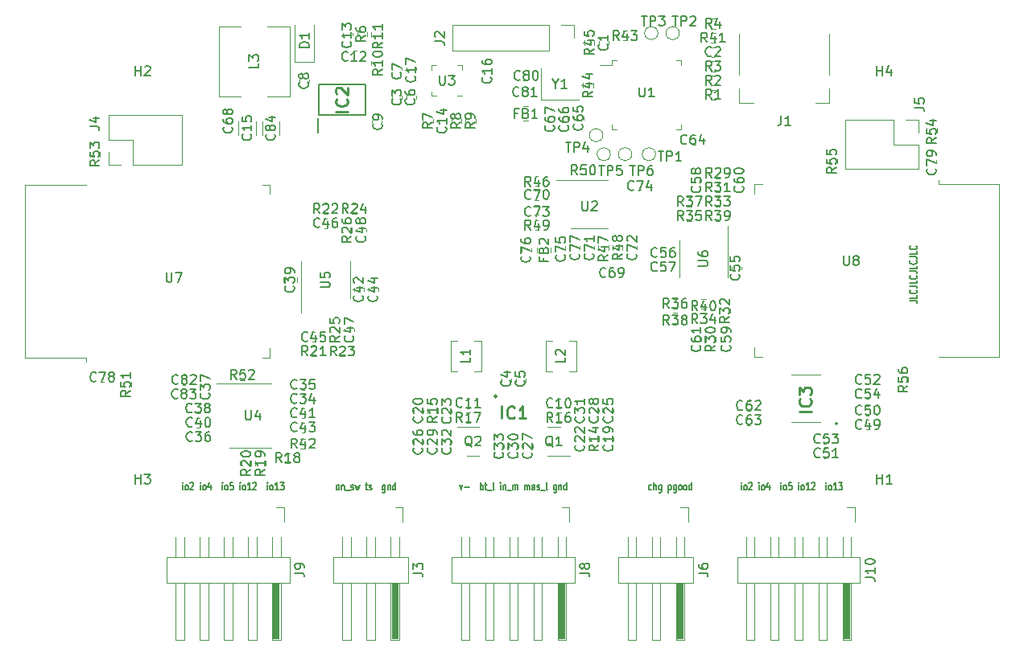
<source format=gbr>
%TF.GenerationSoftware,KiCad,Pcbnew,(6.0.0)*%
%TF.CreationDate,2022-06-06T22:40:17+03:00*%
%TF.ProjectId,basic_digital,62617369-635f-4646-9967-6974616c2e6b,rev?*%
%TF.SameCoordinates,Original*%
%TF.FileFunction,Legend,Top*%
%TF.FilePolarity,Positive*%
%FSLAX46Y46*%
G04 Gerber Fmt 4.6, Leading zero omitted, Abs format (unit mm)*
G04 Created by KiCad (PCBNEW (6.0.0)) date 2022-06-06 22:40:17*
%MOMM*%
%LPD*%
G01*
G04 APERTURE LIST*
%ADD10C,0.150000*%
%ADD11C,0.254000*%
%ADD12C,0.120000*%
%ADD13C,0.200000*%
%ADD14C,0.100000*%
%ADD15C,0.250000*%
%ADD16R,0.760000X6.000000*%
G04 APERTURE END LIST*
D10*
X114221428Y16888095D02*
X114221428Y17421428D01*
X114221428Y17688095D02*
X114192857Y17650000D01*
X114221428Y17611904D01*
X114250000Y17650000D01*
X114221428Y17688095D01*
X114221428Y17611904D01*
X114592857Y16888095D02*
X114535714Y16926190D01*
X114507142Y16964285D01*
X114478571Y17040476D01*
X114478571Y17269047D01*
X114507142Y17345238D01*
X114535714Y17383333D01*
X114592857Y17421428D01*
X114678571Y17421428D01*
X114735714Y17383333D01*
X114764285Y17345238D01*
X114792857Y17269047D01*
X114792857Y17040476D01*
X114764285Y16964285D01*
X114735714Y16926190D01*
X114678571Y16888095D01*
X114592857Y16888095D01*
X115021428Y17611904D02*
X115050000Y17650000D01*
X115107142Y17688095D01*
X115250000Y17688095D01*
X115307142Y17650000D01*
X115335714Y17611904D01*
X115364285Y17535714D01*
X115364285Y17459523D01*
X115335714Y17345238D01*
X114992857Y16888095D01*
X115364285Y16888095D01*
X116078571Y16888095D02*
X116078571Y17421428D01*
X116078571Y17688095D02*
X116050000Y17650000D01*
X116078571Y17611904D01*
X116107142Y17650000D01*
X116078571Y17688095D01*
X116078571Y17611904D01*
X116450000Y16888095D02*
X116392857Y16926190D01*
X116364285Y16964285D01*
X116335714Y17040476D01*
X116335714Y17269047D01*
X116364285Y17345238D01*
X116392857Y17383333D01*
X116450000Y17421428D01*
X116535714Y17421428D01*
X116592857Y17383333D01*
X116621428Y17345238D01*
X116650000Y17269047D01*
X116650000Y17040476D01*
X116621428Y16964285D01*
X116592857Y16926190D01*
X116535714Y16888095D01*
X116450000Y16888095D01*
X117164285Y17421428D02*
X117164285Y16888095D01*
X117021428Y17726190D02*
X116878571Y17154761D01*
X117250000Y17154761D01*
X118392857Y16888095D02*
X118392857Y17421428D01*
X118392857Y17688095D02*
X118364285Y17650000D01*
X118392857Y17611904D01*
X118421428Y17650000D01*
X118392857Y17688095D01*
X118392857Y17611904D01*
X118764285Y16888095D02*
X118707142Y16926190D01*
X118678571Y16964285D01*
X118650000Y17040476D01*
X118650000Y17269047D01*
X118678571Y17345238D01*
X118707142Y17383333D01*
X118764285Y17421428D01*
X118850000Y17421428D01*
X118907142Y17383333D01*
X118935714Y17345238D01*
X118964285Y17269047D01*
X118964285Y17040476D01*
X118935714Y16964285D01*
X118907142Y16926190D01*
X118850000Y16888095D01*
X118764285Y16888095D01*
X119507142Y17688095D02*
X119221428Y17688095D01*
X119192857Y17307142D01*
X119221428Y17345238D01*
X119278571Y17383333D01*
X119421428Y17383333D01*
X119478571Y17345238D01*
X119507142Y17307142D01*
X119535714Y17230952D01*
X119535714Y17040476D01*
X119507142Y16964285D01*
X119478571Y16926190D01*
X119421428Y16888095D01*
X119278571Y16888095D01*
X119221428Y16926190D01*
X119192857Y16964285D01*
X120250000Y16888095D02*
X120250000Y17421428D01*
X120250000Y17688095D02*
X120221428Y17650000D01*
X120250000Y17611904D01*
X120278571Y17650000D01*
X120250000Y17688095D01*
X120250000Y17611904D01*
X120621428Y16888095D02*
X120564285Y16926190D01*
X120535714Y16964285D01*
X120507142Y17040476D01*
X120507142Y17269047D01*
X120535714Y17345238D01*
X120564285Y17383333D01*
X120621428Y17421428D01*
X120707142Y17421428D01*
X120764285Y17383333D01*
X120792857Y17345238D01*
X120821428Y17269047D01*
X120821428Y17040476D01*
X120792857Y16964285D01*
X120764285Y16926190D01*
X120707142Y16888095D01*
X120621428Y16888095D01*
X121392857Y16888095D02*
X121050000Y16888095D01*
X121221428Y16888095D02*
X121221428Y17688095D01*
X121164285Y17573809D01*
X121107142Y17497619D01*
X121050000Y17459523D01*
X121621428Y17611904D02*
X121650000Y17650000D01*
X121707142Y17688095D01*
X121850000Y17688095D01*
X121907142Y17650000D01*
X121935714Y17611904D01*
X121964285Y17535714D01*
X121964285Y17459523D01*
X121935714Y17345238D01*
X121592857Y16888095D01*
X121964285Y16888095D01*
X123135714Y16888095D02*
X123135714Y17421428D01*
X123135714Y17688095D02*
X123107142Y17650000D01*
X123135714Y17611904D01*
X123164285Y17650000D01*
X123135714Y17688095D01*
X123135714Y17611904D01*
X123507142Y16888095D02*
X123450000Y16926190D01*
X123421428Y16964285D01*
X123392857Y17040476D01*
X123392857Y17269047D01*
X123421428Y17345238D01*
X123450000Y17383333D01*
X123507142Y17421428D01*
X123592857Y17421428D01*
X123650000Y17383333D01*
X123678571Y17345238D01*
X123707142Y17269047D01*
X123707142Y17040476D01*
X123678571Y16964285D01*
X123650000Y16926190D01*
X123592857Y16888095D01*
X123507142Y16888095D01*
X124278571Y16888095D02*
X123935714Y16888095D01*
X124107142Y16888095D02*
X124107142Y17688095D01*
X124050000Y17573809D01*
X123992857Y17497619D01*
X123935714Y17459523D01*
X124478571Y17688095D02*
X124850000Y17688095D01*
X124650000Y17383333D01*
X124735714Y17383333D01*
X124792857Y17345238D01*
X124821428Y17307142D01*
X124850000Y17230952D01*
X124850000Y17040476D01*
X124821428Y16964285D01*
X124792857Y16926190D01*
X124735714Y16888095D01*
X124564285Y16888095D01*
X124507142Y16926190D01*
X124478571Y16964285D01*
X172971428Y16888095D02*
X172971428Y17421428D01*
X172971428Y17688095D02*
X172942857Y17650000D01*
X172971428Y17611904D01*
X173000000Y17650000D01*
X172971428Y17688095D01*
X172971428Y17611904D01*
X173342857Y16888095D02*
X173285714Y16926190D01*
X173257142Y16964285D01*
X173228571Y17040476D01*
X173228571Y17269047D01*
X173257142Y17345238D01*
X173285714Y17383333D01*
X173342857Y17421428D01*
X173428571Y17421428D01*
X173485714Y17383333D01*
X173514285Y17345238D01*
X173542857Y17269047D01*
X173542857Y17040476D01*
X173514285Y16964285D01*
X173485714Y16926190D01*
X173428571Y16888095D01*
X173342857Y16888095D01*
X173771428Y17611904D02*
X173800000Y17650000D01*
X173857142Y17688095D01*
X174000000Y17688095D01*
X174057142Y17650000D01*
X174085714Y17611904D01*
X174114285Y17535714D01*
X174114285Y17459523D01*
X174085714Y17345238D01*
X173742857Y16888095D01*
X174114285Y16888095D01*
X174828571Y16888095D02*
X174828571Y17421428D01*
X174828571Y17688095D02*
X174800000Y17650000D01*
X174828571Y17611904D01*
X174857142Y17650000D01*
X174828571Y17688095D01*
X174828571Y17611904D01*
X175200000Y16888095D02*
X175142857Y16926190D01*
X175114285Y16964285D01*
X175085714Y17040476D01*
X175085714Y17269047D01*
X175114285Y17345238D01*
X175142857Y17383333D01*
X175200000Y17421428D01*
X175285714Y17421428D01*
X175342857Y17383333D01*
X175371428Y17345238D01*
X175400000Y17269047D01*
X175400000Y17040476D01*
X175371428Y16964285D01*
X175342857Y16926190D01*
X175285714Y16888095D01*
X175200000Y16888095D01*
X175914285Y17421428D02*
X175914285Y16888095D01*
X175771428Y17726190D02*
X175628571Y17154761D01*
X176000000Y17154761D01*
X177142857Y16888095D02*
X177142857Y17421428D01*
X177142857Y17688095D02*
X177114285Y17650000D01*
X177142857Y17611904D01*
X177171428Y17650000D01*
X177142857Y17688095D01*
X177142857Y17611904D01*
X177514285Y16888095D02*
X177457142Y16926190D01*
X177428571Y16964285D01*
X177400000Y17040476D01*
X177400000Y17269047D01*
X177428571Y17345238D01*
X177457142Y17383333D01*
X177514285Y17421428D01*
X177600000Y17421428D01*
X177657142Y17383333D01*
X177685714Y17345238D01*
X177714285Y17269047D01*
X177714285Y17040476D01*
X177685714Y16964285D01*
X177657142Y16926190D01*
X177600000Y16888095D01*
X177514285Y16888095D01*
X178257142Y17688095D02*
X177971428Y17688095D01*
X177942857Y17307142D01*
X177971428Y17345238D01*
X178028571Y17383333D01*
X178171428Y17383333D01*
X178228571Y17345238D01*
X178257142Y17307142D01*
X178285714Y17230952D01*
X178285714Y17040476D01*
X178257142Y16964285D01*
X178228571Y16926190D01*
X178171428Y16888095D01*
X178028571Y16888095D01*
X177971428Y16926190D01*
X177942857Y16964285D01*
X179000000Y16888095D02*
X179000000Y17421428D01*
X179000000Y17688095D02*
X178971428Y17650000D01*
X179000000Y17611904D01*
X179028571Y17650000D01*
X179000000Y17688095D01*
X179000000Y17611904D01*
X179371428Y16888095D02*
X179314285Y16926190D01*
X179285714Y16964285D01*
X179257142Y17040476D01*
X179257142Y17269047D01*
X179285714Y17345238D01*
X179314285Y17383333D01*
X179371428Y17421428D01*
X179457142Y17421428D01*
X179514285Y17383333D01*
X179542857Y17345238D01*
X179571428Y17269047D01*
X179571428Y17040476D01*
X179542857Y16964285D01*
X179514285Y16926190D01*
X179457142Y16888095D01*
X179371428Y16888095D01*
X180142857Y16888095D02*
X179800000Y16888095D01*
X179971428Y16888095D02*
X179971428Y17688095D01*
X179914285Y17573809D01*
X179857142Y17497619D01*
X179800000Y17459523D01*
X180371428Y17611904D02*
X180400000Y17650000D01*
X180457142Y17688095D01*
X180600000Y17688095D01*
X180657142Y17650000D01*
X180685714Y17611904D01*
X180714285Y17535714D01*
X180714285Y17459523D01*
X180685714Y17345238D01*
X180342857Y16888095D01*
X180714285Y16888095D01*
X181885714Y16888095D02*
X181885714Y17421428D01*
X181885714Y17688095D02*
X181857142Y17650000D01*
X181885714Y17611904D01*
X181914285Y17650000D01*
X181885714Y17688095D01*
X181885714Y17611904D01*
X182257142Y16888095D02*
X182200000Y16926190D01*
X182171428Y16964285D01*
X182142857Y17040476D01*
X182142857Y17269047D01*
X182171428Y17345238D01*
X182200000Y17383333D01*
X182257142Y17421428D01*
X182342857Y17421428D01*
X182400000Y17383333D01*
X182428571Y17345238D01*
X182457142Y17269047D01*
X182457142Y17040476D01*
X182428571Y16964285D01*
X182400000Y16926190D01*
X182342857Y16888095D01*
X182257142Y16888095D01*
X183028571Y16888095D02*
X182685714Y16888095D01*
X182857142Y16888095D02*
X182857142Y17688095D01*
X182800000Y17573809D01*
X182742857Y17497619D01*
X182685714Y17459523D01*
X183228571Y17688095D02*
X183600000Y17688095D01*
X183400000Y17383333D01*
X183485714Y17383333D01*
X183542857Y17345238D01*
X183571428Y17307142D01*
X183600000Y17230952D01*
X183600000Y17040476D01*
X183571428Y16964285D01*
X183542857Y16926190D01*
X183485714Y16888095D01*
X183314285Y16888095D01*
X183257142Y16926190D01*
X183228571Y16964285D01*
X163514285Y16926190D02*
X163457142Y16888095D01*
X163342857Y16888095D01*
X163285714Y16926190D01*
X163257142Y16964285D01*
X163228571Y17040476D01*
X163228571Y17269047D01*
X163257142Y17345238D01*
X163285714Y17383333D01*
X163342857Y17421428D01*
X163457142Y17421428D01*
X163514285Y17383333D01*
X163771428Y16888095D02*
X163771428Y17688095D01*
X164028571Y16888095D02*
X164028571Y17307142D01*
X164000000Y17383333D01*
X163942857Y17421428D01*
X163857142Y17421428D01*
X163800000Y17383333D01*
X163771428Y17345238D01*
X164571428Y17421428D02*
X164571428Y16773809D01*
X164542857Y16697619D01*
X164514285Y16659523D01*
X164457142Y16621428D01*
X164371428Y16621428D01*
X164314285Y16659523D01*
X164571428Y16926190D02*
X164514285Y16888095D01*
X164400000Y16888095D01*
X164342857Y16926190D01*
X164314285Y16964285D01*
X164285714Y17040476D01*
X164285714Y17269047D01*
X164314285Y17345238D01*
X164342857Y17383333D01*
X164400000Y17421428D01*
X164514285Y17421428D01*
X164571428Y17383333D01*
X165314285Y17421428D02*
X165314285Y16621428D01*
X165314285Y17383333D02*
X165371428Y17421428D01*
X165485714Y17421428D01*
X165542857Y17383333D01*
X165571428Y17345238D01*
X165600000Y17269047D01*
X165600000Y17040476D01*
X165571428Y16964285D01*
X165542857Y16926190D01*
X165485714Y16888095D01*
X165371428Y16888095D01*
X165314285Y16926190D01*
X166114285Y17421428D02*
X166114285Y16773809D01*
X166085714Y16697619D01*
X166057142Y16659523D01*
X166000000Y16621428D01*
X165914285Y16621428D01*
X165857142Y16659523D01*
X166114285Y16926190D02*
X166057142Y16888095D01*
X165942857Y16888095D01*
X165885714Y16926190D01*
X165857142Y16964285D01*
X165828571Y17040476D01*
X165828571Y17269047D01*
X165857142Y17345238D01*
X165885714Y17383333D01*
X165942857Y17421428D01*
X166057142Y17421428D01*
X166114285Y17383333D01*
X166485714Y16888095D02*
X166428571Y16926190D01*
X166400000Y16964285D01*
X166371428Y17040476D01*
X166371428Y17269047D01*
X166400000Y17345238D01*
X166428571Y17383333D01*
X166485714Y17421428D01*
X166571428Y17421428D01*
X166628571Y17383333D01*
X166657142Y17345238D01*
X166685714Y17269047D01*
X166685714Y17040476D01*
X166657142Y16964285D01*
X166628571Y16926190D01*
X166571428Y16888095D01*
X166485714Y16888095D01*
X167028571Y16888095D02*
X166971428Y16926190D01*
X166942857Y16964285D01*
X166914285Y17040476D01*
X166914285Y17269047D01*
X166942857Y17345238D01*
X166971428Y17383333D01*
X167028571Y17421428D01*
X167114285Y17421428D01*
X167171428Y17383333D01*
X167200000Y17345238D01*
X167228571Y17269047D01*
X167228571Y17040476D01*
X167200000Y16964285D01*
X167171428Y16926190D01*
X167114285Y16888095D01*
X167028571Y16888095D01*
X167742857Y16888095D02*
X167742857Y17688095D01*
X167742857Y16926190D02*
X167685714Y16888095D01*
X167571428Y16888095D01*
X167514285Y16926190D01*
X167485714Y16964285D01*
X167457142Y17040476D01*
X167457142Y17269047D01*
X167485714Y17345238D01*
X167514285Y17383333D01*
X167571428Y17421428D01*
X167685714Y17421428D01*
X167742857Y17383333D01*
X130485714Y16888095D02*
X130428571Y16926190D01*
X130400000Y16964285D01*
X130371428Y17040476D01*
X130371428Y17269047D01*
X130400000Y17345238D01*
X130428571Y17383333D01*
X130485714Y17421428D01*
X130571428Y17421428D01*
X130628571Y17383333D01*
X130657142Y17345238D01*
X130685714Y17269047D01*
X130685714Y17040476D01*
X130657142Y16964285D01*
X130628571Y16926190D01*
X130571428Y16888095D01*
X130485714Y16888095D01*
X130942857Y17421428D02*
X130942857Y16888095D01*
X130942857Y17345238D02*
X130971428Y17383333D01*
X131028571Y17421428D01*
X131114285Y17421428D01*
X131171428Y17383333D01*
X131200000Y17307142D01*
X131200000Y16888095D01*
X131342857Y16811904D02*
X131800000Y16811904D01*
X131914285Y16926190D02*
X131971428Y16888095D01*
X132085714Y16888095D01*
X132142857Y16926190D01*
X132171428Y17002380D01*
X132171428Y17040476D01*
X132142857Y17116666D01*
X132085714Y17154761D01*
X132000000Y17154761D01*
X131942857Y17192857D01*
X131914285Y17269047D01*
X131914285Y17307142D01*
X131942857Y17383333D01*
X132000000Y17421428D01*
X132085714Y17421428D01*
X132142857Y17383333D01*
X132371428Y17421428D02*
X132485714Y16888095D01*
X132600000Y17269047D01*
X132714285Y16888095D01*
X132828571Y17421428D01*
X133428571Y17421428D02*
X133657142Y17421428D01*
X133514285Y17688095D02*
X133514285Y17002380D01*
X133542857Y16926190D01*
X133600000Y16888095D01*
X133657142Y16888095D01*
X133828571Y16926190D02*
X133885714Y16888095D01*
X134000000Y16888095D01*
X134057142Y16926190D01*
X134085714Y17002380D01*
X134085714Y17040476D01*
X134057142Y17116666D01*
X134000000Y17154761D01*
X133914285Y17154761D01*
X133857142Y17192857D01*
X133828571Y17269047D01*
X133828571Y17307142D01*
X133857142Y17383333D01*
X133914285Y17421428D01*
X134000000Y17421428D01*
X134057142Y17383333D01*
X135514285Y17421428D02*
X135514285Y16773809D01*
X135485714Y16697619D01*
X135457142Y16659523D01*
X135400000Y16621428D01*
X135314285Y16621428D01*
X135257142Y16659523D01*
X135514285Y16926190D02*
X135457142Y16888095D01*
X135342857Y16888095D01*
X135285714Y16926190D01*
X135257142Y16964285D01*
X135228571Y17040476D01*
X135228571Y17269047D01*
X135257142Y17345238D01*
X135285714Y17383333D01*
X135342857Y17421428D01*
X135457142Y17421428D01*
X135514285Y17383333D01*
X135800000Y17421428D02*
X135800000Y16888095D01*
X135800000Y17345238D02*
X135828571Y17383333D01*
X135885714Y17421428D01*
X135971428Y17421428D01*
X136028571Y17383333D01*
X136057142Y17307142D01*
X136057142Y16888095D01*
X136600000Y16888095D02*
X136600000Y17688095D01*
X136600000Y16926190D02*
X136542857Y16888095D01*
X136428571Y16888095D01*
X136371428Y16926190D01*
X136342857Y16964285D01*
X136314285Y17040476D01*
X136314285Y17269047D01*
X136342857Y17345238D01*
X136371428Y17383333D01*
X136428571Y17421428D01*
X136542857Y17421428D01*
X136600000Y17383333D01*
X190661904Y36828571D02*
X191233333Y36828571D01*
X191347619Y36800000D01*
X191423809Y36742857D01*
X191461904Y36657142D01*
X191461904Y36600000D01*
X191461904Y37400000D02*
X191461904Y37114285D01*
X190661904Y37114285D01*
X191385714Y37942857D02*
X191423809Y37914285D01*
X191461904Y37828571D01*
X191461904Y37771428D01*
X191423809Y37685714D01*
X191347619Y37628571D01*
X191271428Y37600000D01*
X191119047Y37571428D01*
X191004761Y37571428D01*
X190852380Y37600000D01*
X190776190Y37628571D01*
X190700000Y37685714D01*
X190661904Y37771428D01*
X190661904Y37828571D01*
X190700000Y37914285D01*
X190738095Y37942857D01*
X190661904Y38371428D02*
X191233333Y38371428D01*
X191347619Y38342857D01*
X191423809Y38285714D01*
X191461904Y38200000D01*
X191461904Y38142857D01*
X191461904Y38942857D02*
X191461904Y38657142D01*
X190661904Y38657142D01*
X191385714Y39485714D02*
X191423809Y39457142D01*
X191461904Y39371428D01*
X191461904Y39314285D01*
X191423809Y39228571D01*
X191347619Y39171428D01*
X191271428Y39142857D01*
X191119047Y39114285D01*
X191004761Y39114285D01*
X190852380Y39142857D01*
X190776190Y39171428D01*
X190700000Y39228571D01*
X190661904Y39314285D01*
X190661904Y39371428D01*
X190700000Y39457142D01*
X190738095Y39485714D01*
X190661904Y39914285D02*
X191233333Y39914285D01*
X191347619Y39885714D01*
X191423809Y39828571D01*
X191461904Y39742857D01*
X191461904Y39685714D01*
X191461904Y40485714D02*
X191461904Y40200000D01*
X190661904Y40200000D01*
X191385714Y41028571D02*
X191423809Y41000000D01*
X191461904Y40914285D01*
X191461904Y40857142D01*
X191423809Y40771428D01*
X191347619Y40714285D01*
X191271428Y40685714D01*
X191119047Y40657142D01*
X191004761Y40657142D01*
X190852380Y40685714D01*
X190776190Y40714285D01*
X190700000Y40771428D01*
X190661904Y40857142D01*
X190661904Y40914285D01*
X190700000Y41000000D01*
X190738095Y41028571D01*
X190661904Y41457142D02*
X191233333Y41457142D01*
X191347619Y41428571D01*
X191423809Y41371428D01*
X191461904Y41285714D01*
X191461904Y41228571D01*
X191461904Y42028571D02*
X191461904Y41742857D01*
X190661904Y41742857D01*
X191385714Y42571428D02*
X191423809Y42542857D01*
X191461904Y42457142D01*
X191461904Y42400000D01*
X191423809Y42314285D01*
X191347619Y42257142D01*
X191271428Y42228571D01*
X191119047Y42200000D01*
X191004761Y42200000D01*
X190852380Y42228571D01*
X190776190Y42257142D01*
X190700000Y42314285D01*
X190661904Y42400000D01*
X190661904Y42457142D01*
X190700000Y42542857D01*
X190738095Y42571428D01*
X143357142Y17421428D02*
X143500000Y16888095D01*
X143642857Y17421428D01*
X143871428Y17192857D02*
X144328571Y17192857D01*
X145528571Y16888095D02*
X145528571Y17688095D01*
X145528571Y17383333D02*
X145585714Y17421428D01*
X145700000Y17421428D01*
X145757142Y17383333D01*
X145785714Y17345238D01*
X145814285Y17269047D01*
X145814285Y17040476D01*
X145785714Y16964285D01*
X145757142Y16926190D01*
X145700000Y16888095D01*
X145585714Y16888095D01*
X145528571Y16926190D01*
X145985714Y17421428D02*
X146214285Y17421428D01*
X146071428Y17688095D02*
X146071428Y17002380D01*
X146100000Y16926190D01*
X146157142Y16888095D01*
X146214285Y16888095D01*
X146271428Y16811904D02*
X146728571Y16811904D01*
X146957142Y16888095D02*
X146900000Y16926190D01*
X146871428Y17002380D01*
X146871428Y17688095D01*
X147642857Y16888095D02*
X147642857Y17421428D01*
X147642857Y17688095D02*
X147614285Y17650000D01*
X147642857Y17611904D01*
X147671428Y17650000D01*
X147642857Y17688095D01*
X147642857Y17611904D01*
X147928571Y17421428D02*
X147928571Y16888095D01*
X147928571Y17345238D02*
X147957142Y17383333D01*
X148014285Y17421428D01*
X148100000Y17421428D01*
X148157142Y17383333D01*
X148185714Y17307142D01*
X148185714Y16888095D01*
X148328571Y16811904D02*
X148785714Y16811904D01*
X148928571Y16888095D02*
X148928571Y17421428D01*
X148928571Y17345238D02*
X148957142Y17383333D01*
X149014285Y17421428D01*
X149100000Y17421428D01*
X149157142Y17383333D01*
X149185714Y17307142D01*
X149185714Y16888095D01*
X149185714Y17307142D02*
X149214285Y17383333D01*
X149271428Y17421428D01*
X149357142Y17421428D01*
X149414285Y17383333D01*
X149442857Y17307142D01*
X149442857Y16888095D01*
X150185714Y16888095D02*
X150185714Y17421428D01*
X150185714Y17345238D02*
X150214285Y17383333D01*
X150271428Y17421428D01*
X150357142Y17421428D01*
X150414285Y17383333D01*
X150442857Y17307142D01*
X150442857Y16888095D01*
X150442857Y17307142D02*
X150471428Y17383333D01*
X150528571Y17421428D01*
X150614285Y17421428D01*
X150671428Y17383333D01*
X150700000Y17307142D01*
X150700000Y16888095D01*
X151242857Y16888095D02*
X151242857Y17307142D01*
X151214285Y17383333D01*
X151157142Y17421428D01*
X151042857Y17421428D01*
X150985714Y17383333D01*
X151242857Y16926190D02*
X151185714Y16888095D01*
X151042857Y16888095D01*
X150985714Y16926190D01*
X150957142Y17002380D01*
X150957142Y17078571D01*
X150985714Y17154761D01*
X151042857Y17192857D01*
X151185714Y17192857D01*
X151242857Y17230952D01*
X151500000Y16926190D02*
X151557142Y16888095D01*
X151671428Y16888095D01*
X151728571Y16926190D01*
X151757142Y17002380D01*
X151757142Y17040476D01*
X151728571Y17116666D01*
X151671428Y17154761D01*
X151585714Y17154761D01*
X151528571Y17192857D01*
X151500000Y17269047D01*
X151500000Y17307142D01*
X151528571Y17383333D01*
X151585714Y17421428D01*
X151671428Y17421428D01*
X151728571Y17383333D01*
X151871428Y16811904D02*
X152328571Y16811904D01*
X152557142Y16888095D02*
X152500000Y16926190D01*
X152471428Y17002380D01*
X152471428Y17688095D01*
X153500000Y17421428D02*
X153500000Y16773809D01*
X153471428Y16697619D01*
X153442857Y16659523D01*
X153385714Y16621428D01*
X153300000Y16621428D01*
X153242857Y16659523D01*
X153500000Y16926190D02*
X153442857Y16888095D01*
X153328571Y16888095D01*
X153271428Y16926190D01*
X153242857Y16964285D01*
X153214285Y17040476D01*
X153214285Y17269047D01*
X153242857Y17345238D01*
X153271428Y17383333D01*
X153328571Y17421428D01*
X153442857Y17421428D01*
X153500000Y17383333D01*
X153785714Y17421428D02*
X153785714Y16888095D01*
X153785714Y17345238D02*
X153814285Y17383333D01*
X153871428Y17421428D01*
X153957142Y17421428D01*
X154014285Y17383333D01*
X154042857Y17307142D01*
X154042857Y16888095D01*
X154585714Y16888095D02*
X154585714Y17688095D01*
X154585714Y16926190D02*
X154528571Y16888095D01*
X154414285Y16888095D01*
X154357142Y16926190D01*
X154328571Y16964285D01*
X154300000Y17040476D01*
X154300000Y17269047D01*
X154328571Y17345238D01*
X154357142Y17383333D01*
X154414285Y17421428D01*
X154528571Y17421428D01*
X154585714Y17383333D01*
%TO.C,R23*%
X130357142Y31027619D02*
X130023809Y31503809D01*
X129785714Y31027619D02*
X129785714Y32027619D01*
X130166666Y32027619D01*
X130261904Y31980000D01*
X130309523Y31932380D01*
X130357142Y31837142D01*
X130357142Y31694285D01*
X130309523Y31599047D01*
X130261904Y31551428D01*
X130166666Y31503809D01*
X129785714Y31503809D01*
X130738095Y31932380D02*
X130785714Y31980000D01*
X130880952Y32027619D01*
X131119047Y32027619D01*
X131214285Y31980000D01*
X131261904Y31932380D01*
X131309523Y31837142D01*
X131309523Y31741904D01*
X131261904Y31599047D01*
X130690476Y31027619D01*
X131309523Y31027619D01*
X131642857Y32027619D02*
X132261904Y32027619D01*
X131928571Y31646666D01*
X132071428Y31646666D01*
X132166666Y31599047D01*
X132214285Y31551428D01*
X132261904Y31456190D01*
X132261904Y31218095D01*
X132214285Y31122857D01*
X132166666Y31075238D01*
X132071428Y31027619D01*
X131785714Y31027619D01*
X131690476Y31075238D01*
X131642857Y31122857D01*
%TO.C,C52*%
X185607142Y28142857D02*
X185559523Y28095238D01*
X185416666Y28047619D01*
X185321428Y28047619D01*
X185178571Y28095238D01*
X185083333Y28190476D01*
X185035714Y28285714D01*
X184988095Y28476190D01*
X184988095Y28619047D01*
X185035714Y28809523D01*
X185083333Y28904761D01*
X185178571Y29000000D01*
X185321428Y29047619D01*
X185416666Y29047619D01*
X185559523Y29000000D01*
X185607142Y28952380D01*
X186511904Y29047619D02*
X186035714Y29047619D01*
X185988095Y28571428D01*
X186035714Y28619047D01*
X186130952Y28666666D01*
X186369047Y28666666D01*
X186464285Y28619047D01*
X186511904Y28571428D01*
X186559523Y28476190D01*
X186559523Y28238095D01*
X186511904Y28142857D01*
X186464285Y28095238D01*
X186369047Y28047619D01*
X186130952Y28047619D01*
X186035714Y28095238D01*
X185988095Y28142857D01*
X186940476Y28952380D02*
X186988095Y29000000D01*
X187083333Y29047619D01*
X187321428Y29047619D01*
X187416666Y29000000D01*
X187464285Y28952380D01*
X187511904Y28857142D01*
X187511904Y28761904D01*
X187464285Y28619047D01*
X186892857Y28047619D01*
X187511904Y28047619D01*
%TO.C,TP5*%
X157988095Y51047619D02*
X158559523Y51047619D01*
X158273809Y50047619D02*
X158273809Y51047619D01*
X158892857Y50047619D02*
X158892857Y51047619D01*
X159273809Y51047619D01*
X159369047Y51000000D01*
X159416666Y50952380D01*
X159464285Y50857142D01*
X159464285Y50714285D01*
X159416666Y50619047D01*
X159369047Y50571428D01*
X159273809Y50523809D01*
X158892857Y50523809D01*
X160369047Y51047619D02*
X159892857Y51047619D01*
X159845238Y50571428D01*
X159892857Y50619047D01*
X159988095Y50666666D01*
X160226190Y50666666D01*
X160321428Y50619047D01*
X160369047Y50571428D01*
X160416666Y50476190D01*
X160416666Y50238095D01*
X160369047Y50142857D01*
X160321428Y50095238D01*
X160226190Y50047619D01*
X159988095Y50047619D01*
X159892857Y50095238D01*
X159845238Y50142857D01*
%TO.C,U4*%
X120850595Y25272619D02*
X120850595Y24463095D01*
X120898214Y24367857D01*
X120945833Y24320238D01*
X121041071Y24272619D01*
X121231547Y24272619D01*
X121326785Y24320238D01*
X121374404Y24367857D01*
X121422023Y24463095D01*
X121422023Y25272619D01*
X122326785Y24939285D02*
X122326785Y24272619D01*
X122088690Y25320238D02*
X121850595Y24605952D01*
X122469642Y24605952D01*
%TO.C,C7*%
X137107142Y60833333D02*
X137154761Y60785714D01*
X137202380Y60642857D01*
X137202380Y60547619D01*
X137154761Y60404761D01*
X137059523Y60309523D01*
X136964285Y60261904D01*
X136773809Y60214285D01*
X136630952Y60214285D01*
X136440476Y60261904D01*
X136345238Y60309523D01*
X136250000Y60404761D01*
X136202380Y60547619D01*
X136202380Y60642857D01*
X136250000Y60785714D01*
X136297619Y60833333D01*
X136202380Y61166666D02*
X136202380Y61833333D01*
X137202380Y61404761D01*
%TO.C,C73*%
X150807142Y45822857D02*
X150759523Y45775238D01*
X150616666Y45727619D01*
X150521428Y45727619D01*
X150378571Y45775238D01*
X150283333Y45870476D01*
X150235714Y45965714D01*
X150188095Y46156190D01*
X150188095Y46299047D01*
X150235714Y46489523D01*
X150283333Y46584761D01*
X150378571Y46680000D01*
X150521428Y46727619D01*
X150616666Y46727619D01*
X150759523Y46680000D01*
X150807142Y46632380D01*
X151140476Y46727619D02*
X151807142Y46727619D01*
X151378571Y45727619D01*
X152092857Y46727619D02*
X152711904Y46727619D01*
X152378571Y46346666D01*
X152521428Y46346666D01*
X152616666Y46299047D01*
X152664285Y46251428D01*
X152711904Y46156190D01*
X152711904Y45918095D01*
X152664285Y45822857D01*
X152616666Y45775238D01*
X152521428Y45727619D01*
X152235714Y45727619D01*
X152140476Y45775238D01*
X152092857Y45822857D01*
%TO.C,U7*%
X112488095Y39797619D02*
X112488095Y38988095D01*
X112535714Y38892857D01*
X112583333Y38845238D01*
X112678571Y38797619D01*
X112869047Y38797619D01*
X112964285Y38845238D01*
X113011904Y38892857D01*
X113059523Y38988095D01*
X113059523Y39797619D01*
X113440476Y39797619D02*
X114107142Y39797619D01*
X113678571Y38797619D01*
%TO.C,C44*%
X134607142Y37357142D02*
X134654761Y37309523D01*
X134702380Y37166666D01*
X134702380Y37071428D01*
X134654761Y36928571D01*
X134559523Y36833333D01*
X134464285Y36785714D01*
X134273809Y36738095D01*
X134130952Y36738095D01*
X133940476Y36785714D01*
X133845238Y36833333D01*
X133750000Y36928571D01*
X133702380Y37071428D01*
X133702380Y37166666D01*
X133750000Y37309523D01*
X133797619Y37357142D01*
X134035714Y38214285D02*
X134702380Y38214285D01*
X133654761Y37976190D02*
X134369047Y37738095D01*
X134369047Y38357142D01*
X134035714Y39166666D02*
X134702380Y39166666D01*
X133654761Y38928571D02*
X134369047Y38690476D01*
X134369047Y39309523D01*
%TO.C,R34*%
X168357142Y34437619D02*
X168023809Y34913809D01*
X167785714Y34437619D02*
X167785714Y35437619D01*
X168166666Y35437619D01*
X168261904Y35390000D01*
X168309523Y35342380D01*
X168357142Y35247142D01*
X168357142Y35104285D01*
X168309523Y35009047D01*
X168261904Y34961428D01*
X168166666Y34913809D01*
X167785714Y34913809D01*
X168690476Y35437619D02*
X169309523Y35437619D01*
X168976190Y35056666D01*
X169119047Y35056666D01*
X169214285Y35009047D01*
X169261904Y34961428D01*
X169309523Y34866190D01*
X169309523Y34628095D01*
X169261904Y34532857D01*
X169214285Y34485238D01*
X169119047Y34437619D01*
X168833333Y34437619D01*
X168738095Y34485238D01*
X168690476Y34532857D01*
X170166666Y35104285D02*
X170166666Y34437619D01*
X169928571Y35485238D02*
X169690476Y34770952D01*
X170309523Y34770952D01*
%TO.C,FB1*%
X149466666Y56571428D02*
X149133333Y56571428D01*
X149133333Y56047619D02*
X149133333Y57047619D01*
X149609523Y57047619D01*
X150323809Y56571428D02*
X150466666Y56523809D01*
X150514285Y56476190D01*
X150561904Y56380952D01*
X150561904Y56238095D01*
X150514285Y56142857D01*
X150466666Y56095238D01*
X150371428Y56047619D01*
X149990476Y56047619D01*
X149990476Y57047619D01*
X150323809Y57047619D01*
X150419047Y57000000D01*
X150466666Y56952380D01*
X150514285Y56857142D01*
X150514285Y56761904D01*
X150466666Y56666666D01*
X150419047Y56619047D01*
X150323809Y56571428D01*
X149990476Y56571428D01*
X151514285Y56047619D02*
X150942857Y56047619D01*
X151228571Y56047619D02*
X151228571Y57047619D01*
X151133333Y56904761D01*
X151038095Y56809523D01*
X150942857Y56761904D01*
%TO.C,C20*%
X139357142Y24607142D02*
X139404761Y24559523D01*
X139452380Y24416666D01*
X139452380Y24321428D01*
X139404761Y24178571D01*
X139309523Y24083333D01*
X139214285Y24035714D01*
X139023809Y23988095D01*
X138880952Y23988095D01*
X138690476Y24035714D01*
X138595238Y24083333D01*
X138500000Y24178571D01*
X138452380Y24321428D01*
X138452380Y24416666D01*
X138500000Y24559523D01*
X138547619Y24607142D01*
X138547619Y24988095D02*
X138500000Y25035714D01*
X138452380Y25130952D01*
X138452380Y25369047D01*
X138500000Y25464285D01*
X138547619Y25511904D01*
X138642857Y25559523D01*
X138738095Y25559523D01*
X138880952Y25511904D01*
X139452380Y24940476D01*
X139452380Y25559523D01*
X138452380Y26178571D02*
X138452380Y26273809D01*
X138500000Y26369047D01*
X138547619Y26416666D01*
X138642857Y26464285D01*
X138833333Y26511904D01*
X139071428Y26511904D01*
X139261904Y26464285D01*
X139357142Y26416666D01*
X139404761Y26369047D01*
X139452380Y26273809D01*
X139452380Y26178571D01*
X139404761Y26083333D01*
X139357142Y26035714D01*
X139261904Y25988095D01*
X139071428Y25940476D01*
X138833333Y25940476D01*
X138642857Y25988095D01*
X138547619Y26035714D01*
X138500000Y26083333D01*
X138452380Y26178571D01*
%TO.C,R40*%
X168357142Y35797619D02*
X168023809Y36273809D01*
X167785714Y35797619D02*
X167785714Y36797619D01*
X168166666Y36797619D01*
X168261904Y36750000D01*
X168309523Y36702380D01*
X168357142Y36607142D01*
X168357142Y36464285D01*
X168309523Y36369047D01*
X168261904Y36321428D01*
X168166666Y36273809D01*
X167785714Y36273809D01*
X169214285Y36464285D02*
X169214285Y35797619D01*
X168976190Y36845238D02*
X168738095Y36130952D01*
X169357142Y36130952D01*
X169928571Y36797619D02*
X170023809Y36797619D01*
X170119047Y36750000D01*
X170166666Y36702380D01*
X170214285Y36607142D01*
X170261904Y36416666D01*
X170261904Y36178571D01*
X170214285Y35988095D01*
X170166666Y35892857D01*
X170119047Y35845238D01*
X170023809Y35797619D01*
X169928571Y35797619D01*
X169833333Y35845238D01*
X169785714Y35892857D01*
X169738095Y35988095D01*
X169690476Y36178571D01*
X169690476Y36416666D01*
X169738095Y36607142D01*
X169785714Y36702380D01*
X169833333Y36750000D01*
X169928571Y36797619D01*
%TO.C,H4*%
X187238095Y60547619D02*
X187238095Y61547619D01*
X187238095Y61071428D02*
X187809523Y61071428D01*
X187809523Y60547619D02*
X187809523Y61547619D01*
X188714285Y61214285D02*
X188714285Y60547619D01*
X188476190Y61595238D02*
X188238095Y60880952D01*
X188857142Y60880952D01*
%TO.C,R52*%
X119857142Y28547619D02*
X119523809Y29023809D01*
X119285714Y28547619D02*
X119285714Y29547619D01*
X119666666Y29547619D01*
X119761904Y29500000D01*
X119809523Y29452380D01*
X119857142Y29357142D01*
X119857142Y29214285D01*
X119809523Y29119047D01*
X119761904Y29071428D01*
X119666666Y29023809D01*
X119285714Y29023809D01*
X120761904Y29547619D02*
X120285714Y29547619D01*
X120238095Y29071428D01*
X120285714Y29119047D01*
X120380952Y29166666D01*
X120619047Y29166666D01*
X120714285Y29119047D01*
X120761904Y29071428D01*
X120809523Y28976190D01*
X120809523Y28738095D01*
X120761904Y28642857D01*
X120714285Y28595238D01*
X120619047Y28547619D01*
X120380952Y28547619D01*
X120285714Y28595238D01*
X120238095Y28642857D01*
X121190476Y29452380D02*
X121238095Y29500000D01*
X121333333Y29547619D01*
X121571428Y29547619D01*
X121666666Y29500000D01*
X121714285Y29452380D01*
X121761904Y29357142D01*
X121761904Y29261904D01*
X121714285Y29119047D01*
X121142857Y28547619D01*
X121761904Y28547619D01*
%TO.C,Q2*%
X144654761Y21452380D02*
X144559523Y21500000D01*
X144464285Y21595238D01*
X144321428Y21738095D01*
X144226190Y21785714D01*
X144130952Y21785714D01*
X144178571Y21547619D02*
X144083333Y21595238D01*
X143988095Y21690476D01*
X143940476Y21880952D01*
X143940476Y22214285D01*
X143988095Y22404761D01*
X144083333Y22500000D01*
X144178571Y22547619D01*
X144369047Y22547619D01*
X144464285Y22500000D01*
X144559523Y22404761D01*
X144607142Y22214285D01*
X144607142Y21880952D01*
X144559523Y21690476D01*
X144464285Y21595238D01*
X144369047Y21547619D01*
X144178571Y21547619D01*
X144988095Y22452380D02*
X145035714Y22500000D01*
X145130952Y22547619D01*
X145369047Y22547619D01*
X145464285Y22500000D01*
X145511904Y22452380D01*
X145559523Y22357142D01*
X145559523Y22261904D01*
X145511904Y22119047D01*
X144940476Y21547619D01*
X145559523Y21547619D01*
%TO.C,C25*%
X159357142Y24607142D02*
X159404761Y24559523D01*
X159452380Y24416666D01*
X159452380Y24321428D01*
X159404761Y24178571D01*
X159309523Y24083333D01*
X159214285Y24035714D01*
X159023809Y23988095D01*
X158880952Y23988095D01*
X158690476Y24035714D01*
X158595238Y24083333D01*
X158500000Y24178571D01*
X158452380Y24321428D01*
X158452380Y24416666D01*
X158500000Y24559523D01*
X158547619Y24607142D01*
X158547619Y24988095D02*
X158500000Y25035714D01*
X158452380Y25130952D01*
X158452380Y25369047D01*
X158500000Y25464285D01*
X158547619Y25511904D01*
X158642857Y25559523D01*
X158738095Y25559523D01*
X158880952Y25511904D01*
X159452380Y24940476D01*
X159452380Y25559523D01*
X158452380Y26464285D02*
X158452380Y25988095D01*
X158928571Y25940476D01*
X158880952Y25988095D01*
X158833333Y26083333D01*
X158833333Y26321428D01*
X158880952Y26416666D01*
X158928571Y26464285D01*
X159023809Y26511904D01*
X159261904Y26511904D01*
X159357142Y26464285D01*
X159404761Y26416666D01*
X159452380Y26321428D01*
X159452380Y26083333D01*
X159404761Y25988095D01*
X159357142Y25940476D01*
%TO.C,R24*%
X131607142Y46047619D02*
X131273809Y46523809D01*
X131035714Y46047619D02*
X131035714Y47047619D01*
X131416666Y47047619D01*
X131511904Y47000000D01*
X131559523Y46952380D01*
X131607142Y46857142D01*
X131607142Y46714285D01*
X131559523Y46619047D01*
X131511904Y46571428D01*
X131416666Y46523809D01*
X131035714Y46523809D01*
X131988095Y46952380D02*
X132035714Y47000000D01*
X132130952Y47047619D01*
X132369047Y47047619D01*
X132464285Y47000000D01*
X132511904Y46952380D01*
X132559523Y46857142D01*
X132559523Y46761904D01*
X132511904Y46619047D01*
X131940476Y46047619D01*
X132559523Y46047619D01*
X133416666Y46714285D02*
X133416666Y46047619D01*
X133178571Y47095238D02*
X132940476Y46380952D01*
X133559523Y46380952D01*
%TO.C,C39*%
X125857142Y38357142D02*
X125904761Y38309523D01*
X125952380Y38166666D01*
X125952380Y38071428D01*
X125904761Y37928571D01*
X125809523Y37833333D01*
X125714285Y37785714D01*
X125523809Y37738095D01*
X125380952Y37738095D01*
X125190476Y37785714D01*
X125095238Y37833333D01*
X125000000Y37928571D01*
X124952380Y38071428D01*
X124952380Y38166666D01*
X125000000Y38309523D01*
X125047619Y38357142D01*
X124952380Y38690476D02*
X124952380Y39309523D01*
X125333333Y38976190D01*
X125333333Y39119047D01*
X125380952Y39214285D01*
X125428571Y39261904D01*
X125523809Y39309523D01*
X125761904Y39309523D01*
X125857142Y39261904D01*
X125904761Y39214285D01*
X125952380Y39119047D01*
X125952380Y38833333D01*
X125904761Y38738095D01*
X125857142Y38690476D01*
X125952380Y39785714D02*
X125952380Y39976190D01*
X125904761Y40071428D01*
X125857142Y40119047D01*
X125714285Y40214285D01*
X125523809Y40261904D01*
X125142857Y40261904D01*
X125047619Y40214285D01*
X125000000Y40166666D01*
X124952380Y40071428D01*
X124952380Y39880952D01*
X125000000Y39785714D01*
X125047619Y39738095D01*
X125142857Y39690476D01*
X125380952Y39690476D01*
X125476190Y39738095D01*
X125523809Y39785714D01*
X125571428Y39880952D01*
X125571428Y40071428D01*
X125523809Y40166666D01*
X125476190Y40214285D01*
X125380952Y40261904D01*
%TO.C,C41*%
X126219642Y24617857D02*
X126172023Y24570238D01*
X126029166Y24522619D01*
X125933928Y24522619D01*
X125791071Y24570238D01*
X125695833Y24665476D01*
X125648214Y24760714D01*
X125600595Y24951190D01*
X125600595Y25094047D01*
X125648214Y25284523D01*
X125695833Y25379761D01*
X125791071Y25475000D01*
X125933928Y25522619D01*
X126029166Y25522619D01*
X126172023Y25475000D01*
X126219642Y25427380D01*
X127076785Y25189285D02*
X127076785Y24522619D01*
X126838690Y25570238D02*
X126600595Y24855952D01*
X127219642Y24855952D01*
X128124404Y24522619D02*
X127552976Y24522619D01*
X127838690Y24522619D02*
X127838690Y25522619D01*
X127743452Y25379761D01*
X127648214Y25284523D01*
X127552976Y25236904D01*
%TO.C,Y1*%
X153423809Y59673809D02*
X153423809Y59197619D01*
X153090476Y60197619D02*
X153423809Y59673809D01*
X153757142Y60197619D01*
X154614285Y59197619D02*
X154042857Y59197619D01*
X154328571Y59197619D02*
X154328571Y60197619D01*
X154233333Y60054761D01*
X154138095Y59959523D01*
X154042857Y59911904D01*
%TO.C,J5*%
X191202380Y57166666D02*
X191916666Y57166666D01*
X192059523Y57119047D01*
X192154761Y57023809D01*
X192202380Y56880952D01*
X192202380Y56785714D01*
X191202380Y58119047D02*
X191202380Y57642857D01*
X191678571Y57595238D01*
X191630952Y57642857D01*
X191583333Y57738095D01*
X191583333Y57976190D01*
X191630952Y58071428D01*
X191678571Y58119047D01*
X191773809Y58166666D01*
X192011904Y58166666D01*
X192107142Y58119047D01*
X192154761Y58071428D01*
X192202380Y57976190D01*
X192202380Y57738095D01*
X192154761Y57642857D01*
X192107142Y57595238D01*
%TO.C,C45*%
X127337142Y32622857D02*
X127289523Y32575238D01*
X127146666Y32527619D01*
X127051428Y32527619D01*
X126908571Y32575238D01*
X126813333Y32670476D01*
X126765714Y32765714D01*
X126718095Y32956190D01*
X126718095Y33099047D01*
X126765714Y33289523D01*
X126813333Y33384761D01*
X126908571Y33480000D01*
X127051428Y33527619D01*
X127146666Y33527619D01*
X127289523Y33480000D01*
X127337142Y33432380D01*
X128194285Y33194285D02*
X128194285Y32527619D01*
X127956190Y33575238D02*
X127718095Y32860952D01*
X128337142Y32860952D01*
X129194285Y33527619D02*
X128718095Y33527619D01*
X128670476Y33051428D01*
X128718095Y33099047D01*
X128813333Y33146666D01*
X129051428Y33146666D01*
X129146666Y33099047D01*
X129194285Y33051428D01*
X129241904Y32956190D01*
X129241904Y32718095D01*
X129194285Y32622857D01*
X129146666Y32575238D01*
X129051428Y32527619D01*
X128813333Y32527619D01*
X128718095Y32575238D01*
X128670476Y32622857D01*
%TO.C,C5*%
X150107142Y28423913D02*
X150154761Y28376294D01*
X150202380Y28233437D01*
X150202380Y28138199D01*
X150154761Y27995341D01*
X150059523Y27900103D01*
X149964285Y27852484D01*
X149773809Y27804865D01*
X149630952Y27804865D01*
X149440476Y27852484D01*
X149345238Y27900103D01*
X149250000Y27995341D01*
X149202380Y28138199D01*
X149202380Y28233437D01*
X149250000Y28376294D01*
X149297619Y28423913D01*
X149202380Y29328675D02*
X149202380Y28852484D01*
X149678571Y28804865D01*
X149630952Y28852484D01*
X149583333Y28947722D01*
X149583333Y29185818D01*
X149630952Y29281056D01*
X149678571Y29328675D01*
X149773809Y29376294D01*
X150011904Y29376294D01*
X150107142Y29328675D01*
X150154761Y29281056D01*
X150202380Y29185818D01*
X150202380Y28947722D01*
X150154761Y28852484D01*
X150107142Y28804865D01*
%TO.C,C34*%
X126219642Y26117857D02*
X126172023Y26070238D01*
X126029166Y26022619D01*
X125933928Y26022619D01*
X125791071Y26070238D01*
X125695833Y26165476D01*
X125648214Y26260714D01*
X125600595Y26451190D01*
X125600595Y26594047D01*
X125648214Y26784523D01*
X125695833Y26879761D01*
X125791071Y26975000D01*
X125933928Y27022619D01*
X126029166Y27022619D01*
X126172023Y26975000D01*
X126219642Y26927380D01*
X126552976Y27022619D02*
X127172023Y27022619D01*
X126838690Y26641666D01*
X126981547Y26641666D01*
X127076785Y26594047D01*
X127124404Y26546428D01*
X127172023Y26451190D01*
X127172023Y26213095D01*
X127124404Y26117857D01*
X127076785Y26070238D01*
X126981547Y26022619D01*
X126695833Y26022619D01*
X126600595Y26070238D01*
X126552976Y26117857D01*
X128029166Y26689285D02*
X128029166Y26022619D01*
X127791071Y27070238D02*
X127552976Y26355952D01*
X128172023Y26355952D01*
%TO.C,C3*%
X137107142Y58083333D02*
X137154761Y58035714D01*
X137202380Y57892857D01*
X137202380Y57797619D01*
X137154761Y57654761D01*
X137059523Y57559523D01*
X136964285Y57511904D01*
X136773809Y57464285D01*
X136630952Y57464285D01*
X136440476Y57511904D01*
X136345238Y57559523D01*
X136250000Y57654761D01*
X136202380Y57797619D01*
X136202380Y57892857D01*
X136250000Y58035714D01*
X136297619Y58083333D01*
X136202380Y58416666D02*
X136202380Y59035714D01*
X136583333Y58702380D01*
X136583333Y58845238D01*
X136630952Y58940476D01*
X136678571Y58988095D01*
X136773809Y59035714D01*
X137011904Y59035714D01*
X137107142Y58988095D01*
X137154761Y58940476D01*
X137202380Y58845238D01*
X137202380Y58559523D01*
X137154761Y58464285D01*
X137107142Y58416666D01*
%TO.C,C74*%
X161657142Y48542857D02*
X161609523Y48495238D01*
X161466666Y48447619D01*
X161371428Y48447619D01*
X161228571Y48495238D01*
X161133333Y48590476D01*
X161085714Y48685714D01*
X161038095Y48876190D01*
X161038095Y49019047D01*
X161085714Y49209523D01*
X161133333Y49304761D01*
X161228571Y49400000D01*
X161371428Y49447619D01*
X161466666Y49447619D01*
X161609523Y49400000D01*
X161657142Y49352380D01*
X161990476Y49447619D02*
X162657142Y49447619D01*
X162228571Y48447619D01*
X163466666Y49114285D02*
X163466666Y48447619D01*
X163228571Y49495238D02*
X162990476Y48780952D01*
X163609523Y48780952D01*
%TO.C,R54*%
X193452380Y53966562D02*
X192976190Y53633229D01*
X193452380Y53395134D02*
X192452380Y53395134D01*
X192452380Y53776086D01*
X192500000Y53871324D01*
X192547619Y53918943D01*
X192642857Y53966562D01*
X192785714Y53966562D01*
X192880952Y53918943D01*
X192928571Y53871324D01*
X192976190Y53776086D01*
X192976190Y53395134D01*
X192452380Y54871324D02*
X192452380Y54395134D01*
X192928571Y54347515D01*
X192880952Y54395134D01*
X192833333Y54490372D01*
X192833333Y54728467D01*
X192880952Y54823705D01*
X192928571Y54871324D01*
X193023809Y54918943D01*
X193261904Y54918943D01*
X193357142Y54871324D01*
X193404761Y54823705D01*
X193452380Y54728467D01*
X193452380Y54490372D01*
X193404761Y54395134D01*
X193357142Y54347515D01*
X192785714Y55776086D02*
X193452380Y55776086D01*
X192404761Y55537991D02*
X193119047Y55299896D01*
X193119047Y55918943D01*
%TO.C,R37*%
X166857142Y46797619D02*
X166523809Y47273809D01*
X166285714Y46797619D02*
X166285714Y47797619D01*
X166666666Y47797619D01*
X166761904Y47750000D01*
X166809523Y47702380D01*
X166857142Y47607142D01*
X166857142Y47464285D01*
X166809523Y47369047D01*
X166761904Y47321428D01*
X166666666Y47273809D01*
X166285714Y47273809D01*
X167190476Y47797619D02*
X167809523Y47797619D01*
X167476190Y47416666D01*
X167619047Y47416666D01*
X167714285Y47369047D01*
X167761904Y47321428D01*
X167809523Y47226190D01*
X167809523Y46988095D01*
X167761904Y46892857D01*
X167714285Y46845238D01*
X167619047Y46797619D01*
X167333333Y46797619D01*
X167238095Y46845238D01*
X167190476Y46892857D01*
X168142857Y47797619D02*
X168809523Y47797619D01*
X168380952Y46797619D01*
%TO.C,D1*%
X127502380Y63511904D02*
X126502380Y63511904D01*
X126502380Y63750000D01*
X126550000Y63892857D01*
X126645238Y63988095D01*
X126740476Y64035714D01*
X126930952Y64083333D01*
X127073809Y64083333D01*
X127264285Y64035714D01*
X127359523Y63988095D01*
X127454761Y63892857D01*
X127502380Y63750000D01*
X127502380Y63511904D01*
X127502380Y65035714D02*
X127502380Y64464285D01*
X127502380Y64750000D02*
X126502380Y64750000D01*
X126645238Y64654761D01*
X126740476Y64559523D01*
X126788095Y64464285D01*
%TO.C,R33*%
X169857142Y46797619D02*
X169523809Y47273809D01*
X169285714Y46797619D02*
X169285714Y47797619D01*
X169666666Y47797619D01*
X169761904Y47750000D01*
X169809523Y47702380D01*
X169857142Y47607142D01*
X169857142Y47464285D01*
X169809523Y47369047D01*
X169761904Y47321428D01*
X169666666Y47273809D01*
X169285714Y47273809D01*
X170190476Y47797619D02*
X170809523Y47797619D01*
X170476190Y47416666D01*
X170619047Y47416666D01*
X170714285Y47369047D01*
X170761904Y47321428D01*
X170809523Y47226190D01*
X170809523Y46988095D01*
X170761904Y46892857D01*
X170714285Y46845238D01*
X170619047Y46797619D01*
X170333333Y46797619D01*
X170238095Y46845238D01*
X170190476Y46892857D01*
X171142857Y47797619D02*
X171761904Y47797619D01*
X171428571Y47416666D01*
X171571428Y47416666D01*
X171666666Y47369047D01*
X171714285Y47321428D01*
X171761904Y47226190D01*
X171761904Y46988095D01*
X171714285Y46892857D01*
X171666666Y46845238D01*
X171571428Y46797619D01*
X171285714Y46797619D01*
X171190476Y46845238D01*
X171142857Y46892857D01*
%TO.C,J8*%
X156002380Y8146666D02*
X156716666Y8146666D01*
X156859523Y8099047D01*
X156954761Y8003809D01*
X157002380Y7860952D01*
X157002380Y7765714D01*
X156430952Y8765714D02*
X156383333Y8670476D01*
X156335714Y8622857D01*
X156240476Y8575238D01*
X156192857Y8575238D01*
X156097619Y8622857D01*
X156050000Y8670476D01*
X156002380Y8765714D01*
X156002380Y8956190D01*
X156050000Y9051428D01*
X156097619Y9099047D01*
X156192857Y9146666D01*
X156240476Y9146666D01*
X156335714Y9099047D01*
X156383333Y9051428D01*
X156430952Y8956190D01*
X156430952Y8765714D01*
X156478571Y8670476D01*
X156526190Y8622857D01*
X156621428Y8575238D01*
X156811904Y8575238D01*
X156907142Y8622857D01*
X156954761Y8670476D01*
X157002380Y8765714D01*
X157002380Y8956190D01*
X156954761Y9051428D01*
X156907142Y9099047D01*
X156811904Y9146666D01*
X156621428Y9146666D01*
X156526190Y9099047D01*
X156478571Y9051428D01*
X156430952Y8956190D01*
%TO.C,C26*%
X139357142Y21307142D02*
X139404761Y21259523D01*
X139452380Y21116666D01*
X139452380Y21021428D01*
X139404761Y20878571D01*
X139309523Y20783333D01*
X139214285Y20735714D01*
X139023809Y20688095D01*
X138880952Y20688095D01*
X138690476Y20735714D01*
X138595238Y20783333D01*
X138500000Y20878571D01*
X138452380Y21021428D01*
X138452380Y21116666D01*
X138500000Y21259523D01*
X138547619Y21307142D01*
X138547619Y21688095D02*
X138500000Y21735714D01*
X138452380Y21830952D01*
X138452380Y22069047D01*
X138500000Y22164285D01*
X138547619Y22211904D01*
X138642857Y22259523D01*
X138738095Y22259523D01*
X138880952Y22211904D01*
X139452380Y21640476D01*
X139452380Y22259523D01*
X138452380Y23116666D02*
X138452380Y22926190D01*
X138500000Y22830952D01*
X138547619Y22783333D01*
X138690476Y22688095D01*
X138880952Y22640476D01*
X139261904Y22640476D01*
X139357142Y22688095D01*
X139404761Y22735714D01*
X139452380Y22830952D01*
X139452380Y23021428D01*
X139404761Y23116666D01*
X139357142Y23164285D01*
X139261904Y23211904D01*
X139023809Y23211904D01*
X138928571Y23164285D01*
X138880952Y23116666D01*
X138833333Y23021428D01*
X138833333Y22830952D01*
X138880952Y22735714D01*
X138928571Y22688095D01*
X139023809Y22640476D01*
%TO.C,R30*%
X170202380Y32107142D02*
X169726190Y31773809D01*
X170202380Y31535714D02*
X169202380Y31535714D01*
X169202380Y31916666D01*
X169250000Y32011904D01*
X169297619Y32059523D01*
X169392857Y32107142D01*
X169535714Y32107142D01*
X169630952Y32059523D01*
X169678571Y32011904D01*
X169726190Y31916666D01*
X169726190Y31535714D01*
X169202380Y32440476D02*
X169202380Y33059523D01*
X169583333Y32726190D01*
X169583333Y32869047D01*
X169630952Y32964285D01*
X169678571Y33011904D01*
X169773809Y33059523D01*
X170011904Y33059523D01*
X170107142Y33011904D01*
X170154761Y32964285D01*
X170202380Y32869047D01*
X170202380Y32583333D01*
X170154761Y32488095D01*
X170107142Y32440476D01*
X169202380Y33678571D02*
X169202380Y33773809D01*
X169250000Y33869047D01*
X169297619Y33916666D01*
X169392857Y33964285D01*
X169583333Y34011904D01*
X169821428Y34011904D01*
X170011904Y33964285D01*
X170107142Y33916666D01*
X170154761Y33869047D01*
X170202380Y33773809D01*
X170202380Y33678571D01*
X170154761Y33583333D01*
X170107142Y33535714D01*
X170011904Y33488095D01*
X169821428Y33440476D01*
X169583333Y33440476D01*
X169392857Y33488095D01*
X169297619Y33535714D01*
X169250000Y33583333D01*
X169202380Y33678571D01*
%TO.C,Q1*%
X153154761Y21452380D02*
X153059523Y21500000D01*
X152964285Y21595238D01*
X152821428Y21738095D01*
X152726190Y21785714D01*
X152630952Y21785714D01*
X152678571Y21547619D02*
X152583333Y21595238D01*
X152488095Y21690476D01*
X152440476Y21880952D01*
X152440476Y22214285D01*
X152488095Y22404761D01*
X152583333Y22500000D01*
X152678571Y22547619D01*
X152869047Y22547619D01*
X152964285Y22500000D01*
X153059523Y22404761D01*
X153107142Y22214285D01*
X153107142Y21880952D01*
X153059523Y21690476D01*
X152964285Y21595238D01*
X152869047Y21547619D01*
X152678571Y21547619D01*
X154059523Y21547619D02*
X153488095Y21547619D01*
X153773809Y21547619D02*
X153773809Y22547619D01*
X153678571Y22404761D01*
X153583333Y22309523D01*
X153488095Y22261904D01*
%TO.C,R56*%
X190452380Y27857142D02*
X189976190Y27523809D01*
X190452380Y27285714D02*
X189452380Y27285714D01*
X189452380Y27666666D01*
X189500000Y27761904D01*
X189547619Y27809523D01*
X189642857Y27857142D01*
X189785714Y27857142D01*
X189880952Y27809523D01*
X189928571Y27761904D01*
X189976190Y27666666D01*
X189976190Y27285714D01*
X189452380Y28761904D02*
X189452380Y28285714D01*
X189928571Y28238095D01*
X189880952Y28285714D01*
X189833333Y28380952D01*
X189833333Y28619047D01*
X189880952Y28714285D01*
X189928571Y28761904D01*
X190023809Y28809523D01*
X190261904Y28809523D01*
X190357142Y28761904D01*
X190404761Y28714285D01*
X190452380Y28619047D01*
X190452380Y28380952D01*
X190404761Y28285714D01*
X190357142Y28238095D01*
X189452380Y29666666D02*
X189452380Y29476190D01*
X189500000Y29380952D01*
X189547619Y29333333D01*
X189690476Y29238095D01*
X189880952Y29190476D01*
X190261904Y29190476D01*
X190357142Y29238095D01*
X190404761Y29285714D01*
X190452380Y29380952D01*
X190452380Y29571428D01*
X190404761Y29666666D01*
X190357142Y29714285D01*
X190261904Y29761904D01*
X190023809Y29761904D01*
X189928571Y29714285D01*
X189880952Y29666666D01*
X189833333Y29571428D01*
X189833333Y29380952D01*
X189880952Y29285714D01*
X189928571Y29238095D01*
X190023809Y29190476D01*
%TO.C,C77*%
X155857142Y41757142D02*
X155904761Y41709523D01*
X155952380Y41566666D01*
X155952380Y41471428D01*
X155904761Y41328571D01*
X155809523Y41233333D01*
X155714285Y41185714D01*
X155523809Y41138095D01*
X155380952Y41138095D01*
X155190476Y41185714D01*
X155095238Y41233333D01*
X155000000Y41328571D01*
X154952380Y41471428D01*
X154952380Y41566666D01*
X155000000Y41709523D01*
X155047619Y41757142D01*
X154952380Y42090476D02*
X154952380Y42757142D01*
X155952380Y42328571D01*
X154952380Y43042857D02*
X154952380Y43709523D01*
X155952380Y43280952D01*
%TO.C,C82*%
X113719642Y28117857D02*
X113672023Y28070238D01*
X113529166Y28022619D01*
X113433928Y28022619D01*
X113291071Y28070238D01*
X113195833Y28165476D01*
X113148214Y28260714D01*
X113100595Y28451190D01*
X113100595Y28594047D01*
X113148214Y28784523D01*
X113195833Y28879761D01*
X113291071Y28975000D01*
X113433928Y29022619D01*
X113529166Y29022619D01*
X113672023Y28975000D01*
X113719642Y28927380D01*
X114291071Y28594047D02*
X114195833Y28641666D01*
X114148214Y28689285D01*
X114100595Y28784523D01*
X114100595Y28832142D01*
X114148214Y28927380D01*
X114195833Y28975000D01*
X114291071Y29022619D01*
X114481547Y29022619D01*
X114576785Y28975000D01*
X114624404Y28927380D01*
X114672023Y28832142D01*
X114672023Y28784523D01*
X114624404Y28689285D01*
X114576785Y28641666D01*
X114481547Y28594047D01*
X114291071Y28594047D01*
X114195833Y28546428D01*
X114148214Y28498809D01*
X114100595Y28403571D01*
X114100595Y28213095D01*
X114148214Y28117857D01*
X114195833Y28070238D01*
X114291071Y28022619D01*
X114481547Y28022619D01*
X114576785Y28070238D01*
X114624404Y28117857D01*
X114672023Y28213095D01*
X114672023Y28403571D01*
X114624404Y28498809D01*
X114576785Y28546428D01*
X114481547Y28594047D01*
X115052976Y28927380D02*
X115100595Y28975000D01*
X115195833Y29022619D01*
X115433928Y29022619D01*
X115529166Y28975000D01*
X115576785Y28927380D01*
X115624404Y28832142D01*
X115624404Y28736904D01*
X115576785Y28594047D01*
X115005357Y28022619D01*
X115624404Y28022619D01*
%TO.C,R26*%
X131952380Y43607142D02*
X131476190Y43273809D01*
X131952380Y43035714D02*
X130952380Y43035714D01*
X130952380Y43416666D01*
X131000000Y43511904D01*
X131047619Y43559523D01*
X131142857Y43607142D01*
X131285714Y43607142D01*
X131380952Y43559523D01*
X131428571Y43511904D01*
X131476190Y43416666D01*
X131476190Y43035714D01*
X131047619Y43988095D02*
X131000000Y44035714D01*
X130952380Y44130952D01*
X130952380Y44369047D01*
X131000000Y44464285D01*
X131047619Y44511904D01*
X131142857Y44559523D01*
X131238095Y44559523D01*
X131380952Y44511904D01*
X131952380Y43940476D01*
X131952380Y44559523D01*
X130952380Y45416666D02*
X130952380Y45226190D01*
X131000000Y45130952D01*
X131047619Y45083333D01*
X131190476Y44988095D01*
X131380952Y44940476D01*
X131761904Y44940476D01*
X131857142Y44988095D01*
X131904761Y45035714D01*
X131952380Y45130952D01*
X131952380Y45321428D01*
X131904761Y45416666D01*
X131857142Y45464285D01*
X131761904Y45511904D01*
X131523809Y45511904D01*
X131428571Y45464285D01*
X131380952Y45416666D01*
X131333333Y45321428D01*
X131333333Y45130952D01*
X131380952Y45035714D01*
X131428571Y44988095D01*
X131523809Y44940476D01*
%TO.C,R55*%
X182952380Y50857142D02*
X182476190Y50523809D01*
X182952380Y50285714D02*
X181952380Y50285714D01*
X181952380Y50666666D01*
X182000000Y50761904D01*
X182047619Y50809523D01*
X182142857Y50857142D01*
X182285714Y50857142D01*
X182380952Y50809523D01*
X182428571Y50761904D01*
X182476190Y50666666D01*
X182476190Y50285714D01*
X181952380Y51761904D02*
X181952380Y51285714D01*
X182428571Y51238095D01*
X182380952Y51285714D01*
X182333333Y51380952D01*
X182333333Y51619047D01*
X182380952Y51714285D01*
X182428571Y51761904D01*
X182523809Y51809523D01*
X182761904Y51809523D01*
X182857142Y51761904D01*
X182904761Y51714285D01*
X182952380Y51619047D01*
X182952380Y51380952D01*
X182904761Y51285714D01*
X182857142Y51238095D01*
X181952380Y52714285D02*
X181952380Y52238095D01*
X182428571Y52190476D01*
X182380952Y52238095D01*
X182333333Y52333333D01*
X182333333Y52571428D01*
X182380952Y52666666D01*
X182428571Y52714285D01*
X182523809Y52761904D01*
X182761904Y52761904D01*
X182857142Y52714285D01*
X182904761Y52666666D01*
X182952380Y52571428D01*
X182952380Y52333333D01*
X182904761Y52238095D01*
X182857142Y52190476D01*
%TO.C,L1*%
X144452380Y30833333D02*
X144452380Y30357142D01*
X143452380Y30357142D01*
X144452380Y31690476D02*
X144452380Y31119047D01*
X144452380Y31404761D02*
X143452380Y31404761D01*
X143595238Y31309523D01*
X143690476Y31214285D01*
X143738095Y31119047D01*
%TO.C,C59*%
X171747142Y32107142D02*
X171794761Y32059523D01*
X171842380Y31916666D01*
X171842380Y31821428D01*
X171794761Y31678571D01*
X171699523Y31583333D01*
X171604285Y31535714D01*
X171413809Y31488095D01*
X171270952Y31488095D01*
X171080476Y31535714D01*
X170985238Y31583333D01*
X170890000Y31678571D01*
X170842380Y31821428D01*
X170842380Y31916666D01*
X170890000Y32059523D01*
X170937619Y32107142D01*
X170842380Y33011904D02*
X170842380Y32535714D01*
X171318571Y32488095D01*
X171270952Y32535714D01*
X171223333Y32630952D01*
X171223333Y32869047D01*
X171270952Y32964285D01*
X171318571Y33011904D01*
X171413809Y33059523D01*
X171651904Y33059523D01*
X171747142Y33011904D01*
X171794761Y32964285D01*
X171842380Y32869047D01*
X171842380Y32630952D01*
X171794761Y32535714D01*
X171747142Y32488095D01*
X171842380Y33535714D02*
X171842380Y33726190D01*
X171794761Y33821428D01*
X171747142Y33869047D01*
X171604285Y33964285D01*
X171413809Y34011904D01*
X171032857Y34011904D01*
X170937619Y33964285D01*
X170890000Y33916666D01*
X170842380Y33821428D01*
X170842380Y33630952D01*
X170890000Y33535714D01*
X170937619Y33488095D01*
X171032857Y33440476D01*
X171270952Y33440476D01*
X171366190Y33488095D01*
X171413809Y33535714D01*
X171461428Y33630952D01*
X171461428Y33821428D01*
X171413809Y33916666D01*
X171366190Y33964285D01*
X171270952Y34011904D01*
%TO.C,C14*%
X141857142Y55107142D02*
X141904761Y55059523D01*
X141952380Y54916666D01*
X141952380Y54821428D01*
X141904761Y54678571D01*
X141809523Y54583333D01*
X141714285Y54535714D01*
X141523809Y54488095D01*
X141380952Y54488095D01*
X141190476Y54535714D01*
X141095238Y54583333D01*
X141000000Y54678571D01*
X140952380Y54821428D01*
X140952380Y54916666D01*
X141000000Y55059523D01*
X141047619Y55107142D01*
X141952380Y56059523D02*
X141952380Y55488095D01*
X141952380Y55773809D02*
X140952380Y55773809D01*
X141095238Y55678571D01*
X141190476Y55583333D01*
X141238095Y55488095D01*
X141285714Y56916666D02*
X141952380Y56916666D01*
X140904761Y56678571D02*
X141619047Y56440476D01*
X141619047Y57059523D01*
%TO.C,R1*%
X169833333Y58047619D02*
X169500000Y58523809D01*
X169261904Y58047619D02*
X169261904Y59047619D01*
X169642857Y59047619D01*
X169738095Y59000000D01*
X169785714Y58952380D01*
X169833333Y58857142D01*
X169833333Y58714285D01*
X169785714Y58619047D01*
X169738095Y58571428D01*
X169642857Y58523809D01*
X169261904Y58523809D01*
X170785714Y58047619D02*
X170214285Y58047619D01*
X170500000Y58047619D02*
X170500000Y59047619D01*
X170404761Y58904761D01*
X170309523Y58809523D01*
X170214285Y58761904D01*
%TO.C,C61*%
X168607142Y32107142D02*
X168654761Y32059523D01*
X168702380Y31916666D01*
X168702380Y31821428D01*
X168654761Y31678571D01*
X168559523Y31583333D01*
X168464285Y31535714D01*
X168273809Y31488095D01*
X168130952Y31488095D01*
X167940476Y31535714D01*
X167845238Y31583333D01*
X167750000Y31678571D01*
X167702380Y31821428D01*
X167702380Y31916666D01*
X167750000Y32059523D01*
X167797619Y32107142D01*
X167702380Y32964285D02*
X167702380Y32773809D01*
X167750000Y32678571D01*
X167797619Y32630952D01*
X167940476Y32535714D01*
X168130952Y32488095D01*
X168511904Y32488095D01*
X168607142Y32535714D01*
X168654761Y32583333D01*
X168702380Y32678571D01*
X168702380Y32869047D01*
X168654761Y32964285D01*
X168607142Y33011904D01*
X168511904Y33059523D01*
X168273809Y33059523D01*
X168178571Y33011904D01*
X168130952Y32964285D01*
X168083333Y32869047D01*
X168083333Y32678571D01*
X168130952Y32583333D01*
X168178571Y32535714D01*
X168273809Y32488095D01*
X168702380Y34011904D02*
X168702380Y33440476D01*
X168702380Y33726190D02*
X167702380Y33726190D01*
X167845238Y33630952D01*
X167940476Y33535714D01*
X167988095Y33440476D01*
%TO.C,R43*%
X160107142Y64247619D02*
X159773809Y64723809D01*
X159535714Y64247619D02*
X159535714Y65247619D01*
X159916666Y65247619D01*
X160011904Y65200000D01*
X160059523Y65152380D01*
X160107142Y65057142D01*
X160107142Y64914285D01*
X160059523Y64819047D01*
X160011904Y64771428D01*
X159916666Y64723809D01*
X159535714Y64723809D01*
X160964285Y64914285D02*
X160964285Y64247619D01*
X160726190Y65295238D02*
X160488095Y64580952D01*
X161107142Y64580952D01*
X161392857Y65247619D02*
X162011904Y65247619D01*
X161678571Y64866666D01*
X161821428Y64866666D01*
X161916666Y64819047D01*
X161964285Y64771428D01*
X162011904Y64676190D01*
X162011904Y64438095D01*
X161964285Y64342857D01*
X161916666Y64295238D01*
X161821428Y64247619D01*
X161535714Y64247619D01*
X161440476Y64295238D01*
X161392857Y64342857D01*
%TO.C,J9*%
X126002380Y8146666D02*
X126716666Y8146666D01*
X126859523Y8099047D01*
X126954761Y8003809D01*
X127002380Y7860952D01*
X127002380Y7765714D01*
X127002380Y8670476D02*
X127002380Y8860952D01*
X126954761Y8956190D01*
X126907142Y9003809D01*
X126764285Y9099047D01*
X126573809Y9146666D01*
X126192857Y9146666D01*
X126097619Y9099047D01*
X126050000Y9051428D01*
X126002380Y8956190D01*
X126002380Y8765714D01*
X126050000Y8670476D01*
X126097619Y8622857D01*
X126192857Y8575238D01*
X126430952Y8575238D01*
X126526190Y8622857D01*
X126573809Y8670476D01*
X126621428Y8765714D01*
X126621428Y8956190D01*
X126573809Y9051428D01*
X126526190Y9099047D01*
X126430952Y9146666D01*
%TO.C,C66*%
X154707142Y55266562D02*
X154754761Y55218943D01*
X154802380Y55076086D01*
X154802380Y54980848D01*
X154754761Y54837991D01*
X154659523Y54742753D01*
X154564285Y54695134D01*
X154373809Y54647515D01*
X154230952Y54647515D01*
X154040476Y54695134D01*
X153945238Y54742753D01*
X153850000Y54837991D01*
X153802380Y54980848D01*
X153802380Y55076086D01*
X153850000Y55218943D01*
X153897619Y55266562D01*
X153802380Y56123705D02*
X153802380Y55933229D01*
X153850000Y55837991D01*
X153897619Y55790372D01*
X154040476Y55695134D01*
X154230952Y55647515D01*
X154611904Y55647515D01*
X154707142Y55695134D01*
X154754761Y55742753D01*
X154802380Y55837991D01*
X154802380Y56028467D01*
X154754761Y56123705D01*
X154707142Y56171324D01*
X154611904Y56218943D01*
X154373809Y56218943D01*
X154278571Y56171324D01*
X154230952Y56123705D01*
X154183333Y56028467D01*
X154183333Y55837991D01*
X154230952Y55742753D01*
X154278571Y55695134D01*
X154373809Y55647515D01*
X153802380Y57076086D02*
X153802380Y56885610D01*
X153850000Y56790372D01*
X153897619Y56742753D01*
X154040476Y56647515D01*
X154230952Y56599896D01*
X154611904Y56599896D01*
X154707142Y56647515D01*
X154754761Y56695134D01*
X154802380Y56790372D01*
X154802380Y56980848D01*
X154754761Y57076086D01*
X154707142Y57123705D01*
X154611904Y57171324D01*
X154373809Y57171324D01*
X154278571Y57123705D01*
X154230952Y57076086D01*
X154183333Y56980848D01*
X154183333Y56790372D01*
X154230952Y56695134D01*
X154278571Y56647515D01*
X154373809Y56599896D01*
%TO.C,R31*%
X169857142Y48297619D02*
X169523809Y48773809D01*
X169285714Y48297619D02*
X169285714Y49297619D01*
X169666666Y49297619D01*
X169761904Y49250000D01*
X169809523Y49202380D01*
X169857142Y49107142D01*
X169857142Y48964285D01*
X169809523Y48869047D01*
X169761904Y48821428D01*
X169666666Y48773809D01*
X169285714Y48773809D01*
X170190476Y49297619D02*
X170809523Y49297619D01*
X170476190Y48916666D01*
X170619047Y48916666D01*
X170714285Y48869047D01*
X170761904Y48821428D01*
X170809523Y48726190D01*
X170809523Y48488095D01*
X170761904Y48392857D01*
X170714285Y48345238D01*
X170619047Y48297619D01*
X170333333Y48297619D01*
X170238095Y48345238D01*
X170190476Y48392857D01*
X171761904Y48297619D02*
X171190476Y48297619D01*
X171476190Y48297619D02*
X171476190Y49297619D01*
X171380952Y49154761D01*
X171285714Y49059523D01*
X171190476Y49011904D01*
%TO.C,R35*%
X166857142Y45297619D02*
X166523809Y45773809D01*
X166285714Y45297619D02*
X166285714Y46297619D01*
X166666666Y46297619D01*
X166761904Y46250000D01*
X166809523Y46202380D01*
X166857142Y46107142D01*
X166857142Y45964285D01*
X166809523Y45869047D01*
X166761904Y45821428D01*
X166666666Y45773809D01*
X166285714Y45773809D01*
X167190476Y46297619D02*
X167809523Y46297619D01*
X167476190Y45916666D01*
X167619047Y45916666D01*
X167714285Y45869047D01*
X167761904Y45821428D01*
X167809523Y45726190D01*
X167809523Y45488095D01*
X167761904Y45392857D01*
X167714285Y45345238D01*
X167619047Y45297619D01*
X167333333Y45297619D01*
X167238095Y45345238D01*
X167190476Y45392857D01*
X168714285Y46297619D02*
X168238095Y46297619D01*
X168190476Y45821428D01*
X168238095Y45869047D01*
X168333333Y45916666D01*
X168571428Y45916666D01*
X168666666Y45869047D01*
X168714285Y45821428D01*
X168761904Y45726190D01*
X168761904Y45488095D01*
X168714285Y45392857D01*
X168666666Y45345238D01*
X168571428Y45297619D01*
X168333333Y45297619D01*
X168238095Y45345238D01*
X168190476Y45392857D01*
%TO.C,L2*%
X154452380Y30833333D02*
X154452380Y30357142D01*
X153452380Y30357142D01*
X153547619Y31119047D02*
X153500000Y31166666D01*
X153452380Y31261904D01*
X153452380Y31500000D01*
X153500000Y31595238D01*
X153547619Y31642857D01*
X153642857Y31690476D01*
X153738095Y31690476D01*
X153880952Y31642857D01*
X154452380Y31071428D01*
X154452380Y31690476D01*
%TO.C,C68*%
X119357142Y55107142D02*
X119404761Y55059523D01*
X119452380Y54916666D01*
X119452380Y54821428D01*
X119404761Y54678571D01*
X119309523Y54583333D01*
X119214285Y54535714D01*
X119023809Y54488095D01*
X118880952Y54488095D01*
X118690476Y54535714D01*
X118595238Y54583333D01*
X118500000Y54678571D01*
X118452380Y54821428D01*
X118452380Y54916666D01*
X118500000Y55059523D01*
X118547619Y55107142D01*
X118452380Y55964285D02*
X118452380Y55773809D01*
X118500000Y55678571D01*
X118547619Y55630952D01*
X118690476Y55535714D01*
X118880952Y55488095D01*
X119261904Y55488095D01*
X119357142Y55535714D01*
X119404761Y55583333D01*
X119452380Y55678571D01*
X119452380Y55869047D01*
X119404761Y55964285D01*
X119357142Y56011904D01*
X119261904Y56059523D01*
X119023809Y56059523D01*
X118928571Y56011904D01*
X118880952Y55964285D01*
X118833333Y55869047D01*
X118833333Y55678571D01*
X118880952Y55583333D01*
X118928571Y55535714D01*
X119023809Y55488095D01*
X118880952Y56630952D02*
X118833333Y56535714D01*
X118785714Y56488095D01*
X118690476Y56440476D01*
X118642857Y56440476D01*
X118547619Y56488095D01*
X118500000Y56535714D01*
X118452380Y56630952D01*
X118452380Y56821428D01*
X118500000Y56916666D01*
X118547619Y56964285D01*
X118642857Y57011904D01*
X118690476Y57011904D01*
X118785714Y56964285D01*
X118833333Y56916666D01*
X118880952Y56821428D01*
X118880952Y56630952D01*
X118928571Y56535714D01*
X118976190Y56488095D01*
X119071428Y56440476D01*
X119261904Y56440476D01*
X119357142Y56488095D01*
X119404761Y56535714D01*
X119452380Y56630952D01*
X119452380Y56821428D01*
X119404761Y56916666D01*
X119357142Y56964285D01*
X119261904Y57011904D01*
X119071428Y57011904D01*
X118976190Y56964285D01*
X118928571Y56916666D01*
X118880952Y56821428D01*
%TO.C,R25*%
X130702380Y33107142D02*
X130226190Y32773809D01*
X130702380Y32535714D02*
X129702380Y32535714D01*
X129702380Y32916666D01*
X129750000Y33011904D01*
X129797619Y33059523D01*
X129892857Y33107142D01*
X130035714Y33107142D01*
X130130952Y33059523D01*
X130178571Y33011904D01*
X130226190Y32916666D01*
X130226190Y32535714D01*
X129797619Y33488095D02*
X129750000Y33535714D01*
X129702380Y33630952D01*
X129702380Y33869047D01*
X129750000Y33964285D01*
X129797619Y34011904D01*
X129892857Y34059523D01*
X129988095Y34059523D01*
X130130952Y34011904D01*
X130702380Y33440476D01*
X130702380Y34059523D01*
X129702380Y34964285D02*
X129702380Y34488095D01*
X130178571Y34440476D01*
X130130952Y34488095D01*
X130083333Y34583333D01*
X130083333Y34821428D01*
X130130952Y34916666D01*
X130178571Y34964285D01*
X130273809Y35011904D01*
X130511904Y35011904D01*
X130607142Y34964285D01*
X130654761Y34916666D01*
X130702380Y34821428D01*
X130702380Y34583333D01*
X130654761Y34488095D01*
X130607142Y34440476D01*
D11*
%TO.C,IC3*%
X180324523Y25160238D02*
X179054523Y25160238D01*
X180203571Y26490714D02*
X180264047Y26430238D01*
X180324523Y26248809D01*
X180324523Y26127857D01*
X180264047Y25946428D01*
X180143095Y25825476D01*
X180022142Y25765000D01*
X179780238Y25704523D01*
X179598809Y25704523D01*
X179356904Y25765000D01*
X179235952Y25825476D01*
X179115000Y25946428D01*
X179054523Y26127857D01*
X179054523Y26248809D01*
X179115000Y26430238D01*
X179175476Y26490714D01*
X179054523Y26914047D02*
X179054523Y27700238D01*
X179538333Y27276904D01*
X179538333Y27458333D01*
X179598809Y27579285D01*
X179659285Y27639761D01*
X179780238Y27700238D01*
X180082619Y27700238D01*
X180203571Y27639761D01*
X180264047Y27579285D01*
X180324523Y27458333D01*
X180324523Y27095476D01*
X180264047Y26974523D01*
X180203571Y26914047D01*
D10*
%TO.C,C75*%
X154357142Y41616562D02*
X154404761Y41568943D01*
X154452380Y41426086D01*
X154452380Y41330848D01*
X154404761Y41187991D01*
X154309523Y41092753D01*
X154214285Y41045134D01*
X154023809Y40997515D01*
X153880952Y40997515D01*
X153690476Y41045134D01*
X153595238Y41092753D01*
X153500000Y41187991D01*
X153452380Y41330848D01*
X153452380Y41426086D01*
X153500000Y41568943D01*
X153547619Y41616562D01*
X153452380Y41949896D02*
X153452380Y42616562D01*
X154452380Y42187991D01*
X153452380Y43473705D02*
X153452380Y42997515D01*
X153928571Y42949896D01*
X153880952Y42997515D01*
X153833333Y43092753D01*
X153833333Y43330848D01*
X153880952Y43426086D01*
X153928571Y43473705D01*
X154023809Y43521324D01*
X154261904Y43521324D01*
X154357142Y43473705D01*
X154404761Y43426086D01*
X154452380Y43330848D01*
X154452380Y43092753D01*
X154404761Y42997515D01*
X154357142Y42949896D01*
%TO.C,C23*%
X142357142Y24557142D02*
X142404761Y24509523D01*
X142452380Y24366666D01*
X142452380Y24271428D01*
X142404761Y24128571D01*
X142309523Y24033333D01*
X142214285Y23985714D01*
X142023809Y23938095D01*
X141880952Y23938095D01*
X141690476Y23985714D01*
X141595238Y24033333D01*
X141500000Y24128571D01*
X141452380Y24271428D01*
X141452380Y24366666D01*
X141500000Y24509523D01*
X141547619Y24557142D01*
X141547619Y24938095D02*
X141500000Y24985714D01*
X141452380Y25080952D01*
X141452380Y25319047D01*
X141500000Y25414285D01*
X141547619Y25461904D01*
X141642857Y25509523D01*
X141738095Y25509523D01*
X141880952Y25461904D01*
X142452380Y24890476D01*
X142452380Y25509523D01*
X141452380Y25842857D02*
X141452380Y26461904D01*
X141833333Y26128571D01*
X141833333Y26271428D01*
X141880952Y26366666D01*
X141928571Y26414285D01*
X142023809Y26461904D01*
X142261904Y26461904D01*
X142357142Y26414285D01*
X142404761Y26366666D01*
X142452380Y26271428D01*
X142452380Y25985714D01*
X142404761Y25890476D01*
X142357142Y25842857D01*
%TO.C,C35*%
X126219642Y27617857D02*
X126172023Y27570238D01*
X126029166Y27522619D01*
X125933928Y27522619D01*
X125791071Y27570238D01*
X125695833Y27665476D01*
X125648214Y27760714D01*
X125600595Y27951190D01*
X125600595Y28094047D01*
X125648214Y28284523D01*
X125695833Y28379761D01*
X125791071Y28475000D01*
X125933928Y28522619D01*
X126029166Y28522619D01*
X126172023Y28475000D01*
X126219642Y28427380D01*
X126552976Y28522619D02*
X127172023Y28522619D01*
X126838690Y28141666D01*
X126981547Y28141666D01*
X127076785Y28094047D01*
X127124404Y28046428D01*
X127172023Y27951190D01*
X127172023Y27713095D01*
X127124404Y27617857D01*
X127076785Y27570238D01*
X126981547Y27522619D01*
X126695833Y27522619D01*
X126600595Y27570238D01*
X126552976Y27617857D01*
X128076785Y28522619D02*
X127600595Y28522619D01*
X127552976Y28046428D01*
X127600595Y28094047D01*
X127695833Y28141666D01*
X127933928Y28141666D01*
X128029166Y28094047D01*
X128076785Y28046428D01*
X128124404Y27951190D01*
X128124404Y27713095D01*
X128076785Y27617857D01*
X128029166Y27570238D01*
X127933928Y27522619D01*
X127695833Y27522619D01*
X127600595Y27570238D01*
X127552976Y27617857D01*
%TO.C,R41*%
X169357142Y64047619D02*
X169023809Y64523809D01*
X168785714Y64047619D02*
X168785714Y65047619D01*
X169166666Y65047619D01*
X169261904Y65000000D01*
X169309523Y64952380D01*
X169357142Y64857142D01*
X169357142Y64714285D01*
X169309523Y64619047D01*
X169261904Y64571428D01*
X169166666Y64523809D01*
X168785714Y64523809D01*
X170214285Y64714285D02*
X170214285Y64047619D01*
X169976190Y65095238D02*
X169738095Y64380952D01*
X170357142Y64380952D01*
X171261904Y64047619D02*
X170690476Y64047619D01*
X170976190Y64047619D02*
X170976190Y65047619D01*
X170880952Y64904761D01*
X170785714Y64809523D01*
X170690476Y64761904D01*
%TO.C,C27*%
X150867142Y20857142D02*
X150914761Y20809523D01*
X150962380Y20666666D01*
X150962380Y20571428D01*
X150914761Y20428571D01*
X150819523Y20333333D01*
X150724285Y20285714D01*
X150533809Y20238095D01*
X150390952Y20238095D01*
X150200476Y20285714D01*
X150105238Y20333333D01*
X150010000Y20428571D01*
X149962380Y20571428D01*
X149962380Y20666666D01*
X150010000Y20809523D01*
X150057619Y20857142D01*
X150057619Y21238095D02*
X150010000Y21285714D01*
X149962380Y21380952D01*
X149962380Y21619047D01*
X150010000Y21714285D01*
X150057619Y21761904D01*
X150152857Y21809523D01*
X150248095Y21809523D01*
X150390952Y21761904D01*
X150962380Y21190476D01*
X150962380Y21809523D01*
X149962380Y22142857D02*
X149962380Y22809523D01*
X150962380Y22380952D01*
%TO.C,J2*%
X140702380Y64166666D02*
X141416666Y64166666D01*
X141559523Y64119047D01*
X141654761Y64023809D01*
X141702380Y63880952D01*
X141702380Y63785714D01*
X140797619Y64595238D02*
X140750000Y64642857D01*
X140702380Y64738095D01*
X140702380Y64976190D01*
X140750000Y65071428D01*
X140797619Y65119047D01*
X140892857Y65166666D01*
X140988095Y65166666D01*
X141130952Y65119047D01*
X141702380Y64547619D01*
X141702380Y65166666D01*
%TO.C,C72*%
X161857142Y41757142D02*
X161904761Y41709523D01*
X161952380Y41566666D01*
X161952380Y41471428D01*
X161904761Y41328571D01*
X161809523Y41233333D01*
X161714285Y41185714D01*
X161523809Y41138095D01*
X161380952Y41138095D01*
X161190476Y41185714D01*
X161095238Y41233333D01*
X161000000Y41328571D01*
X160952380Y41471428D01*
X160952380Y41566666D01*
X161000000Y41709523D01*
X161047619Y41757142D01*
X160952380Y42090476D02*
X160952380Y42757142D01*
X161952380Y42328571D01*
X161047619Y43090476D02*
X161000000Y43138095D01*
X160952380Y43233333D01*
X160952380Y43471428D01*
X161000000Y43566666D01*
X161047619Y43614285D01*
X161142857Y43661904D01*
X161238095Y43661904D01*
X161380952Y43614285D01*
X161952380Y43042857D01*
X161952380Y43661904D01*
%TO.C,C78*%
X105107142Y28392857D02*
X105059523Y28345238D01*
X104916666Y28297619D01*
X104821428Y28297619D01*
X104678571Y28345238D01*
X104583333Y28440476D01*
X104535714Y28535714D01*
X104488095Y28726190D01*
X104488095Y28869047D01*
X104535714Y29059523D01*
X104583333Y29154761D01*
X104678571Y29250000D01*
X104821428Y29297619D01*
X104916666Y29297619D01*
X105059523Y29250000D01*
X105107142Y29202380D01*
X105440476Y29297619D02*
X106107142Y29297619D01*
X105678571Y28297619D01*
X106630952Y28869047D02*
X106535714Y28916666D01*
X106488095Y28964285D01*
X106440476Y29059523D01*
X106440476Y29107142D01*
X106488095Y29202380D01*
X106535714Y29250000D01*
X106630952Y29297619D01*
X106821428Y29297619D01*
X106916666Y29250000D01*
X106964285Y29202380D01*
X107011904Y29107142D01*
X107011904Y29059523D01*
X106964285Y28964285D01*
X106916666Y28916666D01*
X106821428Y28869047D01*
X106630952Y28869047D01*
X106535714Y28821428D01*
X106488095Y28773809D01*
X106440476Y28678571D01*
X106440476Y28488095D01*
X106488095Y28392857D01*
X106535714Y28345238D01*
X106630952Y28297619D01*
X106821428Y28297619D01*
X106916666Y28345238D01*
X106964285Y28392857D01*
X107011904Y28488095D01*
X107011904Y28678571D01*
X106964285Y28773809D01*
X106916666Y28821428D01*
X106821428Y28869047D01*
%TO.C,U1*%
X162238095Y59297619D02*
X162238095Y58488095D01*
X162285714Y58392857D01*
X162333333Y58345238D01*
X162428571Y58297619D01*
X162619047Y58297619D01*
X162714285Y58345238D01*
X162761904Y58392857D01*
X162809523Y58488095D01*
X162809523Y59297619D01*
X163809523Y58297619D02*
X163238095Y58297619D01*
X163523809Y58297619D02*
X163523809Y59297619D01*
X163428571Y59154761D01*
X163333333Y59059523D01*
X163238095Y59011904D01*
%TO.C,R11*%
X135202380Y64032142D02*
X134726190Y63698809D01*
X135202380Y63460714D02*
X134202380Y63460714D01*
X134202380Y63841666D01*
X134250000Y63936904D01*
X134297619Y63984523D01*
X134392857Y64032142D01*
X134535714Y64032142D01*
X134630952Y63984523D01*
X134678571Y63936904D01*
X134726190Y63841666D01*
X134726190Y63460714D01*
X135202380Y64984523D02*
X135202380Y64413095D01*
X135202380Y64698809D02*
X134202380Y64698809D01*
X134345238Y64603571D01*
X134440476Y64508333D01*
X134488095Y64413095D01*
X135202380Y65936904D02*
X135202380Y65365476D01*
X135202380Y65651190D02*
X134202380Y65651190D01*
X134345238Y65555952D01*
X134440476Y65460714D01*
X134488095Y65365476D01*
%TO.C,C60*%
X173107142Y48857142D02*
X173154761Y48809523D01*
X173202380Y48666666D01*
X173202380Y48571428D01*
X173154761Y48428571D01*
X173059523Y48333333D01*
X172964285Y48285714D01*
X172773809Y48238095D01*
X172630952Y48238095D01*
X172440476Y48285714D01*
X172345238Y48333333D01*
X172250000Y48428571D01*
X172202380Y48571428D01*
X172202380Y48666666D01*
X172250000Y48809523D01*
X172297619Y48857142D01*
X172202380Y49714285D02*
X172202380Y49523809D01*
X172250000Y49428571D01*
X172297619Y49380952D01*
X172440476Y49285714D01*
X172630952Y49238095D01*
X173011904Y49238095D01*
X173107142Y49285714D01*
X173154761Y49333333D01*
X173202380Y49428571D01*
X173202380Y49619047D01*
X173154761Y49714285D01*
X173107142Y49761904D01*
X173011904Y49809523D01*
X172773809Y49809523D01*
X172678571Y49761904D01*
X172630952Y49714285D01*
X172583333Y49619047D01*
X172583333Y49428571D01*
X172630952Y49333333D01*
X172678571Y49285714D01*
X172773809Y49238095D01*
X172202380Y50428571D02*
X172202380Y50523809D01*
X172250000Y50619047D01*
X172297619Y50666666D01*
X172392857Y50714285D01*
X172583333Y50761904D01*
X172821428Y50761904D01*
X173011904Y50714285D01*
X173107142Y50666666D01*
X173154761Y50619047D01*
X173202380Y50523809D01*
X173202380Y50428571D01*
X173154761Y50333333D01*
X173107142Y50285714D01*
X173011904Y50238095D01*
X172821428Y50190476D01*
X172583333Y50190476D01*
X172392857Y50238095D01*
X172297619Y50285714D01*
X172250000Y50333333D01*
X172202380Y50428571D01*
%TO.C,C64*%
X167216562Y53392857D02*
X167168943Y53345238D01*
X167026086Y53297619D01*
X166930848Y53297619D01*
X166787991Y53345238D01*
X166692753Y53440476D01*
X166645134Y53535714D01*
X166597515Y53726190D01*
X166597515Y53869047D01*
X166645134Y54059523D01*
X166692753Y54154761D01*
X166787991Y54250000D01*
X166930848Y54297619D01*
X167026086Y54297619D01*
X167168943Y54250000D01*
X167216562Y54202380D01*
X168073705Y54297619D02*
X167883229Y54297619D01*
X167787991Y54250000D01*
X167740372Y54202380D01*
X167645134Y54059523D01*
X167597515Y53869047D01*
X167597515Y53488095D01*
X167645134Y53392857D01*
X167692753Y53345238D01*
X167787991Y53297619D01*
X167978467Y53297619D01*
X168073705Y53345238D01*
X168121324Y53392857D01*
X168168943Y53488095D01*
X168168943Y53726190D01*
X168121324Y53821428D01*
X168073705Y53869047D01*
X167978467Y53916666D01*
X167787991Y53916666D01*
X167692753Y53869047D01*
X167645134Y53821428D01*
X167597515Y53726190D01*
X169026086Y53964285D02*
X169026086Y53297619D01*
X168787991Y54345238D02*
X168549896Y53630952D01*
X169168943Y53630952D01*
%TO.C,J10*%
X186002380Y7670476D02*
X186716666Y7670476D01*
X186859523Y7622857D01*
X186954761Y7527619D01*
X187002380Y7384761D01*
X187002380Y7289523D01*
X187002380Y8670476D02*
X187002380Y8099047D01*
X187002380Y8384761D02*
X186002380Y8384761D01*
X186145238Y8289523D01*
X186240476Y8194285D01*
X186288095Y8099047D01*
X186002380Y9289523D02*
X186002380Y9384761D01*
X186050000Y9480000D01*
X186097619Y9527619D01*
X186192857Y9575238D01*
X186383333Y9622857D01*
X186621428Y9622857D01*
X186811904Y9575238D01*
X186907142Y9527619D01*
X186954761Y9480000D01*
X187002380Y9384761D01*
X187002380Y9289523D01*
X186954761Y9194285D01*
X186907142Y9146666D01*
X186811904Y9099047D01*
X186621428Y9051428D01*
X186383333Y9051428D01*
X186192857Y9099047D01*
X186097619Y9146666D01*
X186050000Y9194285D01*
X186002380Y9289523D01*
%TO.C,R18*%
X124607142Y19797619D02*
X124273809Y20273809D01*
X124035714Y19797619D02*
X124035714Y20797619D01*
X124416666Y20797619D01*
X124511904Y20750000D01*
X124559523Y20702380D01*
X124607142Y20607142D01*
X124607142Y20464285D01*
X124559523Y20369047D01*
X124511904Y20321428D01*
X124416666Y20273809D01*
X124035714Y20273809D01*
X125559523Y19797619D02*
X124988095Y19797619D01*
X125273809Y19797619D02*
X125273809Y20797619D01*
X125178571Y20654761D01*
X125083333Y20559523D01*
X124988095Y20511904D01*
X126130952Y20369047D02*
X126035714Y20416666D01*
X125988095Y20464285D01*
X125940476Y20559523D01*
X125940476Y20607142D01*
X125988095Y20702380D01*
X126035714Y20750000D01*
X126130952Y20797619D01*
X126321428Y20797619D01*
X126416666Y20750000D01*
X126464285Y20702380D01*
X126511904Y20607142D01*
X126511904Y20559523D01*
X126464285Y20464285D01*
X126416666Y20416666D01*
X126321428Y20369047D01*
X126130952Y20369047D01*
X126035714Y20321428D01*
X125988095Y20273809D01*
X125940476Y20178571D01*
X125940476Y19988095D01*
X125988095Y19892857D01*
X126035714Y19845238D01*
X126130952Y19797619D01*
X126321428Y19797619D01*
X126416666Y19845238D01*
X126464285Y19892857D01*
X126511904Y19988095D01*
X126511904Y20178571D01*
X126464285Y20273809D01*
X126416666Y20321428D01*
X126321428Y20369047D01*
%TO.C,C79*%
X193357142Y50716562D02*
X193404761Y50668943D01*
X193452380Y50526086D01*
X193452380Y50430848D01*
X193404761Y50287991D01*
X193309523Y50192753D01*
X193214285Y50145134D01*
X193023809Y50097515D01*
X192880952Y50097515D01*
X192690476Y50145134D01*
X192595238Y50192753D01*
X192500000Y50287991D01*
X192452380Y50430848D01*
X192452380Y50526086D01*
X192500000Y50668943D01*
X192547619Y50716562D01*
X192452380Y51049896D02*
X192452380Y51716562D01*
X193452380Y51287991D01*
X193452380Y52145134D02*
X193452380Y52335610D01*
X193404761Y52430848D01*
X193357142Y52478467D01*
X193214285Y52573705D01*
X193023809Y52621324D01*
X192642857Y52621324D01*
X192547619Y52573705D01*
X192500000Y52526086D01*
X192452380Y52430848D01*
X192452380Y52240372D01*
X192500000Y52145134D01*
X192547619Y52097515D01*
X192642857Y52049896D01*
X192880952Y52049896D01*
X192976190Y52097515D01*
X193023809Y52145134D01*
X193071428Y52240372D01*
X193071428Y52430848D01*
X193023809Y52526086D01*
X192976190Y52573705D01*
X192880952Y52621324D01*
%TO.C,R29*%
X169857142Y49797619D02*
X169523809Y50273809D01*
X169285714Y49797619D02*
X169285714Y50797619D01*
X169666666Y50797619D01*
X169761904Y50750000D01*
X169809523Y50702380D01*
X169857142Y50607142D01*
X169857142Y50464285D01*
X169809523Y50369047D01*
X169761904Y50321428D01*
X169666666Y50273809D01*
X169285714Y50273809D01*
X170238095Y50702380D02*
X170285714Y50750000D01*
X170380952Y50797619D01*
X170619047Y50797619D01*
X170714285Y50750000D01*
X170761904Y50702380D01*
X170809523Y50607142D01*
X170809523Y50511904D01*
X170761904Y50369047D01*
X170190476Y49797619D01*
X170809523Y49797619D01*
X171285714Y49797619D02*
X171476190Y49797619D01*
X171571428Y49845238D01*
X171619047Y49892857D01*
X171714285Y50035714D01*
X171761904Y50226190D01*
X171761904Y50607142D01*
X171714285Y50702380D01*
X171666666Y50750000D01*
X171571428Y50797619D01*
X171380952Y50797619D01*
X171285714Y50750000D01*
X171238095Y50702380D01*
X171190476Y50607142D01*
X171190476Y50369047D01*
X171238095Y50273809D01*
X171285714Y50226190D01*
X171380952Y50178571D01*
X171571428Y50178571D01*
X171666666Y50226190D01*
X171714285Y50273809D01*
X171761904Y50369047D01*
%TO.C,C58*%
X168607142Y48857142D02*
X168654761Y48809523D01*
X168702380Y48666666D01*
X168702380Y48571428D01*
X168654761Y48428571D01*
X168559523Y48333333D01*
X168464285Y48285714D01*
X168273809Y48238095D01*
X168130952Y48238095D01*
X167940476Y48285714D01*
X167845238Y48333333D01*
X167750000Y48428571D01*
X167702380Y48571428D01*
X167702380Y48666666D01*
X167750000Y48809523D01*
X167797619Y48857142D01*
X167702380Y49761904D02*
X167702380Y49285714D01*
X168178571Y49238095D01*
X168130952Y49285714D01*
X168083333Y49380952D01*
X168083333Y49619047D01*
X168130952Y49714285D01*
X168178571Y49761904D01*
X168273809Y49809523D01*
X168511904Y49809523D01*
X168607142Y49761904D01*
X168654761Y49714285D01*
X168702380Y49619047D01*
X168702380Y49380952D01*
X168654761Y49285714D01*
X168607142Y49238095D01*
X168130952Y50380952D02*
X168083333Y50285714D01*
X168035714Y50238095D01*
X167940476Y50190476D01*
X167892857Y50190476D01*
X167797619Y50238095D01*
X167750000Y50285714D01*
X167702380Y50380952D01*
X167702380Y50571428D01*
X167750000Y50666666D01*
X167797619Y50714285D01*
X167892857Y50761904D01*
X167940476Y50761904D01*
X168035714Y50714285D01*
X168083333Y50666666D01*
X168130952Y50571428D01*
X168130952Y50380952D01*
X168178571Y50285714D01*
X168226190Y50238095D01*
X168321428Y50190476D01*
X168511904Y50190476D01*
X168607142Y50238095D01*
X168654761Y50285714D01*
X168702380Y50380952D01*
X168702380Y50571428D01*
X168654761Y50666666D01*
X168607142Y50714285D01*
X168511904Y50761904D01*
X168321428Y50761904D01*
X168226190Y50714285D01*
X168178571Y50666666D01*
X168130952Y50571428D01*
%TO.C,C37*%
X116969642Y27082142D02*
X117017261Y27034523D01*
X117064880Y26891666D01*
X117064880Y26796428D01*
X117017261Y26653571D01*
X116922023Y26558333D01*
X116826785Y26510714D01*
X116636309Y26463095D01*
X116493452Y26463095D01*
X116302976Y26510714D01*
X116207738Y26558333D01*
X116112500Y26653571D01*
X116064880Y26796428D01*
X116064880Y26891666D01*
X116112500Y27034523D01*
X116160119Y27082142D01*
X116064880Y27415476D02*
X116064880Y28034523D01*
X116445833Y27701190D01*
X116445833Y27844047D01*
X116493452Y27939285D01*
X116541071Y27986904D01*
X116636309Y28034523D01*
X116874404Y28034523D01*
X116969642Y27986904D01*
X117017261Y27939285D01*
X117064880Y27844047D01*
X117064880Y27558333D01*
X117017261Y27463095D01*
X116969642Y27415476D01*
X116064880Y28367857D02*
X116064880Y29034523D01*
X117064880Y28605952D01*
%TO.C,TP4*%
X154488095Y53497619D02*
X155059523Y53497619D01*
X154773809Y52497619D02*
X154773809Y53497619D01*
X155392857Y52497619D02*
X155392857Y53497619D01*
X155773809Y53497619D01*
X155869047Y53450000D01*
X155916666Y53402380D01*
X155964285Y53307142D01*
X155964285Y53164285D01*
X155916666Y53069047D01*
X155869047Y53021428D01*
X155773809Y52973809D01*
X155392857Y52973809D01*
X156821428Y53164285D02*
X156821428Y52497619D01*
X156583333Y53545238D02*
X156345238Y52830952D01*
X156964285Y52830952D01*
%TO.C,R48*%
X160452380Y41757142D02*
X159976190Y41423809D01*
X160452380Y41185714D02*
X159452380Y41185714D01*
X159452380Y41566666D01*
X159500000Y41661904D01*
X159547619Y41709523D01*
X159642857Y41757142D01*
X159785714Y41757142D01*
X159880952Y41709523D01*
X159928571Y41661904D01*
X159976190Y41566666D01*
X159976190Y41185714D01*
X159785714Y42614285D02*
X160452380Y42614285D01*
X159404761Y42376190D02*
X160119047Y42138095D01*
X160119047Y42757142D01*
X159880952Y43280952D02*
X159833333Y43185714D01*
X159785714Y43138095D01*
X159690476Y43090476D01*
X159642857Y43090476D01*
X159547619Y43138095D01*
X159500000Y43185714D01*
X159452380Y43280952D01*
X159452380Y43471428D01*
X159500000Y43566666D01*
X159547619Y43614285D01*
X159642857Y43661904D01*
X159690476Y43661904D01*
X159785714Y43614285D01*
X159833333Y43566666D01*
X159880952Y43471428D01*
X159880952Y43280952D01*
X159928571Y43185714D01*
X159976190Y43138095D01*
X160071428Y43090476D01*
X160261904Y43090476D01*
X160357142Y43138095D01*
X160404761Y43185714D01*
X160452380Y43280952D01*
X160452380Y43471428D01*
X160404761Y43566666D01*
X160357142Y43614285D01*
X160261904Y43661904D01*
X160071428Y43661904D01*
X159976190Y43614285D01*
X159928571Y43566666D01*
X159880952Y43471428D01*
%TO.C,R53*%
X105452380Y51607142D02*
X104976190Y51273809D01*
X105452380Y51035714D02*
X104452380Y51035714D01*
X104452380Y51416666D01*
X104500000Y51511904D01*
X104547619Y51559523D01*
X104642857Y51607142D01*
X104785714Y51607142D01*
X104880952Y51559523D01*
X104928571Y51511904D01*
X104976190Y51416666D01*
X104976190Y51035714D01*
X104452380Y52511904D02*
X104452380Y52035714D01*
X104928571Y51988095D01*
X104880952Y52035714D01*
X104833333Y52130952D01*
X104833333Y52369047D01*
X104880952Y52464285D01*
X104928571Y52511904D01*
X105023809Y52559523D01*
X105261904Y52559523D01*
X105357142Y52511904D01*
X105404761Y52464285D01*
X105452380Y52369047D01*
X105452380Y52130952D01*
X105404761Y52035714D01*
X105357142Y51988095D01*
X104452380Y52892857D02*
X104452380Y53511904D01*
X104833333Y53178571D01*
X104833333Y53321428D01*
X104880952Y53416666D01*
X104928571Y53464285D01*
X105023809Y53511904D01*
X105261904Y53511904D01*
X105357142Y53464285D01*
X105404761Y53416666D01*
X105452380Y53321428D01*
X105452380Y53035714D01*
X105404761Y52940476D01*
X105357142Y52892857D01*
%TO.C,C70*%
X150807142Y47612857D02*
X150759523Y47565238D01*
X150616666Y47517619D01*
X150521428Y47517619D01*
X150378571Y47565238D01*
X150283333Y47660476D01*
X150235714Y47755714D01*
X150188095Y47946190D01*
X150188095Y48089047D01*
X150235714Y48279523D01*
X150283333Y48374761D01*
X150378571Y48470000D01*
X150521428Y48517619D01*
X150616666Y48517619D01*
X150759523Y48470000D01*
X150807142Y48422380D01*
X151140476Y48517619D02*
X151807142Y48517619D01*
X151378571Y47517619D01*
X152378571Y48517619D02*
X152473809Y48517619D01*
X152569047Y48470000D01*
X152616666Y48422380D01*
X152664285Y48327142D01*
X152711904Y48136666D01*
X152711904Y47898571D01*
X152664285Y47708095D01*
X152616666Y47612857D01*
X152569047Y47565238D01*
X152473809Y47517619D01*
X152378571Y47517619D01*
X152283333Y47565238D01*
X152235714Y47612857D01*
X152188095Y47708095D01*
X152140476Y47898571D01*
X152140476Y48136666D01*
X152188095Y48327142D01*
X152235714Y48422380D01*
X152283333Y48470000D01*
X152378571Y48517619D01*
%TO.C,TP3*%
X162488095Y66797619D02*
X163059523Y66797619D01*
X162773809Y65797619D02*
X162773809Y66797619D01*
X163392857Y65797619D02*
X163392857Y66797619D01*
X163773809Y66797619D01*
X163869047Y66750000D01*
X163916666Y66702380D01*
X163964285Y66607142D01*
X163964285Y66464285D01*
X163916666Y66369047D01*
X163869047Y66321428D01*
X163773809Y66273809D01*
X163392857Y66273809D01*
X164297619Y66797619D02*
X164916666Y66797619D01*
X164583333Y66416666D01*
X164726190Y66416666D01*
X164821428Y66369047D01*
X164869047Y66321428D01*
X164916666Y66226190D01*
X164916666Y65988095D01*
X164869047Y65892857D01*
X164821428Y65845238D01*
X164726190Y65797619D01*
X164440476Y65797619D01*
X164345238Y65845238D01*
X164297619Y65892857D01*
%TO.C,R14*%
X157952380Y21607142D02*
X157476190Y21273809D01*
X157952380Y21035714D02*
X156952380Y21035714D01*
X156952380Y21416666D01*
X157000000Y21511904D01*
X157047619Y21559523D01*
X157142857Y21607142D01*
X157285714Y21607142D01*
X157380952Y21559523D01*
X157428571Y21511904D01*
X157476190Y21416666D01*
X157476190Y21035714D01*
X157952380Y22559523D02*
X157952380Y21988095D01*
X157952380Y22273809D02*
X156952380Y22273809D01*
X157095238Y22178571D01*
X157190476Y22083333D01*
X157238095Y21988095D01*
X157285714Y23416666D02*
X157952380Y23416666D01*
X156904761Y23178571D02*
X157619047Y22940476D01*
X157619047Y23559523D01*
%TO.C,R51*%
X108702380Y27357142D02*
X108226190Y27023809D01*
X108702380Y26785714D02*
X107702380Y26785714D01*
X107702380Y27166666D01*
X107750000Y27261904D01*
X107797619Y27309523D01*
X107892857Y27357142D01*
X108035714Y27357142D01*
X108130952Y27309523D01*
X108178571Y27261904D01*
X108226190Y27166666D01*
X108226190Y26785714D01*
X107702380Y28261904D02*
X107702380Y27785714D01*
X108178571Y27738095D01*
X108130952Y27785714D01*
X108083333Y27880952D01*
X108083333Y28119047D01*
X108130952Y28214285D01*
X108178571Y28261904D01*
X108273809Y28309523D01*
X108511904Y28309523D01*
X108607142Y28261904D01*
X108654761Y28214285D01*
X108702380Y28119047D01*
X108702380Y27880952D01*
X108654761Y27785714D01*
X108607142Y27738095D01*
X108702380Y29261904D02*
X108702380Y28690476D01*
X108702380Y28976190D02*
X107702380Y28976190D01*
X107845238Y28880952D01*
X107940476Y28785714D01*
X107988095Y28690476D01*
%TO.C,C65*%
X156207142Y55407142D02*
X156254761Y55359523D01*
X156302380Y55216666D01*
X156302380Y55121428D01*
X156254761Y54978571D01*
X156159523Y54883333D01*
X156064285Y54835714D01*
X155873809Y54788095D01*
X155730952Y54788095D01*
X155540476Y54835714D01*
X155445238Y54883333D01*
X155350000Y54978571D01*
X155302380Y55121428D01*
X155302380Y55216666D01*
X155350000Y55359523D01*
X155397619Y55407142D01*
X155302380Y56264285D02*
X155302380Y56073809D01*
X155350000Y55978571D01*
X155397619Y55930952D01*
X155540476Y55835714D01*
X155730952Y55788095D01*
X156111904Y55788095D01*
X156207142Y55835714D01*
X156254761Y55883333D01*
X156302380Y55978571D01*
X156302380Y56169047D01*
X156254761Y56264285D01*
X156207142Y56311904D01*
X156111904Y56359523D01*
X155873809Y56359523D01*
X155778571Y56311904D01*
X155730952Y56264285D01*
X155683333Y56169047D01*
X155683333Y55978571D01*
X155730952Y55883333D01*
X155778571Y55835714D01*
X155873809Y55788095D01*
X155302380Y57264285D02*
X155302380Y56788095D01*
X155778571Y56740476D01*
X155730952Y56788095D01*
X155683333Y56883333D01*
X155683333Y57121428D01*
X155730952Y57216666D01*
X155778571Y57264285D01*
X155873809Y57311904D01*
X156111904Y57311904D01*
X156207142Y57264285D01*
X156254761Y57216666D01*
X156302380Y57121428D01*
X156302380Y56883333D01*
X156254761Y56788095D01*
X156207142Y56740476D01*
D11*
%TO.C,IC1*%
X147760238Y24425476D02*
X147760238Y25695476D01*
X149090714Y24546428D02*
X149030238Y24485952D01*
X148848809Y24425476D01*
X148727857Y24425476D01*
X148546428Y24485952D01*
X148425476Y24606904D01*
X148365000Y24727857D01*
X148304523Y24969761D01*
X148304523Y25151190D01*
X148365000Y25393095D01*
X148425476Y25514047D01*
X148546428Y25635000D01*
X148727857Y25695476D01*
X148848809Y25695476D01*
X149030238Y25635000D01*
X149090714Y25574523D01*
X150300238Y24425476D02*
X149574523Y24425476D01*
X149937380Y24425476D02*
X149937380Y25695476D01*
X149816428Y25514047D01*
X149695476Y25393095D01*
X149574523Y25332619D01*
D10*
%TO.C,C51*%
X181247722Y20392857D02*
X181200103Y20345238D01*
X181057246Y20297619D01*
X180962008Y20297619D01*
X180819151Y20345238D01*
X180723913Y20440476D01*
X180676294Y20535714D01*
X180628675Y20726190D01*
X180628675Y20869047D01*
X180676294Y21059523D01*
X180723913Y21154761D01*
X180819151Y21250000D01*
X180962008Y21297619D01*
X181057246Y21297619D01*
X181200103Y21250000D01*
X181247722Y21202380D01*
X182152484Y21297619D02*
X181676294Y21297619D01*
X181628675Y20821428D01*
X181676294Y20869047D01*
X181771532Y20916666D01*
X182009627Y20916666D01*
X182104865Y20869047D01*
X182152484Y20821428D01*
X182200103Y20726190D01*
X182200103Y20488095D01*
X182152484Y20392857D01*
X182104865Y20345238D01*
X182009627Y20297619D01*
X181771532Y20297619D01*
X181676294Y20345238D01*
X181628675Y20392857D01*
X183152484Y20297619D02*
X182581056Y20297619D01*
X182866770Y20297619D02*
X182866770Y21297619D01*
X182771532Y21154761D01*
X182676294Y21059523D01*
X182581056Y21011904D01*
%TO.C,C69*%
X158697722Y39392857D02*
X158650103Y39345238D01*
X158507246Y39297619D01*
X158412008Y39297619D01*
X158269151Y39345238D01*
X158173913Y39440476D01*
X158126294Y39535714D01*
X158078675Y39726190D01*
X158078675Y39869047D01*
X158126294Y40059523D01*
X158173913Y40154761D01*
X158269151Y40250000D01*
X158412008Y40297619D01*
X158507246Y40297619D01*
X158650103Y40250000D01*
X158697722Y40202380D01*
X159554865Y40297619D02*
X159364389Y40297619D01*
X159269151Y40250000D01*
X159221532Y40202380D01*
X159126294Y40059523D01*
X159078675Y39869047D01*
X159078675Y39488095D01*
X159126294Y39392857D01*
X159173913Y39345238D01*
X159269151Y39297619D01*
X159459627Y39297619D01*
X159554865Y39345238D01*
X159602484Y39392857D01*
X159650103Y39488095D01*
X159650103Y39726190D01*
X159602484Y39821428D01*
X159554865Y39869047D01*
X159459627Y39916666D01*
X159269151Y39916666D01*
X159173913Y39869047D01*
X159126294Y39821428D01*
X159078675Y39726190D01*
X160126294Y39297619D02*
X160316770Y39297619D01*
X160412008Y39345238D01*
X160459627Y39392857D01*
X160554865Y39535714D01*
X160602484Y39726190D01*
X160602484Y40107142D01*
X160554865Y40202380D01*
X160507246Y40250000D01*
X160412008Y40297619D01*
X160221532Y40297619D01*
X160126294Y40250000D01*
X160078675Y40202380D01*
X160031056Y40107142D01*
X160031056Y39869047D01*
X160078675Y39773809D01*
X160126294Y39726190D01*
X160221532Y39678571D01*
X160412008Y39678571D01*
X160507246Y39726190D01*
X160554865Y39773809D01*
X160602484Y39869047D01*
%TO.C,R39*%
X169857142Y45297619D02*
X169523809Y45773809D01*
X169285714Y45297619D02*
X169285714Y46297619D01*
X169666666Y46297619D01*
X169761904Y46250000D01*
X169809523Y46202380D01*
X169857142Y46107142D01*
X169857142Y45964285D01*
X169809523Y45869047D01*
X169761904Y45821428D01*
X169666666Y45773809D01*
X169285714Y45773809D01*
X170190476Y46297619D02*
X170809523Y46297619D01*
X170476190Y45916666D01*
X170619047Y45916666D01*
X170714285Y45869047D01*
X170761904Y45821428D01*
X170809523Y45726190D01*
X170809523Y45488095D01*
X170761904Y45392857D01*
X170714285Y45345238D01*
X170619047Y45297619D01*
X170333333Y45297619D01*
X170238095Y45345238D01*
X170190476Y45392857D01*
X171285714Y45297619D02*
X171476190Y45297619D01*
X171571428Y45345238D01*
X171619047Y45392857D01*
X171714285Y45535714D01*
X171761904Y45726190D01*
X171761904Y46107142D01*
X171714285Y46202380D01*
X171666666Y46250000D01*
X171571428Y46297619D01*
X171380952Y46297619D01*
X171285714Y46250000D01*
X171238095Y46202380D01*
X171190476Y46107142D01*
X171190476Y45869047D01*
X171238095Y45773809D01*
X171285714Y45726190D01*
X171380952Y45678571D01*
X171571428Y45678571D01*
X171666666Y45726190D01*
X171714285Y45773809D01*
X171761904Y45869047D01*
%TO.C,R17*%
X143607142Y24047619D02*
X143273809Y24523809D01*
X143035714Y24047619D02*
X143035714Y25047619D01*
X143416666Y25047619D01*
X143511904Y25000000D01*
X143559523Y24952380D01*
X143607142Y24857142D01*
X143607142Y24714285D01*
X143559523Y24619047D01*
X143511904Y24571428D01*
X143416666Y24523809D01*
X143035714Y24523809D01*
X144559523Y24047619D02*
X143988095Y24047619D01*
X144273809Y24047619D02*
X144273809Y25047619D01*
X144178571Y24904761D01*
X144083333Y24809523D01*
X143988095Y24761904D01*
X144892857Y25047619D02*
X145559523Y25047619D01*
X145130952Y24047619D01*
%TO.C,C15*%
X121357142Y54357142D02*
X121404761Y54309523D01*
X121452380Y54166666D01*
X121452380Y54071428D01*
X121404761Y53928571D01*
X121309523Y53833333D01*
X121214285Y53785714D01*
X121023809Y53738095D01*
X120880952Y53738095D01*
X120690476Y53785714D01*
X120595238Y53833333D01*
X120500000Y53928571D01*
X120452380Y54071428D01*
X120452380Y54166666D01*
X120500000Y54309523D01*
X120547619Y54357142D01*
X121452380Y55309523D02*
X121452380Y54738095D01*
X121452380Y55023809D02*
X120452380Y55023809D01*
X120595238Y54928571D01*
X120690476Y54833333D01*
X120738095Y54738095D01*
X120452380Y56214285D02*
X120452380Y55738095D01*
X120928571Y55690476D01*
X120880952Y55738095D01*
X120833333Y55833333D01*
X120833333Y56071428D01*
X120880952Y56166666D01*
X120928571Y56214285D01*
X121023809Y56261904D01*
X121261904Y56261904D01*
X121357142Y56214285D01*
X121404761Y56166666D01*
X121452380Y56071428D01*
X121452380Y55833333D01*
X121404761Y55738095D01*
X121357142Y55690476D01*
%TO.C,C63*%
X173107142Y23892857D02*
X173059523Y23845238D01*
X172916666Y23797619D01*
X172821428Y23797619D01*
X172678571Y23845238D01*
X172583333Y23940476D01*
X172535714Y24035714D01*
X172488095Y24226190D01*
X172488095Y24369047D01*
X172535714Y24559523D01*
X172583333Y24654761D01*
X172678571Y24750000D01*
X172821428Y24797619D01*
X172916666Y24797619D01*
X173059523Y24750000D01*
X173107142Y24702380D01*
X173964285Y24797619D02*
X173773809Y24797619D01*
X173678571Y24750000D01*
X173630952Y24702380D01*
X173535714Y24559523D01*
X173488095Y24369047D01*
X173488095Y23988095D01*
X173535714Y23892857D01*
X173583333Y23845238D01*
X173678571Y23797619D01*
X173869047Y23797619D01*
X173964285Y23845238D01*
X174011904Y23892857D01*
X174059523Y23988095D01*
X174059523Y24226190D01*
X174011904Y24321428D01*
X173964285Y24369047D01*
X173869047Y24416666D01*
X173678571Y24416666D01*
X173583333Y24369047D01*
X173535714Y24321428D01*
X173488095Y24226190D01*
X174392857Y24797619D02*
X175011904Y24797619D01*
X174678571Y24416666D01*
X174821428Y24416666D01*
X174916666Y24369047D01*
X174964285Y24321428D01*
X175011904Y24226190D01*
X175011904Y23988095D01*
X174964285Y23892857D01*
X174916666Y23845238D01*
X174821428Y23797619D01*
X174535714Y23797619D01*
X174440476Y23845238D01*
X174392857Y23892857D01*
%TO.C,C76*%
X150707142Y41507142D02*
X150754761Y41459523D01*
X150802380Y41316666D01*
X150802380Y41221428D01*
X150754761Y41078571D01*
X150659523Y40983333D01*
X150564285Y40935714D01*
X150373809Y40888095D01*
X150230952Y40888095D01*
X150040476Y40935714D01*
X149945238Y40983333D01*
X149850000Y41078571D01*
X149802380Y41221428D01*
X149802380Y41316666D01*
X149850000Y41459523D01*
X149897619Y41507142D01*
X149802380Y41840476D02*
X149802380Y42507142D01*
X150802380Y42078571D01*
X149802380Y43316666D02*
X149802380Y43126190D01*
X149850000Y43030952D01*
X149897619Y42983333D01*
X150040476Y42888095D01*
X150230952Y42840476D01*
X150611904Y42840476D01*
X150707142Y42888095D01*
X150754761Y42935714D01*
X150802380Y43030952D01*
X150802380Y43221428D01*
X150754761Y43316666D01*
X150707142Y43364285D01*
X150611904Y43411904D01*
X150373809Y43411904D01*
X150278571Y43364285D01*
X150230952Y43316666D01*
X150183333Y43221428D01*
X150183333Y43030952D01*
X150230952Y42935714D01*
X150278571Y42888095D01*
X150373809Y42840476D01*
%TO.C,R4*%
X169833333Y65547619D02*
X169500000Y66023809D01*
X169261904Y65547619D02*
X169261904Y66547619D01*
X169642857Y66547619D01*
X169738095Y66500000D01*
X169785714Y66452380D01*
X169833333Y66357142D01*
X169833333Y66214285D01*
X169785714Y66119047D01*
X169738095Y66071428D01*
X169642857Y66023809D01*
X169261904Y66023809D01*
X170690476Y66214285D02*
X170690476Y65547619D01*
X170452380Y66595238D02*
X170214285Y65880952D01*
X170833333Y65880952D01*
%TO.C,J3*%
X138462380Y8146666D02*
X139176666Y8146666D01*
X139319523Y8099047D01*
X139414761Y8003809D01*
X139462380Y7860952D01*
X139462380Y7765714D01*
X138462380Y8527619D02*
X138462380Y9146666D01*
X138843333Y8813333D01*
X138843333Y8956190D01*
X138890952Y9051428D01*
X138938571Y9099047D01*
X139033809Y9146666D01*
X139271904Y9146666D01*
X139367142Y9099047D01*
X139414761Y9051428D01*
X139462380Y8956190D01*
X139462380Y8670476D01*
X139414761Y8575238D01*
X139367142Y8527619D01*
%TO.C,C36*%
X115219642Y22117857D02*
X115172023Y22070238D01*
X115029166Y22022619D01*
X114933928Y22022619D01*
X114791071Y22070238D01*
X114695833Y22165476D01*
X114648214Y22260714D01*
X114600595Y22451190D01*
X114600595Y22594047D01*
X114648214Y22784523D01*
X114695833Y22879761D01*
X114791071Y22975000D01*
X114933928Y23022619D01*
X115029166Y23022619D01*
X115172023Y22975000D01*
X115219642Y22927380D01*
X115552976Y23022619D02*
X116172023Y23022619D01*
X115838690Y22641666D01*
X115981547Y22641666D01*
X116076785Y22594047D01*
X116124404Y22546428D01*
X116172023Y22451190D01*
X116172023Y22213095D01*
X116124404Y22117857D01*
X116076785Y22070238D01*
X115981547Y22022619D01*
X115695833Y22022619D01*
X115600595Y22070238D01*
X115552976Y22117857D01*
X117029166Y23022619D02*
X116838690Y23022619D01*
X116743452Y22975000D01*
X116695833Y22927380D01*
X116600595Y22784523D01*
X116552976Y22594047D01*
X116552976Y22213095D01*
X116600595Y22117857D01*
X116648214Y22070238D01*
X116743452Y22022619D01*
X116933928Y22022619D01*
X117029166Y22070238D01*
X117076785Y22117857D01*
X117124404Y22213095D01*
X117124404Y22451190D01*
X117076785Y22546428D01*
X117029166Y22594047D01*
X116933928Y22641666D01*
X116743452Y22641666D01*
X116648214Y22594047D01*
X116600595Y22546428D01*
X116552976Y22451190D01*
%TO.C,R6*%
X133452380Y64733333D02*
X132976190Y64400000D01*
X133452380Y64161904D02*
X132452380Y64161904D01*
X132452380Y64542857D01*
X132500000Y64638095D01*
X132547619Y64685714D01*
X132642857Y64733333D01*
X132785714Y64733333D01*
X132880952Y64685714D01*
X132928571Y64638095D01*
X132976190Y64542857D01*
X132976190Y64161904D01*
X132452380Y65590476D02*
X132452380Y65400000D01*
X132500000Y65304761D01*
X132547619Y65257142D01*
X132690476Y65161904D01*
X132880952Y65114285D01*
X133261904Y65114285D01*
X133357142Y65161904D01*
X133404761Y65209523D01*
X133452380Y65304761D01*
X133452380Y65495238D01*
X133404761Y65590476D01*
X133357142Y65638095D01*
X133261904Y65685714D01*
X133023809Y65685714D01*
X132928571Y65638095D01*
X132880952Y65590476D01*
X132833333Y65495238D01*
X132833333Y65304761D01*
X132880952Y65209523D01*
X132928571Y65161904D01*
X133023809Y65114285D01*
%TO.C,TP2*%
X165738095Y66797619D02*
X166309523Y66797619D01*
X166023809Y65797619D02*
X166023809Y66797619D01*
X166642857Y65797619D02*
X166642857Y66797619D01*
X167023809Y66797619D01*
X167119047Y66750000D01*
X167166666Y66702380D01*
X167214285Y66607142D01*
X167214285Y66464285D01*
X167166666Y66369047D01*
X167119047Y66321428D01*
X167023809Y66273809D01*
X166642857Y66273809D01*
X167595238Y66702380D02*
X167642857Y66750000D01*
X167738095Y66797619D01*
X167976190Y66797619D01*
X168071428Y66750000D01*
X168119047Y66702380D01*
X168166666Y66607142D01*
X168166666Y66511904D01*
X168119047Y66369047D01*
X167547619Y65797619D01*
X168166666Y65797619D01*
%TO.C,U5*%
X128702380Y38238095D02*
X129511904Y38238095D01*
X129607142Y38285714D01*
X129654761Y38333333D01*
X129702380Y38428571D01*
X129702380Y38619047D01*
X129654761Y38714285D01*
X129607142Y38761904D01*
X129511904Y38809523D01*
X128702380Y38809523D01*
X128702380Y39761904D02*
X128702380Y39285714D01*
X129178571Y39238095D01*
X129130952Y39285714D01*
X129083333Y39380952D01*
X129083333Y39619047D01*
X129130952Y39714285D01*
X129178571Y39761904D01*
X129273809Y39809523D01*
X129511904Y39809523D01*
X129607142Y39761904D01*
X129654761Y39714285D01*
X129702380Y39619047D01*
X129702380Y39380952D01*
X129654761Y39285714D01*
X129607142Y39238095D01*
%TO.C,C8*%
X127357142Y59833333D02*
X127404761Y59785714D01*
X127452380Y59642857D01*
X127452380Y59547619D01*
X127404761Y59404761D01*
X127309523Y59309523D01*
X127214285Y59261904D01*
X127023809Y59214285D01*
X126880952Y59214285D01*
X126690476Y59261904D01*
X126595238Y59309523D01*
X126500000Y59404761D01*
X126452380Y59547619D01*
X126452380Y59642857D01*
X126500000Y59785714D01*
X126547619Y59833333D01*
X126880952Y60404761D02*
X126833333Y60309523D01*
X126785714Y60261904D01*
X126690476Y60214285D01*
X126642857Y60214285D01*
X126547619Y60261904D01*
X126500000Y60309523D01*
X126452380Y60404761D01*
X126452380Y60595238D01*
X126500000Y60690476D01*
X126547619Y60738095D01*
X126642857Y60785714D01*
X126690476Y60785714D01*
X126785714Y60738095D01*
X126833333Y60690476D01*
X126880952Y60595238D01*
X126880952Y60404761D01*
X126928571Y60309523D01*
X126976190Y60261904D01*
X127071428Y60214285D01*
X127261904Y60214285D01*
X127357142Y60261904D01*
X127404761Y60309523D01*
X127452380Y60404761D01*
X127452380Y60595238D01*
X127404761Y60690476D01*
X127357142Y60738095D01*
X127261904Y60785714D01*
X127071428Y60785714D01*
X126976190Y60738095D01*
X126928571Y60690476D01*
X126880952Y60595238D01*
%TO.C,C16*%
X146607142Y60357142D02*
X146654761Y60309523D01*
X146702380Y60166666D01*
X146702380Y60071428D01*
X146654761Y59928571D01*
X146559523Y59833333D01*
X146464285Y59785714D01*
X146273809Y59738095D01*
X146130952Y59738095D01*
X145940476Y59785714D01*
X145845238Y59833333D01*
X145750000Y59928571D01*
X145702380Y60071428D01*
X145702380Y60166666D01*
X145750000Y60309523D01*
X145797619Y60357142D01*
X146702380Y61309523D02*
X146702380Y60738095D01*
X146702380Y61023809D02*
X145702380Y61023809D01*
X145845238Y60928571D01*
X145940476Y60833333D01*
X145988095Y60738095D01*
X145702380Y62166666D02*
X145702380Y61976190D01*
X145750000Y61880952D01*
X145797619Y61833333D01*
X145940476Y61738095D01*
X146130952Y61690476D01*
X146511904Y61690476D01*
X146607142Y61738095D01*
X146654761Y61785714D01*
X146702380Y61880952D01*
X146702380Y62071428D01*
X146654761Y62166666D01*
X146607142Y62214285D01*
X146511904Y62261904D01*
X146273809Y62261904D01*
X146178571Y62214285D01*
X146130952Y62166666D01*
X146083333Y62071428D01*
X146083333Y61880952D01*
X146130952Y61785714D01*
X146178571Y61738095D01*
X146273809Y61690476D01*
%TO.C,C40*%
X115219642Y23617857D02*
X115172023Y23570238D01*
X115029166Y23522619D01*
X114933928Y23522619D01*
X114791071Y23570238D01*
X114695833Y23665476D01*
X114648214Y23760714D01*
X114600595Y23951190D01*
X114600595Y24094047D01*
X114648214Y24284523D01*
X114695833Y24379761D01*
X114791071Y24475000D01*
X114933928Y24522619D01*
X115029166Y24522619D01*
X115172023Y24475000D01*
X115219642Y24427380D01*
X116076785Y24189285D02*
X116076785Y23522619D01*
X115838690Y24570238D02*
X115600595Y23855952D01*
X116219642Y23855952D01*
X116791071Y24522619D02*
X116886309Y24522619D01*
X116981547Y24475000D01*
X117029166Y24427380D01*
X117076785Y24332142D01*
X117124404Y24141666D01*
X117124404Y23903571D01*
X117076785Y23713095D01*
X117029166Y23617857D01*
X116981547Y23570238D01*
X116886309Y23522619D01*
X116791071Y23522619D01*
X116695833Y23570238D01*
X116648214Y23617857D01*
X116600595Y23713095D01*
X116552976Y23903571D01*
X116552976Y24141666D01*
X116600595Y24332142D01*
X116648214Y24427380D01*
X116695833Y24475000D01*
X116791071Y24522619D01*
%TO.C,C28*%
X157857142Y24607142D02*
X157904761Y24559523D01*
X157952380Y24416666D01*
X157952380Y24321428D01*
X157904761Y24178571D01*
X157809523Y24083333D01*
X157714285Y24035714D01*
X157523809Y23988095D01*
X157380952Y23988095D01*
X157190476Y24035714D01*
X157095238Y24083333D01*
X157000000Y24178571D01*
X156952380Y24321428D01*
X156952380Y24416666D01*
X157000000Y24559523D01*
X157047619Y24607142D01*
X157047619Y24988095D02*
X157000000Y25035714D01*
X156952380Y25130952D01*
X156952380Y25369047D01*
X157000000Y25464285D01*
X157047619Y25511904D01*
X157142857Y25559523D01*
X157238095Y25559523D01*
X157380952Y25511904D01*
X157952380Y24940476D01*
X157952380Y25559523D01*
X157380952Y26130952D02*
X157333333Y26035714D01*
X157285714Y25988095D01*
X157190476Y25940476D01*
X157142857Y25940476D01*
X157047619Y25988095D01*
X157000000Y26035714D01*
X156952380Y26130952D01*
X156952380Y26321428D01*
X157000000Y26416666D01*
X157047619Y26464285D01*
X157142857Y26511904D01*
X157190476Y26511904D01*
X157285714Y26464285D01*
X157333333Y26416666D01*
X157380952Y26321428D01*
X157380952Y26130952D01*
X157428571Y26035714D01*
X157476190Y25988095D01*
X157571428Y25940476D01*
X157761904Y25940476D01*
X157857142Y25988095D01*
X157904761Y26035714D01*
X157952380Y26130952D01*
X157952380Y26321428D01*
X157904761Y26416666D01*
X157857142Y26464285D01*
X157761904Y26511904D01*
X157571428Y26511904D01*
X157476190Y26464285D01*
X157428571Y26416666D01*
X157380952Y26321428D01*
%TO.C,R3*%
X169833333Y61047619D02*
X169500000Y61523809D01*
X169261904Y61047619D02*
X169261904Y62047619D01*
X169642857Y62047619D01*
X169738095Y62000000D01*
X169785714Y61952380D01*
X169833333Y61857142D01*
X169833333Y61714285D01*
X169785714Y61619047D01*
X169738095Y61571428D01*
X169642857Y61523809D01*
X169261904Y61523809D01*
X170166666Y62047619D02*
X170785714Y62047619D01*
X170452380Y61666666D01*
X170595238Y61666666D01*
X170690476Y61619047D01*
X170738095Y61571428D01*
X170785714Y61476190D01*
X170785714Y61238095D01*
X170738095Y61142857D01*
X170690476Y61095238D01*
X170595238Y61047619D01*
X170309523Y61047619D01*
X170214285Y61095238D01*
X170166666Y61142857D01*
%TO.C,C62*%
X173107142Y25392857D02*
X173059523Y25345238D01*
X172916666Y25297619D01*
X172821428Y25297619D01*
X172678571Y25345238D01*
X172583333Y25440476D01*
X172535714Y25535714D01*
X172488095Y25726190D01*
X172488095Y25869047D01*
X172535714Y26059523D01*
X172583333Y26154761D01*
X172678571Y26250000D01*
X172821428Y26297619D01*
X172916666Y26297619D01*
X173059523Y26250000D01*
X173107142Y26202380D01*
X173964285Y26297619D02*
X173773809Y26297619D01*
X173678571Y26250000D01*
X173630952Y26202380D01*
X173535714Y26059523D01*
X173488095Y25869047D01*
X173488095Y25488095D01*
X173535714Y25392857D01*
X173583333Y25345238D01*
X173678571Y25297619D01*
X173869047Y25297619D01*
X173964285Y25345238D01*
X174011904Y25392857D01*
X174059523Y25488095D01*
X174059523Y25726190D01*
X174011904Y25821428D01*
X173964285Y25869047D01*
X173869047Y25916666D01*
X173678571Y25916666D01*
X173583333Y25869047D01*
X173535714Y25821428D01*
X173488095Y25726190D01*
X174440476Y26202380D02*
X174488095Y26250000D01*
X174583333Y26297619D01*
X174821428Y26297619D01*
X174916666Y26250000D01*
X174964285Y26202380D01*
X175011904Y26107142D01*
X175011904Y26011904D01*
X174964285Y25869047D01*
X174392857Y25297619D01*
X175011904Y25297619D01*
%TO.C,TP6*%
X161238095Y51047619D02*
X161809523Y51047619D01*
X161523809Y50047619D02*
X161523809Y51047619D01*
X162142857Y50047619D02*
X162142857Y51047619D01*
X162523809Y51047619D01*
X162619047Y51000000D01*
X162666666Y50952380D01*
X162714285Y50857142D01*
X162714285Y50714285D01*
X162666666Y50619047D01*
X162619047Y50571428D01*
X162523809Y50523809D01*
X162142857Y50523809D01*
X163571428Y51047619D02*
X163380952Y51047619D01*
X163285714Y51000000D01*
X163238095Y50952380D01*
X163142857Y50809523D01*
X163095238Y50619047D01*
X163095238Y50238095D01*
X163142857Y50142857D01*
X163190476Y50095238D01*
X163285714Y50047619D01*
X163476190Y50047619D01*
X163571428Y50095238D01*
X163619047Y50142857D01*
X163666666Y50238095D01*
X163666666Y50476190D01*
X163619047Y50571428D01*
X163571428Y50619047D01*
X163476190Y50666666D01*
X163285714Y50666666D01*
X163190476Y50619047D01*
X163142857Y50571428D01*
X163095238Y50476190D01*
%TO.C,J1*%
X177166666Y56297619D02*
X177166666Y55583333D01*
X177119047Y55440476D01*
X177023809Y55345238D01*
X176880952Y55297619D01*
X176785714Y55297619D01*
X178166666Y55297619D02*
X177595238Y55297619D01*
X177880952Y55297619D02*
X177880952Y56297619D01*
X177785714Y56154761D01*
X177690476Y56059523D01*
X177595238Y56011904D01*
%TO.C,C54*%
X185607142Y26642857D02*
X185559523Y26595238D01*
X185416666Y26547619D01*
X185321428Y26547619D01*
X185178571Y26595238D01*
X185083333Y26690476D01*
X185035714Y26785714D01*
X184988095Y26976190D01*
X184988095Y27119047D01*
X185035714Y27309523D01*
X185083333Y27404761D01*
X185178571Y27500000D01*
X185321428Y27547619D01*
X185416666Y27547619D01*
X185559523Y27500000D01*
X185607142Y27452380D01*
X186511904Y27547619D02*
X186035714Y27547619D01*
X185988095Y27071428D01*
X186035714Y27119047D01*
X186130952Y27166666D01*
X186369047Y27166666D01*
X186464285Y27119047D01*
X186511904Y27071428D01*
X186559523Y26976190D01*
X186559523Y26738095D01*
X186511904Y26642857D01*
X186464285Y26595238D01*
X186369047Y26547619D01*
X186130952Y26547619D01*
X186035714Y26595238D01*
X185988095Y26642857D01*
X187416666Y27214285D02*
X187416666Y26547619D01*
X187178571Y27595238D02*
X186940476Y26880952D01*
X187559523Y26880952D01*
%TO.C,C31*%
X156357142Y24607142D02*
X156404761Y24559523D01*
X156452380Y24416666D01*
X156452380Y24321428D01*
X156404761Y24178571D01*
X156309523Y24083333D01*
X156214285Y24035714D01*
X156023809Y23988095D01*
X155880952Y23988095D01*
X155690476Y24035714D01*
X155595238Y24083333D01*
X155500000Y24178571D01*
X155452380Y24321428D01*
X155452380Y24416666D01*
X155500000Y24559523D01*
X155547619Y24607142D01*
X155452380Y24940476D02*
X155452380Y25559523D01*
X155833333Y25226190D01*
X155833333Y25369047D01*
X155880952Y25464285D01*
X155928571Y25511904D01*
X156023809Y25559523D01*
X156261904Y25559523D01*
X156357142Y25511904D01*
X156404761Y25464285D01*
X156452380Y25369047D01*
X156452380Y25083333D01*
X156404761Y24988095D01*
X156357142Y24940476D01*
X156452380Y26511904D02*
X156452380Y25940476D01*
X156452380Y26226190D02*
X155452380Y26226190D01*
X155595238Y26130952D01*
X155690476Y26035714D01*
X155738095Y25940476D01*
%TO.C,R22*%
X128607142Y46027619D02*
X128273809Y46503809D01*
X128035714Y46027619D02*
X128035714Y47027619D01*
X128416666Y47027619D01*
X128511904Y46980000D01*
X128559523Y46932380D01*
X128607142Y46837142D01*
X128607142Y46694285D01*
X128559523Y46599047D01*
X128511904Y46551428D01*
X128416666Y46503809D01*
X128035714Y46503809D01*
X128988095Y46932380D02*
X129035714Y46980000D01*
X129130952Y47027619D01*
X129369047Y47027619D01*
X129464285Y46980000D01*
X129511904Y46932380D01*
X129559523Y46837142D01*
X129559523Y46741904D01*
X129511904Y46599047D01*
X128940476Y46027619D01*
X129559523Y46027619D01*
X129940476Y46932380D02*
X129988095Y46980000D01*
X130083333Y47027619D01*
X130321428Y47027619D01*
X130416666Y46980000D01*
X130464285Y46932380D01*
X130511904Y46837142D01*
X130511904Y46741904D01*
X130464285Y46599047D01*
X129892857Y46027619D01*
X130511904Y46027619D01*
%TO.C,C1*%
X158857142Y63833333D02*
X158904761Y63785714D01*
X158952380Y63642857D01*
X158952380Y63547619D01*
X158904761Y63404761D01*
X158809523Y63309523D01*
X158714285Y63261904D01*
X158523809Y63214285D01*
X158380952Y63214285D01*
X158190476Y63261904D01*
X158095238Y63309523D01*
X158000000Y63404761D01*
X157952380Y63547619D01*
X157952380Y63642857D01*
X158000000Y63785714D01*
X158047619Y63833333D01*
X158952380Y64785714D02*
X158952380Y64214285D01*
X158952380Y64500000D02*
X157952380Y64500000D01*
X158095238Y64404761D01*
X158190476Y64309523D01*
X158238095Y64214285D01*
%TO.C,J6*%
X168462380Y8146666D02*
X169176666Y8146666D01*
X169319523Y8099047D01*
X169414761Y8003809D01*
X169462380Y7860952D01*
X169462380Y7765714D01*
X168462380Y9051428D02*
X168462380Y8860952D01*
X168510000Y8765714D01*
X168557619Y8718095D01*
X168700476Y8622857D01*
X168890952Y8575238D01*
X169271904Y8575238D01*
X169367142Y8622857D01*
X169414761Y8670476D01*
X169462380Y8765714D01*
X169462380Y8956190D01*
X169414761Y9051428D01*
X169367142Y9099047D01*
X169271904Y9146666D01*
X169033809Y9146666D01*
X168938571Y9099047D01*
X168890952Y9051428D01*
X168843333Y8956190D01*
X168843333Y8765714D01*
X168890952Y8670476D01*
X168938571Y8622857D01*
X169033809Y8575238D01*
%TO.C,C22*%
X156357142Y21607142D02*
X156404761Y21559523D01*
X156452380Y21416666D01*
X156452380Y21321428D01*
X156404761Y21178571D01*
X156309523Y21083333D01*
X156214285Y21035714D01*
X156023809Y20988095D01*
X155880952Y20988095D01*
X155690476Y21035714D01*
X155595238Y21083333D01*
X155500000Y21178571D01*
X155452380Y21321428D01*
X155452380Y21416666D01*
X155500000Y21559523D01*
X155547619Y21607142D01*
X155547619Y21988095D02*
X155500000Y22035714D01*
X155452380Y22130952D01*
X155452380Y22369047D01*
X155500000Y22464285D01*
X155547619Y22511904D01*
X155642857Y22559523D01*
X155738095Y22559523D01*
X155880952Y22511904D01*
X156452380Y21940476D01*
X156452380Y22559523D01*
X155547619Y22940476D02*
X155500000Y22988095D01*
X155452380Y23083333D01*
X155452380Y23321428D01*
X155500000Y23416666D01*
X155547619Y23464285D01*
X155642857Y23511904D01*
X155738095Y23511904D01*
X155880952Y23464285D01*
X156452380Y22892857D01*
X156452380Y23511904D01*
%TO.C,R45*%
X157452380Y63357142D02*
X156976190Y63023809D01*
X157452380Y62785714D02*
X156452380Y62785714D01*
X156452380Y63166666D01*
X156500000Y63261904D01*
X156547619Y63309523D01*
X156642857Y63357142D01*
X156785714Y63357142D01*
X156880952Y63309523D01*
X156928571Y63261904D01*
X156976190Y63166666D01*
X156976190Y62785714D01*
X156785714Y64214285D02*
X157452380Y64214285D01*
X156404761Y63976190D02*
X157119047Y63738095D01*
X157119047Y64357142D01*
X156452380Y65214285D02*
X156452380Y64738095D01*
X156928571Y64690476D01*
X156880952Y64738095D01*
X156833333Y64833333D01*
X156833333Y65071428D01*
X156880952Y65166666D01*
X156928571Y65214285D01*
X157023809Y65261904D01*
X157261904Y65261904D01*
X157357142Y65214285D01*
X157404761Y65166666D01*
X157452380Y65071428D01*
X157452380Y64833333D01*
X157404761Y64738095D01*
X157357142Y64690476D01*
%TO.C,C6*%
X138537142Y58083333D02*
X138584761Y58035714D01*
X138632380Y57892857D01*
X138632380Y57797619D01*
X138584761Y57654761D01*
X138489523Y57559523D01*
X138394285Y57511904D01*
X138203809Y57464285D01*
X138060952Y57464285D01*
X137870476Y57511904D01*
X137775238Y57559523D01*
X137680000Y57654761D01*
X137632380Y57797619D01*
X137632380Y57892857D01*
X137680000Y58035714D01*
X137727619Y58083333D01*
X137632380Y58940476D02*
X137632380Y58750000D01*
X137680000Y58654761D01*
X137727619Y58607142D01*
X137870476Y58511904D01*
X138060952Y58464285D01*
X138441904Y58464285D01*
X138537142Y58511904D01*
X138584761Y58559523D01*
X138632380Y58654761D01*
X138632380Y58845238D01*
X138584761Y58940476D01*
X138537142Y58988095D01*
X138441904Y59035714D01*
X138203809Y59035714D01*
X138108571Y58988095D01*
X138060952Y58940476D01*
X138013333Y58845238D01*
X138013333Y58654761D01*
X138060952Y58559523D01*
X138108571Y58511904D01*
X138203809Y58464285D01*
%TO.C,R44*%
X157302380Y58857142D02*
X156826190Y58523809D01*
X157302380Y58285714D02*
X156302380Y58285714D01*
X156302380Y58666666D01*
X156350000Y58761904D01*
X156397619Y58809523D01*
X156492857Y58857142D01*
X156635714Y58857142D01*
X156730952Y58809523D01*
X156778571Y58761904D01*
X156826190Y58666666D01*
X156826190Y58285714D01*
X156635714Y59714285D02*
X157302380Y59714285D01*
X156254761Y59476190D02*
X156969047Y59238095D01*
X156969047Y59857142D01*
X156635714Y60666666D02*
X157302380Y60666666D01*
X156254761Y60428571D02*
X156969047Y60190476D01*
X156969047Y60809523D01*
%TO.C,H3*%
X109238095Y17547619D02*
X109238095Y18547619D01*
X109238095Y18071428D02*
X109809523Y18071428D01*
X109809523Y17547619D02*
X109809523Y18547619D01*
X110190476Y18547619D02*
X110809523Y18547619D01*
X110476190Y18166666D01*
X110619047Y18166666D01*
X110714285Y18119047D01*
X110761904Y18071428D01*
X110809523Y17976190D01*
X110809523Y17738095D01*
X110761904Y17642857D01*
X110714285Y17595238D01*
X110619047Y17547619D01*
X110333333Y17547619D01*
X110238095Y17595238D01*
X110190476Y17642857D01*
%TO.C,R10*%
X135202380Y61182142D02*
X134726190Y60848809D01*
X135202380Y60610714D02*
X134202380Y60610714D01*
X134202380Y60991666D01*
X134250000Y61086904D01*
X134297619Y61134523D01*
X134392857Y61182142D01*
X134535714Y61182142D01*
X134630952Y61134523D01*
X134678571Y61086904D01*
X134726190Y60991666D01*
X134726190Y60610714D01*
X135202380Y62134523D02*
X135202380Y61563095D01*
X135202380Y61848809D02*
X134202380Y61848809D01*
X134345238Y61753571D01*
X134440476Y61658333D01*
X134488095Y61563095D01*
X134202380Y62753571D02*
X134202380Y62848809D01*
X134250000Y62944047D01*
X134297619Y62991666D01*
X134392857Y63039285D01*
X134583333Y63086904D01*
X134821428Y63086904D01*
X135011904Y63039285D01*
X135107142Y62991666D01*
X135154761Y62944047D01*
X135202380Y62848809D01*
X135202380Y62753571D01*
X135154761Y62658333D01*
X135107142Y62610714D01*
X135011904Y62563095D01*
X134821428Y62515476D01*
X134583333Y62515476D01*
X134392857Y62563095D01*
X134297619Y62610714D01*
X134250000Y62658333D01*
X134202380Y62753571D01*
%TO.C,C9*%
X135107142Y55483333D02*
X135154761Y55435714D01*
X135202380Y55292857D01*
X135202380Y55197619D01*
X135154761Y55054761D01*
X135059523Y54959523D01*
X134964285Y54911904D01*
X134773809Y54864285D01*
X134630952Y54864285D01*
X134440476Y54911904D01*
X134345238Y54959523D01*
X134250000Y55054761D01*
X134202380Y55197619D01*
X134202380Y55292857D01*
X134250000Y55435714D01*
X134297619Y55483333D01*
X135202380Y55959523D02*
X135202380Y56150000D01*
X135154761Y56245238D01*
X135107142Y56292857D01*
X134964285Y56388095D01*
X134773809Y56435714D01*
X134392857Y56435714D01*
X134297619Y56388095D01*
X134250000Y56340476D01*
X134202380Y56245238D01*
X134202380Y56054761D01*
X134250000Y55959523D01*
X134297619Y55911904D01*
X134392857Y55864285D01*
X134630952Y55864285D01*
X134726190Y55911904D01*
X134773809Y55959523D01*
X134821428Y56054761D01*
X134821428Y56245238D01*
X134773809Y56340476D01*
X134726190Y56388095D01*
X134630952Y56435714D01*
%TO.C,C12*%
X131566562Y62142857D02*
X131518943Y62095238D01*
X131376086Y62047619D01*
X131280848Y62047619D01*
X131137991Y62095238D01*
X131042753Y62190476D01*
X130995134Y62285714D01*
X130947515Y62476190D01*
X130947515Y62619047D01*
X130995134Y62809523D01*
X131042753Y62904761D01*
X131137991Y63000000D01*
X131280848Y63047619D01*
X131376086Y63047619D01*
X131518943Y63000000D01*
X131566562Y62952380D01*
X132518943Y62047619D02*
X131947515Y62047619D01*
X132233229Y62047619D02*
X132233229Y63047619D01*
X132137991Y62904761D01*
X132042753Y62809523D01*
X131947515Y62761904D01*
X132899896Y62952380D02*
X132947515Y63000000D01*
X133042753Y63047619D01*
X133280848Y63047619D01*
X133376086Y63000000D01*
X133423705Y62952380D01*
X133471324Y62857142D01*
X133471324Y62761904D01*
X133423705Y62619047D01*
X132852277Y62047619D01*
X133471324Y62047619D01*
%TO.C,L3*%
X122202380Y61833333D02*
X122202380Y61357142D01*
X121202380Y61357142D01*
X121202380Y62071428D02*
X121202380Y62690476D01*
X121583333Y62357142D01*
X121583333Y62500000D01*
X121630952Y62595238D01*
X121678571Y62642857D01*
X121773809Y62690476D01*
X122011904Y62690476D01*
X122107142Y62642857D01*
X122154761Y62595238D01*
X122202380Y62500000D01*
X122202380Y62214285D01*
X122154761Y62119047D01*
X122107142Y62071428D01*
%TO.C,R32*%
X171702380Y35107142D02*
X171226190Y34773809D01*
X171702380Y34535714D02*
X170702380Y34535714D01*
X170702380Y34916666D01*
X170750000Y35011904D01*
X170797619Y35059523D01*
X170892857Y35107142D01*
X171035714Y35107142D01*
X171130952Y35059523D01*
X171178571Y35011904D01*
X171226190Y34916666D01*
X171226190Y34535714D01*
X170702380Y35440476D02*
X170702380Y36059523D01*
X171083333Y35726190D01*
X171083333Y35869047D01*
X171130952Y35964285D01*
X171178571Y36011904D01*
X171273809Y36059523D01*
X171511904Y36059523D01*
X171607142Y36011904D01*
X171654761Y35964285D01*
X171702380Y35869047D01*
X171702380Y35583333D01*
X171654761Y35488095D01*
X171607142Y35440476D01*
X170797619Y36440476D02*
X170750000Y36488095D01*
X170702380Y36583333D01*
X170702380Y36821428D01*
X170750000Y36916666D01*
X170797619Y36964285D01*
X170892857Y37011904D01*
X170988095Y37011904D01*
X171130952Y36964285D01*
X171702380Y36392857D01*
X171702380Y37011904D01*
D11*
%TO.C,IC2*%
X131574523Y56760238D02*
X130304523Y56760238D01*
X131453571Y58090714D02*
X131514047Y58030238D01*
X131574523Y57848809D01*
X131574523Y57727857D01*
X131514047Y57546428D01*
X131393095Y57425476D01*
X131272142Y57365000D01*
X131030238Y57304523D01*
X130848809Y57304523D01*
X130606904Y57365000D01*
X130485952Y57425476D01*
X130365000Y57546428D01*
X130304523Y57727857D01*
X130304523Y57848809D01*
X130365000Y58030238D01*
X130425476Y58090714D01*
X130425476Y58574523D02*
X130365000Y58635000D01*
X130304523Y58755952D01*
X130304523Y59058333D01*
X130365000Y59179285D01*
X130425476Y59239761D01*
X130546428Y59300238D01*
X130667380Y59300238D01*
X130848809Y59239761D01*
X131574523Y58514047D01*
X131574523Y59300238D01*
D10*
%TO.C,C48*%
X133357142Y43607142D02*
X133404761Y43559523D01*
X133452380Y43416666D01*
X133452380Y43321428D01*
X133404761Y43178571D01*
X133309523Y43083333D01*
X133214285Y43035714D01*
X133023809Y42988095D01*
X132880952Y42988095D01*
X132690476Y43035714D01*
X132595238Y43083333D01*
X132500000Y43178571D01*
X132452380Y43321428D01*
X132452380Y43416666D01*
X132500000Y43559523D01*
X132547619Y43607142D01*
X132785714Y44464285D02*
X133452380Y44464285D01*
X132404761Y44226190D02*
X133119047Y43988095D01*
X133119047Y44607142D01*
X132880952Y45130952D02*
X132833333Y45035714D01*
X132785714Y44988095D01*
X132690476Y44940476D01*
X132642857Y44940476D01*
X132547619Y44988095D01*
X132500000Y45035714D01*
X132452380Y45130952D01*
X132452380Y45321428D01*
X132500000Y45416666D01*
X132547619Y45464285D01*
X132642857Y45511904D01*
X132690476Y45511904D01*
X132785714Y45464285D01*
X132833333Y45416666D01*
X132880952Y45321428D01*
X132880952Y45130952D01*
X132928571Y45035714D01*
X132976190Y44988095D01*
X133071428Y44940476D01*
X133261904Y44940476D01*
X133357142Y44988095D01*
X133404761Y45035714D01*
X133452380Y45130952D01*
X133452380Y45321428D01*
X133404761Y45416666D01*
X133357142Y45464285D01*
X133261904Y45511904D01*
X133071428Y45511904D01*
X132976190Y45464285D01*
X132928571Y45416666D01*
X132880952Y45321428D01*
%TO.C,J4*%
X104452380Y55166666D02*
X105166666Y55166666D01*
X105309523Y55119047D01*
X105404761Y55023809D01*
X105452380Y54880952D01*
X105452380Y54785714D01*
X104785714Y56071428D02*
X105452380Y56071428D01*
X104404761Y55833333D02*
X105119047Y55595238D01*
X105119047Y56214285D01*
%TO.C,TP1*%
X164238095Y52547619D02*
X164809523Y52547619D01*
X164523809Y51547619D02*
X164523809Y52547619D01*
X165142857Y51547619D02*
X165142857Y52547619D01*
X165523809Y52547619D01*
X165619047Y52500000D01*
X165666666Y52452380D01*
X165714285Y52357142D01*
X165714285Y52214285D01*
X165666666Y52119047D01*
X165619047Y52071428D01*
X165523809Y52023809D01*
X165142857Y52023809D01*
X166666666Y51547619D02*
X166095238Y51547619D01*
X166380952Y51547619D02*
X166380952Y52547619D01*
X166285714Y52404761D01*
X166190476Y52309523D01*
X166095238Y52261904D01*
%TO.C,R47*%
X158952380Y41607142D02*
X158476190Y41273809D01*
X158952380Y41035714D02*
X157952380Y41035714D01*
X157952380Y41416666D01*
X158000000Y41511904D01*
X158047619Y41559523D01*
X158142857Y41607142D01*
X158285714Y41607142D01*
X158380952Y41559523D01*
X158428571Y41511904D01*
X158476190Y41416666D01*
X158476190Y41035714D01*
X158285714Y42464285D02*
X158952380Y42464285D01*
X157904761Y42226190D02*
X158619047Y41988095D01*
X158619047Y42607142D01*
X157952380Y42892857D02*
X157952380Y43559523D01*
X158952380Y43130952D01*
%TO.C,U8*%
X183738095Y41547619D02*
X183738095Y40738095D01*
X183785714Y40642857D01*
X183833333Y40595238D01*
X183928571Y40547619D01*
X184119047Y40547619D01*
X184214285Y40595238D01*
X184261904Y40642857D01*
X184309523Y40738095D01*
X184309523Y41547619D01*
X184928571Y41119047D02*
X184833333Y41166666D01*
X184785714Y41214285D01*
X184738095Y41309523D01*
X184738095Y41357142D01*
X184785714Y41452380D01*
X184833333Y41500000D01*
X184928571Y41547619D01*
X185119047Y41547619D01*
X185214285Y41500000D01*
X185261904Y41452380D01*
X185309523Y41357142D01*
X185309523Y41309523D01*
X185261904Y41214285D01*
X185214285Y41166666D01*
X185119047Y41119047D01*
X184928571Y41119047D01*
X184833333Y41071428D01*
X184785714Y41023809D01*
X184738095Y40928571D01*
X184738095Y40738095D01*
X184785714Y40642857D01*
X184833333Y40595238D01*
X184928571Y40547619D01*
X185119047Y40547619D01*
X185214285Y40595238D01*
X185261904Y40642857D01*
X185309523Y40738095D01*
X185309523Y40928571D01*
X185261904Y41023809D01*
X185214285Y41071428D01*
X185119047Y41119047D01*
%TO.C,U3*%
X141238095Y60547619D02*
X141238095Y59738095D01*
X141285714Y59642857D01*
X141333333Y59595238D01*
X141428571Y59547619D01*
X141619047Y59547619D01*
X141714285Y59595238D01*
X141761904Y59642857D01*
X141809523Y59738095D01*
X141809523Y60547619D01*
X142190476Y60547619D02*
X142809523Y60547619D01*
X142476190Y60166666D01*
X142619047Y60166666D01*
X142714285Y60119047D01*
X142761904Y60071428D01*
X142809523Y59976190D01*
X142809523Y59738095D01*
X142761904Y59642857D01*
X142714285Y59595238D01*
X142619047Y59547619D01*
X142333333Y59547619D01*
X142238095Y59595238D01*
X142190476Y59642857D01*
%TO.C,C33*%
X147857142Y20857142D02*
X147904761Y20809523D01*
X147952380Y20666666D01*
X147952380Y20571428D01*
X147904761Y20428571D01*
X147809523Y20333333D01*
X147714285Y20285714D01*
X147523809Y20238095D01*
X147380952Y20238095D01*
X147190476Y20285714D01*
X147095238Y20333333D01*
X147000000Y20428571D01*
X146952380Y20571428D01*
X146952380Y20666666D01*
X147000000Y20809523D01*
X147047619Y20857142D01*
X146952380Y21190476D02*
X146952380Y21809523D01*
X147333333Y21476190D01*
X147333333Y21619047D01*
X147380952Y21714285D01*
X147428571Y21761904D01*
X147523809Y21809523D01*
X147761904Y21809523D01*
X147857142Y21761904D01*
X147904761Y21714285D01*
X147952380Y21619047D01*
X147952380Y21333333D01*
X147904761Y21238095D01*
X147857142Y21190476D01*
X146952380Y22142857D02*
X146952380Y22761904D01*
X147333333Y22428571D01*
X147333333Y22571428D01*
X147380952Y22666666D01*
X147428571Y22714285D01*
X147523809Y22761904D01*
X147761904Y22761904D01*
X147857142Y22714285D01*
X147904761Y22666666D01*
X147952380Y22571428D01*
X147952380Y22285714D01*
X147904761Y22190476D01*
X147857142Y22142857D01*
%TO.C,C47*%
X132107142Y33107142D02*
X132154761Y33059523D01*
X132202380Y32916666D01*
X132202380Y32821428D01*
X132154761Y32678571D01*
X132059523Y32583333D01*
X131964285Y32535714D01*
X131773809Y32488095D01*
X131630952Y32488095D01*
X131440476Y32535714D01*
X131345238Y32583333D01*
X131250000Y32678571D01*
X131202380Y32821428D01*
X131202380Y32916666D01*
X131250000Y33059523D01*
X131297619Y33107142D01*
X131535714Y33964285D02*
X132202380Y33964285D01*
X131154761Y33726190D02*
X131869047Y33488095D01*
X131869047Y34107142D01*
X131202380Y34392857D02*
X131202380Y35059523D01*
X132202380Y34630952D01*
%TO.C,C17*%
X138607142Y60466562D02*
X138654761Y60418943D01*
X138702380Y60276086D01*
X138702380Y60180848D01*
X138654761Y60037991D01*
X138559523Y59942753D01*
X138464285Y59895134D01*
X138273809Y59847515D01*
X138130952Y59847515D01*
X137940476Y59895134D01*
X137845238Y59942753D01*
X137750000Y60037991D01*
X137702380Y60180848D01*
X137702380Y60276086D01*
X137750000Y60418943D01*
X137797619Y60466562D01*
X138702380Y61418943D02*
X138702380Y60847515D01*
X138702380Y61133229D02*
X137702380Y61133229D01*
X137845238Y61037991D01*
X137940476Y60942753D01*
X137988095Y60847515D01*
X137702380Y61752277D02*
X137702380Y62418943D01*
X138702380Y61990372D01*
%TO.C,R21*%
X127357142Y31047619D02*
X127023809Y31523809D01*
X126785714Y31047619D02*
X126785714Y32047619D01*
X127166666Y32047619D01*
X127261904Y32000000D01*
X127309523Y31952380D01*
X127357142Y31857142D01*
X127357142Y31714285D01*
X127309523Y31619047D01*
X127261904Y31571428D01*
X127166666Y31523809D01*
X126785714Y31523809D01*
X127738095Y31952380D02*
X127785714Y32000000D01*
X127880952Y32047619D01*
X128119047Y32047619D01*
X128214285Y32000000D01*
X128261904Y31952380D01*
X128309523Y31857142D01*
X128309523Y31761904D01*
X128261904Y31619047D01*
X127690476Y31047619D01*
X128309523Y31047619D01*
X129261904Y31047619D02*
X128690476Y31047619D01*
X128976190Y31047619D02*
X128976190Y32047619D01*
X128880952Y31904761D01*
X128785714Y31809523D01*
X128690476Y31761904D01*
%TO.C,R49*%
X150807142Y44297619D02*
X150473809Y44773809D01*
X150235714Y44297619D02*
X150235714Y45297619D01*
X150616666Y45297619D01*
X150711904Y45250000D01*
X150759523Y45202380D01*
X150807142Y45107142D01*
X150807142Y44964285D01*
X150759523Y44869047D01*
X150711904Y44821428D01*
X150616666Y44773809D01*
X150235714Y44773809D01*
X151664285Y44964285D02*
X151664285Y44297619D01*
X151426190Y45345238D02*
X151188095Y44630952D01*
X151807142Y44630952D01*
X152235714Y44297619D02*
X152426190Y44297619D01*
X152521428Y44345238D01*
X152569047Y44392857D01*
X152664285Y44535714D01*
X152711904Y44726190D01*
X152711904Y45107142D01*
X152664285Y45202380D01*
X152616666Y45250000D01*
X152521428Y45297619D01*
X152330952Y45297619D01*
X152235714Y45250000D01*
X152188095Y45202380D01*
X152140476Y45107142D01*
X152140476Y44869047D01*
X152188095Y44773809D01*
X152235714Y44726190D01*
X152330952Y44678571D01*
X152521428Y44678571D01*
X152616666Y44726190D01*
X152664285Y44773809D01*
X152711904Y44869047D01*
%TO.C,U2*%
X156238095Y47297619D02*
X156238095Y46488095D01*
X156285714Y46392857D01*
X156333333Y46345238D01*
X156428571Y46297619D01*
X156619047Y46297619D01*
X156714285Y46345238D01*
X156761904Y46392857D01*
X156809523Y46488095D01*
X156809523Y47297619D01*
X157238095Y47202380D02*
X157285714Y47250000D01*
X157380952Y47297619D01*
X157619047Y47297619D01*
X157714285Y47250000D01*
X157761904Y47202380D01*
X157809523Y47107142D01*
X157809523Y47011904D01*
X157761904Y46869047D01*
X157190476Y46297619D01*
X157809523Y46297619D01*
%TO.C,H1*%
X187238095Y17547619D02*
X187238095Y18547619D01*
X187238095Y18071428D02*
X187809523Y18071428D01*
X187809523Y17547619D02*
X187809523Y18547619D01*
X188809523Y17547619D02*
X188238095Y17547619D01*
X188523809Y17547619D02*
X188523809Y18547619D01*
X188428571Y18404761D01*
X188333333Y18309523D01*
X188238095Y18261904D01*
%TO.C,C13*%
X131857142Y64107142D02*
X131904761Y64059523D01*
X131952380Y63916666D01*
X131952380Y63821428D01*
X131904761Y63678571D01*
X131809523Y63583333D01*
X131714285Y63535714D01*
X131523809Y63488095D01*
X131380952Y63488095D01*
X131190476Y63535714D01*
X131095238Y63583333D01*
X131000000Y63678571D01*
X130952380Y63821428D01*
X130952380Y63916666D01*
X131000000Y64059523D01*
X131047619Y64107142D01*
X131952380Y65059523D02*
X131952380Y64488095D01*
X131952380Y64773809D02*
X130952380Y64773809D01*
X131095238Y64678571D01*
X131190476Y64583333D01*
X131238095Y64488095D01*
X130952380Y65392857D02*
X130952380Y66011904D01*
X131333333Y65678571D01*
X131333333Y65821428D01*
X131380952Y65916666D01*
X131428571Y65964285D01*
X131523809Y66011904D01*
X131761904Y66011904D01*
X131857142Y65964285D01*
X131904761Y65916666D01*
X131952380Y65821428D01*
X131952380Y65535714D01*
X131904761Y65440476D01*
X131857142Y65392857D01*
%TO.C,C43*%
X126219642Y23117857D02*
X126172023Y23070238D01*
X126029166Y23022619D01*
X125933928Y23022619D01*
X125791071Y23070238D01*
X125695833Y23165476D01*
X125648214Y23260714D01*
X125600595Y23451190D01*
X125600595Y23594047D01*
X125648214Y23784523D01*
X125695833Y23879761D01*
X125791071Y23975000D01*
X125933928Y24022619D01*
X126029166Y24022619D01*
X126172023Y23975000D01*
X126219642Y23927380D01*
X127076785Y23689285D02*
X127076785Y23022619D01*
X126838690Y24070238D02*
X126600595Y23355952D01*
X127219642Y23355952D01*
X127505357Y24022619D02*
X128124404Y24022619D01*
X127791071Y23641666D01*
X127933928Y23641666D01*
X128029166Y23594047D01*
X128076785Y23546428D01*
X128124404Y23451190D01*
X128124404Y23213095D01*
X128076785Y23117857D01*
X128029166Y23070238D01*
X127933928Y23022619D01*
X127648214Y23022619D01*
X127552976Y23070238D01*
X127505357Y23117857D01*
%TO.C,C49*%
X185607142Y23392857D02*
X185559523Y23345238D01*
X185416666Y23297619D01*
X185321428Y23297619D01*
X185178571Y23345238D01*
X185083333Y23440476D01*
X185035714Y23535714D01*
X184988095Y23726190D01*
X184988095Y23869047D01*
X185035714Y24059523D01*
X185083333Y24154761D01*
X185178571Y24250000D01*
X185321428Y24297619D01*
X185416666Y24297619D01*
X185559523Y24250000D01*
X185607142Y24202380D01*
X186464285Y23964285D02*
X186464285Y23297619D01*
X186226190Y24345238D02*
X185988095Y23630952D01*
X186607142Y23630952D01*
X187035714Y23297619D02*
X187226190Y23297619D01*
X187321428Y23345238D01*
X187369047Y23392857D01*
X187464285Y23535714D01*
X187511904Y23726190D01*
X187511904Y24107142D01*
X187464285Y24202380D01*
X187416666Y24250000D01*
X187321428Y24297619D01*
X187130952Y24297619D01*
X187035714Y24250000D01*
X186988095Y24202380D01*
X186940476Y24107142D01*
X186940476Y23869047D01*
X186988095Y23773809D01*
X187035714Y23726190D01*
X187130952Y23678571D01*
X187321428Y23678571D01*
X187416666Y23726190D01*
X187464285Y23773809D01*
X187511904Y23869047D01*
%TO.C,R42*%
X126219642Y21297619D02*
X125886309Y21773809D01*
X125648214Y21297619D02*
X125648214Y22297619D01*
X126029166Y22297619D01*
X126124404Y22250000D01*
X126172023Y22202380D01*
X126219642Y22107142D01*
X126219642Y21964285D01*
X126172023Y21869047D01*
X126124404Y21821428D01*
X126029166Y21773809D01*
X125648214Y21773809D01*
X127076785Y21964285D02*
X127076785Y21297619D01*
X126838690Y22345238D02*
X126600595Y21630952D01*
X127219642Y21630952D01*
X127552976Y22202380D02*
X127600595Y22250000D01*
X127695833Y22297619D01*
X127933928Y22297619D01*
X128029166Y22250000D01*
X128076785Y22202380D01*
X128124404Y22107142D01*
X128124404Y22011904D01*
X128076785Y21869047D01*
X127505357Y21297619D01*
X128124404Y21297619D01*
%TO.C,C81*%
X149557142Y58442857D02*
X149509523Y58395238D01*
X149366666Y58347619D01*
X149271428Y58347619D01*
X149128571Y58395238D01*
X149033333Y58490476D01*
X148985714Y58585714D01*
X148938095Y58776190D01*
X148938095Y58919047D01*
X148985714Y59109523D01*
X149033333Y59204761D01*
X149128571Y59300000D01*
X149271428Y59347619D01*
X149366666Y59347619D01*
X149509523Y59300000D01*
X149557142Y59252380D01*
X150128571Y58919047D02*
X150033333Y58966666D01*
X149985714Y59014285D01*
X149938095Y59109523D01*
X149938095Y59157142D01*
X149985714Y59252380D01*
X150033333Y59300000D01*
X150128571Y59347619D01*
X150319047Y59347619D01*
X150414285Y59300000D01*
X150461904Y59252380D01*
X150509523Y59157142D01*
X150509523Y59109523D01*
X150461904Y59014285D01*
X150414285Y58966666D01*
X150319047Y58919047D01*
X150128571Y58919047D01*
X150033333Y58871428D01*
X149985714Y58823809D01*
X149938095Y58728571D01*
X149938095Y58538095D01*
X149985714Y58442857D01*
X150033333Y58395238D01*
X150128571Y58347619D01*
X150319047Y58347619D01*
X150414285Y58395238D01*
X150461904Y58442857D01*
X150509523Y58538095D01*
X150509523Y58728571D01*
X150461904Y58823809D01*
X150414285Y58871428D01*
X150319047Y58919047D01*
X151461904Y58347619D02*
X150890476Y58347619D01*
X151176190Y58347619D02*
X151176190Y59347619D01*
X151080952Y59204761D01*
X150985714Y59109523D01*
X150890476Y59061904D01*
%TO.C,C56*%
X164107142Y41507857D02*
X164059523Y41460238D01*
X163916666Y41412619D01*
X163821428Y41412619D01*
X163678571Y41460238D01*
X163583333Y41555476D01*
X163535714Y41650714D01*
X163488095Y41841190D01*
X163488095Y41984047D01*
X163535714Y42174523D01*
X163583333Y42269761D01*
X163678571Y42365000D01*
X163821428Y42412619D01*
X163916666Y42412619D01*
X164059523Y42365000D01*
X164107142Y42317380D01*
X165011904Y42412619D02*
X164535714Y42412619D01*
X164488095Y41936428D01*
X164535714Y41984047D01*
X164630952Y42031666D01*
X164869047Y42031666D01*
X164964285Y41984047D01*
X165011904Y41936428D01*
X165059523Y41841190D01*
X165059523Y41603095D01*
X165011904Y41507857D01*
X164964285Y41460238D01*
X164869047Y41412619D01*
X164630952Y41412619D01*
X164535714Y41460238D01*
X164488095Y41507857D01*
X165916666Y42412619D02*
X165726190Y42412619D01*
X165630952Y42365000D01*
X165583333Y42317380D01*
X165488095Y42174523D01*
X165440476Y41984047D01*
X165440476Y41603095D01*
X165488095Y41507857D01*
X165535714Y41460238D01*
X165630952Y41412619D01*
X165821428Y41412619D01*
X165916666Y41460238D01*
X165964285Y41507857D01*
X166011904Y41603095D01*
X166011904Y41841190D01*
X165964285Y41936428D01*
X165916666Y41984047D01*
X165821428Y42031666D01*
X165630952Y42031666D01*
X165535714Y41984047D01*
X165488095Y41936428D01*
X165440476Y41841190D01*
%TO.C,R15*%
X140952380Y24607142D02*
X140476190Y24273809D01*
X140952380Y24035714D02*
X139952380Y24035714D01*
X139952380Y24416666D01*
X140000000Y24511904D01*
X140047619Y24559523D01*
X140142857Y24607142D01*
X140285714Y24607142D01*
X140380952Y24559523D01*
X140428571Y24511904D01*
X140476190Y24416666D01*
X140476190Y24035714D01*
X140952380Y25559523D02*
X140952380Y24988095D01*
X140952380Y25273809D02*
X139952380Y25273809D01*
X140095238Y25178571D01*
X140190476Y25083333D01*
X140238095Y24988095D01*
X139952380Y26464285D02*
X139952380Y25988095D01*
X140428571Y25940476D01*
X140380952Y25988095D01*
X140333333Y26083333D01*
X140333333Y26321428D01*
X140380952Y26416666D01*
X140428571Y26464285D01*
X140523809Y26511904D01*
X140761904Y26511904D01*
X140857142Y26464285D01*
X140904761Y26416666D01*
X140952380Y26321428D01*
X140952380Y26083333D01*
X140904761Y25988095D01*
X140857142Y25940476D01*
%TO.C,FB2*%
X152178571Y41316666D02*
X152178571Y40983333D01*
X152702380Y40983333D02*
X151702380Y40983333D01*
X151702380Y41459523D01*
X152178571Y42173809D02*
X152226190Y42316666D01*
X152273809Y42364285D01*
X152369047Y42411904D01*
X152511904Y42411904D01*
X152607142Y42364285D01*
X152654761Y42316666D01*
X152702380Y42221428D01*
X152702380Y41840476D01*
X151702380Y41840476D01*
X151702380Y42173809D01*
X151750000Y42269047D01*
X151797619Y42316666D01*
X151892857Y42364285D01*
X151988095Y42364285D01*
X152083333Y42316666D01*
X152130952Y42269047D01*
X152178571Y42173809D01*
X152178571Y41840476D01*
X151797619Y42792857D02*
X151750000Y42840476D01*
X151702380Y42935714D01*
X151702380Y43173809D01*
X151750000Y43269047D01*
X151797619Y43316666D01*
X151892857Y43364285D01*
X151988095Y43364285D01*
X152130952Y43316666D01*
X152702380Y42745238D01*
X152702380Y43364285D01*
%TO.C,C42*%
X133107142Y37357142D02*
X133154761Y37309523D01*
X133202380Y37166666D01*
X133202380Y37071428D01*
X133154761Y36928571D01*
X133059523Y36833333D01*
X132964285Y36785714D01*
X132773809Y36738095D01*
X132630952Y36738095D01*
X132440476Y36785714D01*
X132345238Y36833333D01*
X132250000Y36928571D01*
X132202380Y37071428D01*
X132202380Y37166666D01*
X132250000Y37309523D01*
X132297619Y37357142D01*
X132535714Y38214285D02*
X133202380Y38214285D01*
X132154761Y37976190D02*
X132869047Y37738095D01*
X132869047Y38357142D01*
X132297619Y38690476D02*
X132250000Y38738095D01*
X132202380Y38833333D01*
X132202380Y39071428D01*
X132250000Y39166666D01*
X132297619Y39214285D01*
X132392857Y39261904D01*
X132488095Y39261904D01*
X132630952Y39214285D01*
X133202380Y38642857D01*
X133202380Y39261904D01*
%TO.C,R8*%
X143452380Y55583333D02*
X142976190Y55250000D01*
X143452380Y55011904D02*
X142452380Y55011904D01*
X142452380Y55392857D01*
X142500000Y55488095D01*
X142547619Y55535714D01*
X142642857Y55583333D01*
X142785714Y55583333D01*
X142880952Y55535714D01*
X142928571Y55488095D01*
X142976190Y55392857D01*
X142976190Y55011904D01*
X142880952Y56154761D02*
X142833333Y56059523D01*
X142785714Y56011904D01*
X142690476Y55964285D01*
X142642857Y55964285D01*
X142547619Y56011904D01*
X142500000Y56059523D01*
X142452380Y56154761D01*
X142452380Y56345238D01*
X142500000Y56440476D01*
X142547619Y56488095D01*
X142642857Y56535714D01*
X142690476Y56535714D01*
X142785714Y56488095D01*
X142833333Y56440476D01*
X142880952Y56345238D01*
X142880952Y56154761D01*
X142928571Y56059523D01*
X142976190Y56011904D01*
X143071428Y55964285D01*
X143261904Y55964285D01*
X143357142Y56011904D01*
X143404761Y56059523D01*
X143452380Y56154761D01*
X143452380Y56345238D01*
X143404761Y56440476D01*
X143357142Y56488095D01*
X143261904Y56535714D01*
X143071428Y56535714D01*
X142976190Y56488095D01*
X142928571Y56440476D01*
X142880952Y56345238D01*
%TO.C,C46*%
X128607142Y44622857D02*
X128559523Y44575238D01*
X128416666Y44527619D01*
X128321428Y44527619D01*
X128178571Y44575238D01*
X128083333Y44670476D01*
X128035714Y44765714D01*
X127988095Y44956190D01*
X127988095Y45099047D01*
X128035714Y45289523D01*
X128083333Y45384761D01*
X128178571Y45480000D01*
X128321428Y45527619D01*
X128416666Y45527619D01*
X128559523Y45480000D01*
X128607142Y45432380D01*
X129464285Y45194285D02*
X129464285Y44527619D01*
X129226190Y45575238D02*
X128988095Y44860952D01*
X129607142Y44860952D01*
X130416666Y45527619D02*
X130226190Y45527619D01*
X130130952Y45480000D01*
X130083333Y45432380D01*
X129988095Y45289523D01*
X129940476Y45099047D01*
X129940476Y44718095D01*
X129988095Y44622857D01*
X130035714Y44575238D01*
X130130952Y44527619D01*
X130321428Y44527619D01*
X130416666Y44575238D01*
X130464285Y44622857D01*
X130511904Y44718095D01*
X130511904Y44956190D01*
X130464285Y45051428D01*
X130416666Y45099047D01*
X130321428Y45146666D01*
X130130952Y45146666D01*
X130035714Y45099047D01*
X129988095Y45051428D01*
X129940476Y44956190D01*
%TO.C,R9*%
X144952380Y55583333D02*
X144476190Y55250000D01*
X144952380Y55011904D02*
X143952380Y55011904D01*
X143952380Y55392857D01*
X144000000Y55488095D01*
X144047619Y55535714D01*
X144142857Y55583333D01*
X144285714Y55583333D01*
X144380952Y55535714D01*
X144428571Y55488095D01*
X144476190Y55392857D01*
X144476190Y55011904D01*
X144952380Y56059523D02*
X144952380Y56250000D01*
X144904761Y56345238D01*
X144857142Y56392857D01*
X144714285Y56488095D01*
X144523809Y56535714D01*
X144142857Y56535714D01*
X144047619Y56488095D01*
X144000000Y56440476D01*
X143952380Y56345238D01*
X143952380Y56154761D01*
X144000000Y56059523D01*
X144047619Y56011904D01*
X144142857Y55964285D01*
X144380952Y55964285D01*
X144476190Y56011904D01*
X144523809Y56059523D01*
X144571428Y56154761D01*
X144571428Y56345238D01*
X144523809Y56440476D01*
X144476190Y56488095D01*
X144380952Y56535714D01*
%TO.C,C57*%
X164107142Y40007857D02*
X164059523Y39960238D01*
X163916666Y39912619D01*
X163821428Y39912619D01*
X163678571Y39960238D01*
X163583333Y40055476D01*
X163535714Y40150714D01*
X163488095Y40341190D01*
X163488095Y40484047D01*
X163535714Y40674523D01*
X163583333Y40769761D01*
X163678571Y40865000D01*
X163821428Y40912619D01*
X163916666Y40912619D01*
X164059523Y40865000D01*
X164107142Y40817380D01*
X165011904Y40912619D02*
X164535714Y40912619D01*
X164488095Y40436428D01*
X164535714Y40484047D01*
X164630952Y40531666D01*
X164869047Y40531666D01*
X164964285Y40484047D01*
X165011904Y40436428D01*
X165059523Y40341190D01*
X165059523Y40103095D01*
X165011904Y40007857D01*
X164964285Y39960238D01*
X164869047Y39912619D01*
X164630952Y39912619D01*
X164535714Y39960238D01*
X164488095Y40007857D01*
X165392857Y40912619D02*
X166059523Y40912619D01*
X165630952Y39912619D01*
%TO.C,C53*%
X181247722Y21892857D02*
X181200103Y21845238D01*
X181057246Y21797619D01*
X180962008Y21797619D01*
X180819151Y21845238D01*
X180723913Y21940476D01*
X180676294Y22035714D01*
X180628675Y22226190D01*
X180628675Y22369047D01*
X180676294Y22559523D01*
X180723913Y22654761D01*
X180819151Y22750000D01*
X180962008Y22797619D01*
X181057246Y22797619D01*
X181200103Y22750000D01*
X181247722Y22702380D01*
X182152484Y22797619D02*
X181676294Y22797619D01*
X181628675Y22321428D01*
X181676294Y22369047D01*
X181771532Y22416666D01*
X182009627Y22416666D01*
X182104865Y22369047D01*
X182152484Y22321428D01*
X182200103Y22226190D01*
X182200103Y21988095D01*
X182152484Y21892857D01*
X182104865Y21845238D01*
X182009627Y21797619D01*
X181771532Y21797619D01*
X181676294Y21845238D01*
X181628675Y21892857D01*
X182533437Y22797619D02*
X183152484Y22797619D01*
X182819151Y22416666D01*
X182962008Y22416666D01*
X183057246Y22369047D01*
X183104865Y22321428D01*
X183152484Y22226190D01*
X183152484Y21988095D01*
X183104865Y21892857D01*
X183057246Y21845238D01*
X182962008Y21797619D01*
X182676294Y21797619D01*
X182581056Y21845238D01*
X182533437Y21892857D01*
%TO.C,C84*%
X123857142Y54357142D02*
X123904761Y54309523D01*
X123952380Y54166666D01*
X123952380Y54071428D01*
X123904761Y53928571D01*
X123809523Y53833333D01*
X123714285Y53785714D01*
X123523809Y53738095D01*
X123380952Y53738095D01*
X123190476Y53785714D01*
X123095238Y53833333D01*
X123000000Y53928571D01*
X122952380Y54071428D01*
X122952380Y54166666D01*
X123000000Y54309523D01*
X123047619Y54357142D01*
X123380952Y54928571D02*
X123333333Y54833333D01*
X123285714Y54785714D01*
X123190476Y54738095D01*
X123142857Y54738095D01*
X123047619Y54785714D01*
X123000000Y54833333D01*
X122952380Y54928571D01*
X122952380Y55119047D01*
X123000000Y55214285D01*
X123047619Y55261904D01*
X123142857Y55309523D01*
X123190476Y55309523D01*
X123285714Y55261904D01*
X123333333Y55214285D01*
X123380952Y55119047D01*
X123380952Y54928571D01*
X123428571Y54833333D01*
X123476190Y54785714D01*
X123571428Y54738095D01*
X123761904Y54738095D01*
X123857142Y54785714D01*
X123904761Y54833333D01*
X123952380Y54928571D01*
X123952380Y55119047D01*
X123904761Y55214285D01*
X123857142Y55261904D01*
X123761904Y55309523D01*
X123571428Y55309523D01*
X123476190Y55261904D01*
X123428571Y55214285D01*
X123380952Y55119047D01*
X123285714Y56166666D02*
X123952380Y56166666D01*
X122904761Y55928571D02*
X123619047Y55690476D01*
X123619047Y56309523D01*
%TO.C,C19*%
X159357142Y21607142D02*
X159404761Y21559523D01*
X159452380Y21416666D01*
X159452380Y21321428D01*
X159404761Y21178571D01*
X159309523Y21083333D01*
X159214285Y21035714D01*
X159023809Y20988095D01*
X158880952Y20988095D01*
X158690476Y21035714D01*
X158595238Y21083333D01*
X158500000Y21178571D01*
X158452380Y21321428D01*
X158452380Y21416666D01*
X158500000Y21559523D01*
X158547619Y21607142D01*
X159452380Y22559523D02*
X159452380Y21988095D01*
X159452380Y22273809D02*
X158452380Y22273809D01*
X158595238Y22178571D01*
X158690476Y22083333D01*
X158738095Y21988095D01*
X159452380Y23035714D02*
X159452380Y23226190D01*
X159404761Y23321428D01*
X159357142Y23369047D01*
X159214285Y23464285D01*
X159023809Y23511904D01*
X158642857Y23511904D01*
X158547619Y23464285D01*
X158500000Y23416666D01*
X158452380Y23321428D01*
X158452380Y23130952D01*
X158500000Y23035714D01*
X158547619Y22988095D01*
X158642857Y22940476D01*
X158880952Y22940476D01*
X158976190Y22988095D01*
X159023809Y23035714D01*
X159071428Y23130952D01*
X159071428Y23321428D01*
X159023809Y23416666D01*
X158976190Y23464285D01*
X158880952Y23511904D01*
%TO.C,R2*%
X169833333Y59547619D02*
X169500000Y60023809D01*
X169261904Y59547619D02*
X169261904Y60547619D01*
X169642857Y60547619D01*
X169738095Y60500000D01*
X169785714Y60452380D01*
X169833333Y60357142D01*
X169833333Y60214285D01*
X169785714Y60119047D01*
X169738095Y60071428D01*
X169642857Y60023809D01*
X169261904Y60023809D01*
X170214285Y60452380D02*
X170261904Y60500000D01*
X170357142Y60547619D01*
X170595238Y60547619D01*
X170690476Y60500000D01*
X170738095Y60452380D01*
X170785714Y60357142D01*
X170785714Y60261904D01*
X170738095Y60119047D01*
X170166666Y59547619D01*
X170785714Y59547619D01*
%TO.C,C83*%
X113694642Y26617857D02*
X113647023Y26570238D01*
X113504166Y26522619D01*
X113408928Y26522619D01*
X113266071Y26570238D01*
X113170833Y26665476D01*
X113123214Y26760714D01*
X113075595Y26951190D01*
X113075595Y27094047D01*
X113123214Y27284523D01*
X113170833Y27379761D01*
X113266071Y27475000D01*
X113408928Y27522619D01*
X113504166Y27522619D01*
X113647023Y27475000D01*
X113694642Y27427380D01*
X114266071Y27094047D02*
X114170833Y27141666D01*
X114123214Y27189285D01*
X114075595Y27284523D01*
X114075595Y27332142D01*
X114123214Y27427380D01*
X114170833Y27475000D01*
X114266071Y27522619D01*
X114456547Y27522619D01*
X114551785Y27475000D01*
X114599404Y27427380D01*
X114647023Y27332142D01*
X114647023Y27284523D01*
X114599404Y27189285D01*
X114551785Y27141666D01*
X114456547Y27094047D01*
X114266071Y27094047D01*
X114170833Y27046428D01*
X114123214Y26998809D01*
X114075595Y26903571D01*
X114075595Y26713095D01*
X114123214Y26617857D01*
X114170833Y26570238D01*
X114266071Y26522619D01*
X114456547Y26522619D01*
X114551785Y26570238D01*
X114599404Y26617857D01*
X114647023Y26713095D01*
X114647023Y26903571D01*
X114599404Y26998809D01*
X114551785Y27046428D01*
X114456547Y27094047D01*
X114980357Y27522619D02*
X115599404Y27522619D01*
X115266071Y27141666D01*
X115408928Y27141666D01*
X115504166Y27094047D01*
X115551785Y27046428D01*
X115599404Y26951190D01*
X115599404Y26713095D01*
X115551785Y26617857D01*
X115504166Y26570238D01*
X115408928Y26522619D01*
X115123214Y26522619D01*
X115027976Y26570238D01*
X114980357Y26617857D01*
%TO.C,C2*%
X169833333Y62642857D02*
X169785714Y62595238D01*
X169642857Y62547619D01*
X169547619Y62547619D01*
X169404761Y62595238D01*
X169309523Y62690476D01*
X169261904Y62785714D01*
X169214285Y62976190D01*
X169214285Y63119047D01*
X169261904Y63309523D01*
X169309523Y63404761D01*
X169404761Y63500000D01*
X169547619Y63547619D01*
X169642857Y63547619D01*
X169785714Y63500000D01*
X169833333Y63452380D01*
X170214285Y63452380D02*
X170261904Y63500000D01*
X170357142Y63547619D01*
X170595238Y63547619D01*
X170690476Y63500000D01*
X170738095Y63452380D01*
X170785714Y63357142D01*
X170785714Y63261904D01*
X170738095Y63119047D01*
X170166666Y62547619D01*
X170785714Y62547619D01*
%TO.C,R36*%
X165357142Y36047619D02*
X165023809Y36523809D01*
X164785714Y36047619D02*
X164785714Y37047619D01*
X165166666Y37047619D01*
X165261904Y37000000D01*
X165309523Y36952380D01*
X165357142Y36857142D01*
X165357142Y36714285D01*
X165309523Y36619047D01*
X165261904Y36571428D01*
X165166666Y36523809D01*
X164785714Y36523809D01*
X165690476Y37047619D02*
X166309523Y37047619D01*
X165976190Y36666666D01*
X166119047Y36666666D01*
X166214285Y36619047D01*
X166261904Y36571428D01*
X166309523Y36476190D01*
X166309523Y36238095D01*
X166261904Y36142857D01*
X166214285Y36095238D01*
X166119047Y36047619D01*
X165833333Y36047619D01*
X165738095Y36095238D01*
X165690476Y36142857D01*
X167166666Y37047619D02*
X166976190Y37047619D01*
X166880952Y37000000D01*
X166833333Y36952380D01*
X166738095Y36809523D01*
X166690476Y36619047D01*
X166690476Y36238095D01*
X166738095Y36142857D01*
X166785714Y36095238D01*
X166880952Y36047619D01*
X167071428Y36047619D01*
X167166666Y36095238D01*
X167214285Y36142857D01*
X167261904Y36238095D01*
X167261904Y36476190D01*
X167214285Y36571428D01*
X167166666Y36619047D01*
X167071428Y36666666D01*
X166880952Y36666666D01*
X166785714Y36619047D01*
X166738095Y36571428D01*
X166690476Y36476190D01*
%TO.C,C55*%
X172722142Y39607142D02*
X172769761Y39559523D01*
X172817380Y39416666D01*
X172817380Y39321428D01*
X172769761Y39178571D01*
X172674523Y39083333D01*
X172579285Y39035714D01*
X172388809Y38988095D01*
X172245952Y38988095D01*
X172055476Y39035714D01*
X171960238Y39083333D01*
X171865000Y39178571D01*
X171817380Y39321428D01*
X171817380Y39416666D01*
X171865000Y39559523D01*
X171912619Y39607142D01*
X171817380Y40511904D02*
X171817380Y40035714D01*
X172293571Y39988095D01*
X172245952Y40035714D01*
X172198333Y40130952D01*
X172198333Y40369047D01*
X172245952Y40464285D01*
X172293571Y40511904D01*
X172388809Y40559523D01*
X172626904Y40559523D01*
X172722142Y40511904D01*
X172769761Y40464285D01*
X172817380Y40369047D01*
X172817380Y40130952D01*
X172769761Y40035714D01*
X172722142Y39988095D01*
X171817380Y41464285D02*
X171817380Y40988095D01*
X172293571Y40940476D01*
X172245952Y40988095D01*
X172198333Y41083333D01*
X172198333Y41321428D01*
X172245952Y41416666D01*
X172293571Y41464285D01*
X172388809Y41511904D01*
X172626904Y41511904D01*
X172722142Y41464285D01*
X172769761Y41416666D01*
X172817380Y41321428D01*
X172817380Y41083333D01*
X172769761Y40988095D01*
X172722142Y40940476D01*
%TO.C,C32*%
X142357142Y21307142D02*
X142404761Y21259523D01*
X142452380Y21116666D01*
X142452380Y21021428D01*
X142404761Y20878571D01*
X142309523Y20783333D01*
X142214285Y20735714D01*
X142023809Y20688095D01*
X141880952Y20688095D01*
X141690476Y20735714D01*
X141595238Y20783333D01*
X141500000Y20878571D01*
X141452380Y21021428D01*
X141452380Y21116666D01*
X141500000Y21259523D01*
X141547619Y21307142D01*
X141452380Y21640476D02*
X141452380Y22259523D01*
X141833333Y21926190D01*
X141833333Y22069047D01*
X141880952Y22164285D01*
X141928571Y22211904D01*
X142023809Y22259523D01*
X142261904Y22259523D01*
X142357142Y22211904D01*
X142404761Y22164285D01*
X142452380Y22069047D01*
X142452380Y21783333D01*
X142404761Y21688095D01*
X142357142Y21640476D01*
X141547619Y22640476D02*
X141500000Y22688095D01*
X141452380Y22783333D01*
X141452380Y23021428D01*
X141500000Y23116666D01*
X141547619Y23164285D01*
X141642857Y23211904D01*
X141738095Y23211904D01*
X141880952Y23164285D01*
X142452380Y22592857D01*
X142452380Y23211904D01*
%TO.C,U6*%
X168452380Y40488095D02*
X169261904Y40488095D01*
X169357142Y40535714D01*
X169404761Y40583333D01*
X169452380Y40678571D01*
X169452380Y40869047D01*
X169404761Y40964285D01*
X169357142Y41011904D01*
X169261904Y41059523D01*
X168452380Y41059523D01*
X168452380Y41964285D02*
X168452380Y41773809D01*
X168500000Y41678571D01*
X168547619Y41630952D01*
X168690476Y41535714D01*
X168880952Y41488095D01*
X169261904Y41488095D01*
X169357142Y41535714D01*
X169404761Y41583333D01*
X169452380Y41678571D01*
X169452380Y41869047D01*
X169404761Y41964285D01*
X169357142Y42011904D01*
X169261904Y42059523D01*
X169023809Y42059523D01*
X168928571Y42011904D01*
X168880952Y41964285D01*
X168833333Y41869047D01*
X168833333Y41678571D01*
X168880952Y41583333D01*
X168928571Y41535714D01*
X169023809Y41488095D01*
%TO.C,C10*%
X153107142Y25642857D02*
X153059523Y25595238D01*
X152916666Y25547619D01*
X152821428Y25547619D01*
X152678571Y25595238D01*
X152583333Y25690476D01*
X152535714Y25785714D01*
X152488095Y25976190D01*
X152488095Y26119047D01*
X152535714Y26309523D01*
X152583333Y26404761D01*
X152678571Y26500000D01*
X152821428Y26547619D01*
X152916666Y26547619D01*
X153059523Y26500000D01*
X153107142Y26452380D01*
X154059523Y25547619D02*
X153488095Y25547619D01*
X153773809Y25547619D02*
X153773809Y26547619D01*
X153678571Y26404761D01*
X153583333Y26309523D01*
X153488095Y26261904D01*
X154678571Y26547619D02*
X154773809Y26547619D01*
X154869047Y26500000D01*
X154916666Y26452380D01*
X154964285Y26357142D01*
X155011904Y26166666D01*
X155011904Y25928571D01*
X154964285Y25738095D01*
X154916666Y25642857D01*
X154869047Y25595238D01*
X154773809Y25547619D01*
X154678571Y25547619D01*
X154583333Y25595238D01*
X154535714Y25642857D01*
X154488095Y25738095D01*
X154440476Y25928571D01*
X154440476Y26166666D01*
X154488095Y26357142D01*
X154535714Y26452380D01*
X154583333Y26500000D01*
X154678571Y26547619D01*
%TO.C,R46*%
X150807142Y48877619D02*
X150473809Y49353809D01*
X150235714Y48877619D02*
X150235714Y49877619D01*
X150616666Y49877619D01*
X150711904Y49830000D01*
X150759523Y49782380D01*
X150807142Y49687142D01*
X150807142Y49544285D01*
X150759523Y49449047D01*
X150711904Y49401428D01*
X150616666Y49353809D01*
X150235714Y49353809D01*
X151664285Y49544285D02*
X151664285Y48877619D01*
X151426190Y49925238D02*
X151188095Y49210952D01*
X151807142Y49210952D01*
X152616666Y49877619D02*
X152426190Y49877619D01*
X152330952Y49830000D01*
X152283333Y49782380D01*
X152188095Y49639523D01*
X152140476Y49449047D01*
X152140476Y49068095D01*
X152188095Y48972857D01*
X152235714Y48925238D01*
X152330952Y48877619D01*
X152521428Y48877619D01*
X152616666Y48925238D01*
X152664285Y48972857D01*
X152711904Y49068095D01*
X152711904Y49306190D01*
X152664285Y49401428D01*
X152616666Y49449047D01*
X152521428Y49496666D01*
X152330952Y49496666D01*
X152235714Y49449047D01*
X152188095Y49401428D01*
X152140476Y49306190D01*
%TO.C,C67*%
X153207142Y55266562D02*
X153254761Y55218943D01*
X153302380Y55076086D01*
X153302380Y54980848D01*
X153254761Y54837991D01*
X153159523Y54742753D01*
X153064285Y54695134D01*
X152873809Y54647515D01*
X152730952Y54647515D01*
X152540476Y54695134D01*
X152445238Y54742753D01*
X152350000Y54837991D01*
X152302380Y54980848D01*
X152302380Y55076086D01*
X152350000Y55218943D01*
X152397619Y55266562D01*
X152302380Y56123705D02*
X152302380Y55933229D01*
X152350000Y55837991D01*
X152397619Y55790372D01*
X152540476Y55695134D01*
X152730952Y55647515D01*
X153111904Y55647515D01*
X153207142Y55695134D01*
X153254761Y55742753D01*
X153302380Y55837991D01*
X153302380Y56028467D01*
X153254761Y56123705D01*
X153207142Y56171324D01*
X153111904Y56218943D01*
X152873809Y56218943D01*
X152778571Y56171324D01*
X152730952Y56123705D01*
X152683333Y56028467D01*
X152683333Y55837991D01*
X152730952Y55742753D01*
X152778571Y55695134D01*
X152873809Y55647515D01*
X152302380Y56552277D02*
X152302380Y57218943D01*
X153302380Y56790372D01*
%TO.C,R38*%
X165357142Y34297619D02*
X165023809Y34773809D01*
X164785714Y34297619D02*
X164785714Y35297619D01*
X165166666Y35297619D01*
X165261904Y35250000D01*
X165309523Y35202380D01*
X165357142Y35107142D01*
X165357142Y34964285D01*
X165309523Y34869047D01*
X165261904Y34821428D01*
X165166666Y34773809D01*
X164785714Y34773809D01*
X165690476Y35297619D02*
X166309523Y35297619D01*
X165976190Y34916666D01*
X166119047Y34916666D01*
X166214285Y34869047D01*
X166261904Y34821428D01*
X166309523Y34726190D01*
X166309523Y34488095D01*
X166261904Y34392857D01*
X166214285Y34345238D01*
X166119047Y34297619D01*
X165833333Y34297619D01*
X165738095Y34345238D01*
X165690476Y34392857D01*
X166880952Y34869047D02*
X166785714Y34916666D01*
X166738095Y34964285D01*
X166690476Y35059523D01*
X166690476Y35107142D01*
X166738095Y35202380D01*
X166785714Y35250000D01*
X166880952Y35297619D01*
X167071428Y35297619D01*
X167166666Y35250000D01*
X167214285Y35202380D01*
X167261904Y35107142D01*
X167261904Y35059523D01*
X167214285Y34964285D01*
X167166666Y34916666D01*
X167071428Y34869047D01*
X166880952Y34869047D01*
X166785714Y34821428D01*
X166738095Y34773809D01*
X166690476Y34678571D01*
X166690476Y34488095D01*
X166738095Y34392857D01*
X166785714Y34345238D01*
X166880952Y34297619D01*
X167071428Y34297619D01*
X167166666Y34345238D01*
X167214285Y34392857D01*
X167261904Y34488095D01*
X167261904Y34678571D01*
X167214285Y34773809D01*
X167166666Y34821428D01*
X167071428Y34869047D01*
%TO.C,R50*%
X155707142Y50097619D02*
X155373809Y50573809D01*
X155135714Y50097619D02*
X155135714Y51097619D01*
X155516666Y51097619D01*
X155611904Y51050000D01*
X155659523Y51002380D01*
X155707142Y50907142D01*
X155707142Y50764285D01*
X155659523Y50669047D01*
X155611904Y50621428D01*
X155516666Y50573809D01*
X155135714Y50573809D01*
X156611904Y51097619D02*
X156135714Y51097619D01*
X156088095Y50621428D01*
X156135714Y50669047D01*
X156230952Y50716666D01*
X156469047Y50716666D01*
X156564285Y50669047D01*
X156611904Y50621428D01*
X156659523Y50526190D01*
X156659523Y50288095D01*
X156611904Y50192857D01*
X156564285Y50145238D01*
X156469047Y50097619D01*
X156230952Y50097619D01*
X156135714Y50145238D01*
X156088095Y50192857D01*
X157278571Y51097619D02*
X157373809Y51097619D01*
X157469047Y51050000D01*
X157516666Y51002380D01*
X157564285Y50907142D01*
X157611904Y50716666D01*
X157611904Y50478571D01*
X157564285Y50288095D01*
X157516666Y50192857D01*
X157469047Y50145238D01*
X157373809Y50097619D01*
X157278571Y50097619D01*
X157183333Y50145238D01*
X157135714Y50192857D01*
X157088095Y50288095D01*
X157040476Y50478571D01*
X157040476Y50716666D01*
X157088095Y50907142D01*
X157135714Y51002380D01*
X157183333Y51050000D01*
X157278571Y51097619D01*
%TO.C,H2*%
X109238095Y60547619D02*
X109238095Y61547619D01*
X109238095Y61071428D02*
X109809523Y61071428D01*
X109809523Y60547619D02*
X109809523Y61547619D01*
X110238095Y61452380D02*
X110285714Y61500000D01*
X110380952Y61547619D01*
X110619047Y61547619D01*
X110714285Y61500000D01*
X110761904Y61452380D01*
X110809523Y61357142D01*
X110809523Y61261904D01*
X110761904Y61119047D01*
X110190476Y60547619D01*
X110809523Y60547619D01*
%TO.C,C30*%
X149367142Y20857142D02*
X149414761Y20809523D01*
X149462380Y20666666D01*
X149462380Y20571428D01*
X149414761Y20428571D01*
X149319523Y20333333D01*
X149224285Y20285714D01*
X149033809Y20238095D01*
X148890952Y20238095D01*
X148700476Y20285714D01*
X148605238Y20333333D01*
X148510000Y20428571D01*
X148462380Y20571428D01*
X148462380Y20666666D01*
X148510000Y20809523D01*
X148557619Y20857142D01*
X148462380Y21190476D02*
X148462380Y21809523D01*
X148843333Y21476190D01*
X148843333Y21619047D01*
X148890952Y21714285D01*
X148938571Y21761904D01*
X149033809Y21809523D01*
X149271904Y21809523D01*
X149367142Y21761904D01*
X149414761Y21714285D01*
X149462380Y21619047D01*
X149462380Y21333333D01*
X149414761Y21238095D01*
X149367142Y21190476D01*
X148462380Y22428571D02*
X148462380Y22523809D01*
X148510000Y22619047D01*
X148557619Y22666666D01*
X148652857Y22714285D01*
X148843333Y22761904D01*
X149081428Y22761904D01*
X149271904Y22714285D01*
X149367142Y22666666D01*
X149414761Y22619047D01*
X149462380Y22523809D01*
X149462380Y22428571D01*
X149414761Y22333333D01*
X149367142Y22285714D01*
X149271904Y22238095D01*
X149081428Y22190476D01*
X148843333Y22190476D01*
X148652857Y22238095D01*
X148557619Y22285714D01*
X148510000Y22333333D01*
X148462380Y22428571D01*
%TO.C,R16*%
X153107142Y24047619D02*
X152773809Y24523809D01*
X152535714Y24047619D02*
X152535714Y25047619D01*
X152916666Y25047619D01*
X153011904Y25000000D01*
X153059523Y24952380D01*
X153107142Y24857142D01*
X153107142Y24714285D01*
X153059523Y24619047D01*
X153011904Y24571428D01*
X152916666Y24523809D01*
X152535714Y24523809D01*
X154059523Y24047619D02*
X153488095Y24047619D01*
X153773809Y24047619D02*
X153773809Y25047619D01*
X153678571Y24904761D01*
X153583333Y24809523D01*
X153488095Y24761904D01*
X154916666Y25047619D02*
X154726190Y25047619D01*
X154630952Y25000000D01*
X154583333Y24952380D01*
X154488095Y24809523D01*
X154440476Y24619047D01*
X154440476Y24238095D01*
X154488095Y24142857D01*
X154535714Y24095238D01*
X154630952Y24047619D01*
X154821428Y24047619D01*
X154916666Y24095238D01*
X154964285Y24142857D01*
X155011904Y24238095D01*
X155011904Y24476190D01*
X154964285Y24571428D01*
X154916666Y24619047D01*
X154821428Y24666666D01*
X154630952Y24666666D01*
X154535714Y24619047D01*
X154488095Y24571428D01*
X154440476Y24476190D01*
%TO.C,C29*%
X140857142Y21307142D02*
X140904761Y21259523D01*
X140952380Y21116666D01*
X140952380Y21021428D01*
X140904761Y20878571D01*
X140809523Y20783333D01*
X140714285Y20735714D01*
X140523809Y20688095D01*
X140380952Y20688095D01*
X140190476Y20735714D01*
X140095238Y20783333D01*
X140000000Y20878571D01*
X139952380Y21021428D01*
X139952380Y21116666D01*
X140000000Y21259523D01*
X140047619Y21307142D01*
X140047619Y21688095D02*
X140000000Y21735714D01*
X139952380Y21830952D01*
X139952380Y22069047D01*
X140000000Y22164285D01*
X140047619Y22211904D01*
X140142857Y22259523D01*
X140238095Y22259523D01*
X140380952Y22211904D01*
X140952380Y21640476D01*
X140952380Y22259523D01*
X140952380Y22735714D02*
X140952380Y22926190D01*
X140904761Y23021428D01*
X140857142Y23069047D01*
X140714285Y23164285D01*
X140523809Y23211904D01*
X140142857Y23211904D01*
X140047619Y23164285D01*
X140000000Y23116666D01*
X139952380Y23021428D01*
X139952380Y22830952D01*
X140000000Y22735714D01*
X140047619Y22688095D01*
X140142857Y22640476D01*
X140380952Y22640476D01*
X140476190Y22688095D01*
X140523809Y22735714D01*
X140571428Y22830952D01*
X140571428Y23021428D01*
X140523809Y23116666D01*
X140476190Y23164285D01*
X140380952Y23211904D01*
%TO.C,C38*%
X115194642Y25117857D02*
X115147023Y25070238D01*
X115004166Y25022619D01*
X114908928Y25022619D01*
X114766071Y25070238D01*
X114670833Y25165476D01*
X114623214Y25260714D01*
X114575595Y25451190D01*
X114575595Y25594047D01*
X114623214Y25784523D01*
X114670833Y25879761D01*
X114766071Y25975000D01*
X114908928Y26022619D01*
X115004166Y26022619D01*
X115147023Y25975000D01*
X115194642Y25927380D01*
X115527976Y26022619D02*
X116147023Y26022619D01*
X115813690Y25641666D01*
X115956547Y25641666D01*
X116051785Y25594047D01*
X116099404Y25546428D01*
X116147023Y25451190D01*
X116147023Y25213095D01*
X116099404Y25117857D01*
X116051785Y25070238D01*
X115956547Y25022619D01*
X115670833Y25022619D01*
X115575595Y25070238D01*
X115527976Y25117857D01*
X116718452Y25594047D02*
X116623214Y25641666D01*
X116575595Y25689285D01*
X116527976Y25784523D01*
X116527976Y25832142D01*
X116575595Y25927380D01*
X116623214Y25975000D01*
X116718452Y26022619D01*
X116908928Y26022619D01*
X117004166Y25975000D01*
X117051785Y25927380D01*
X117099404Y25832142D01*
X117099404Y25784523D01*
X117051785Y25689285D01*
X117004166Y25641666D01*
X116908928Y25594047D01*
X116718452Y25594047D01*
X116623214Y25546428D01*
X116575595Y25498809D01*
X116527976Y25403571D01*
X116527976Y25213095D01*
X116575595Y25117857D01*
X116623214Y25070238D01*
X116718452Y25022619D01*
X116908928Y25022619D01*
X117004166Y25070238D01*
X117051785Y25117857D01*
X117099404Y25213095D01*
X117099404Y25403571D01*
X117051785Y25498809D01*
X117004166Y25546428D01*
X116908928Y25594047D01*
%TO.C,R7*%
X140452380Y55583333D02*
X139976190Y55250000D01*
X140452380Y55011904D02*
X139452380Y55011904D01*
X139452380Y55392857D01*
X139500000Y55488095D01*
X139547619Y55535714D01*
X139642857Y55583333D01*
X139785714Y55583333D01*
X139880952Y55535714D01*
X139928571Y55488095D01*
X139976190Y55392857D01*
X139976190Y55011904D01*
X139452380Y55916666D02*
X139452380Y56583333D01*
X140452380Y56154761D01*
%TO.C,C11*%
X143607142Y25692857D02*
X143559523Y25645238D01*
X143416666Y25597619D01*
X143321428Y25597619D01*
X143178571Y25645238D01*
X143083333Y25740476D01*
X143035714Y25835714D01*
X142988095Y26026190D01*
X142988095Y26169047D01*
X143035714Y26359523D01*
X143083333Y26454761D01*
X143178571Y26550000D01*
X143321428Y26597619D01*
X143416666Y26597619D01*
X143559523Y26550000D01*
X143607142Y26502380D01*
X144559523Y25597619D02*
X143988095Y25597619D01*
X144273809Y25597619D02*
X144273809Y26597619D01*
X144178571Y26454761D01*
X144083333Y26359523D01*
X143988095Y26311904D01*
X145511904Y25597619D02*
X144940476Y25597619D01*
X145226190Y25597619D02*
X145226190Y26597619D01*
X145130952Y26454761D01*
X145035714Y26359523D01*
X144940476Y26311904D01*
%TO.C,C4*%
X148607142Y28423913D02*
X148654761Y28376294D01*
X148702380Y28233437D01*
X148702380Y28138199D01*
X148654761Y27995341D01*
X148559523Y27900103D01*
X148464285Y27852484D01*
X148273809Y27804865D01*
X148130952Y27804865D01*
X147940476Y27852484D01*
X147845238Y27900103D01*
X147750000Y27995341D01*
X147702380Y28138199D01*
X147702380Y28233437D01*
X147750000Y28376294D01*
X147797619Y28423913D01*
X148035714Y29281056D02*
X148702380Y29281056D01*
X147654761Y29042960D02*
X148369047Y28804865D01*
X148369047Y29423913D01*
%TO.C,C80*%
X149697722Y60142857D02*
X149650103Y60095238D01*
X149507246Y60047619D01*
X149412008Y60047619D01*
X149269151Y60095238D01*
X149173913Y60190476D01*
X149126294Y60285714D01*
X149078675Y60476190D01*
X149078675Y60619047D01*
X149126294Y60809523D01*
X149173913Y60904761D01*
X149269151Y61000000D01*
X149412008Y61047619D01*
X149507246Y61047619D01*
X149650103Y61000000D01*
X149697722Y60952380D01*
X150269151Y60619047D02*
X150173913Y60666666D01*
X150126294Y60714285D01*
X150078675Y60809523D01*
X150078675Y60857142D01*
X150126294Y60952380D01*
X150173913Y61000000D01*
X150269151Y61047619D01*
X150459627Y61047619D01*
X150554865Y61000000D01*
X150602484Y60952380D01*
X150650103Y60857142D01*
X150650103Y60809523D01*
X150602484Y60714285D01*
X150554865Y60666666D01*
X150459627Y60619047D01*
X150269151Y60619047D01*
X150173913Y60571428D01*
X150126294Y60523809D01*
X150078675Y60428571D01*
X150078675Y60238095D01*
X150126294Y60142857D01*
X150173913Y60095238D01*
X150269151Y60047619D01*
X150459627Y60047619D01*
X150554865Y60095238D01*
X150602484Y60142857D01*
X150650103Y60238095D01*
X150650103Y60428571D01*
X150602484Y60523809D01*
X150554865Y60571428D01*
X150459627Y60619047D01*
X151269151Y61047619D02*
X151364389Y61047619D01*
X151459627Y61000000D01*
X151507246Y60952380D01*
X151554865Y60857142D01*
X151602484Y60666666D01*
X151602484Y60428571D01*
X151554865Y60238095D01*
X151507246Y60142857D01*
X151459627Y60095238D01*
X151364389Y60047619D01*
X151269151Y60047619D01*
X151173913Y60095238D01*
X151126294Y60142857D01*
X151078675Y60238095D01*
X151031056Y60428571D01*
X151031056Y60666666D01*
X151078675Y60857142D01*
X151126294Y60952380D01*
X151173913Y61000000D01*
X151269151Y61047619D01*
%TO.C,C71*%
X157357142Y41757142D02*
X157404761Y41709523D01*
X157452380Y41566666D01*
X157452380Y41471428D01*
X157404761Y41328571D01*
X157309523Y41233333D01*
X157214285Y41185714D01*
X157023809Y41138095D01*
X156880952Y41138095D01*
X156690476Y41185714D01*
X156595238Y41233333D01*
X156500000Y41328571D01*
X156452380Y41471428D01*
X156452380Y41566666D01*
X156500000Y41709523D01*
X156547619Y41757142D01*
X156452380Y42090476D02*
X156452380Y42757142D01*
X157452380Y42328571D01*
X157452380Y43661904D02*
X157452380Y43090476D01*
X157452380Y43376190D02*
X156452380Y43376190D01*
X156595238Y43280952D01*
X156690476Y43185714D01*
X156738095Y43090476D01*
%TO.C,R20*%
X121352380Y19057142D02*
X120876190Y18723809D01*
X121352380Y18485714D02*
X120352380Y18485714D01*
X120352380Y18866666D01*
X120400000Y18961904D01*
X120447619Y19009523D01*
X120542857Y19057142D01*
X120685714Y19057142D01*
X120780952Y19009523D01*
X120828571Y18961904D01*
X120876190Y18866666D01*
X120876190Y18485714D01*
X120447619Y19438095D02*
X120400000Y19485714D01*
X120352380Y19580952D01*
X120352380Y19819047D01*
X120400000Y19914285D01*
X120447619Y19961904D01*
X120542857Y20009523D01*
X120638095Y20009523D01*
X120780952Y19961904D01*
X121352380Y19390476D01*
X121352380Y20009523D01*
X120352380Y20628571D02*
X120352380Y20723809D01*
X120400000Y20819047D01*
X120447619Y20866666D01*
X120542857Y20914285D01*
X120733333Y20961904D01*
X120971428Y20961904D01*
X121161904Y20914285D01*
X121257142Y20866666D01*
X121304761Y20819047D01*
X121352380Y20723809D01*
X121352380Y20628571D01*
X121304761Y20533333D01*
X121257142Y20485714D01*
X121161904Y20438095D01*
X120971428Y20390476D01*
X120733333Y20390476D01*
X120542857Y20438095D01*
X120447619Y20485714D01*
X120400000Y20533333D01*
X120352380Y20628571D01*
%TO.C,C50*%
X185607142Y24892857D02*
X185559523Y24845238D01*
X185416666Y24797619D01*
X185321428Y24797619D01*
X185178571Y24845238D01*
X185083333Y24940476D01*
X185035714Y25035714D01*
X184988095Y25226190D01*
X184988095Y25369047D01*
X185035714Y25559523D01*
X185083333Y25654761D01*
X185178571Y25750000D01*
X185321428Y25797619D01*
X185416666Y25797619D01*
X185559523Y25750000D01*
X185607142Y25702380D01*
X186511904Y25797619D02*
X186035714Y25797619D01*
X185988095Y25321428D01*
X186035714Y25369047D01*
X186130952Y25416666D01*
X186369047Y25416666D01*
X186464285Y25369047D01*
X186511904Y25321428D01*
X186559523Y25226190D01*
X186559523Y24988095D01*
X186511904Y24892857D01*
X186464285Y24845238D01*
X186369047Y24797619D01*
X186130952Y24797619D01*
X186035714Y24845238D01*
X185988095Y24892857D01*
X187178571Y25797619D02*
X187273809Y25797619D01*
X187369047Y25750000D01*
X187416666Y25702380D01*
X187464285Y25607142D01*
X187511904Y25416666D01*
X187511904Y25178571D01*
X187464285Y24988095D01*
X187416666Y24892857D01*
X187369047Y24845238D01*
X187273809Y24797619D01*
X187178571Y24797619D01*
X187083333Y24845238D01*
X187035714Y24892857D01*
X186988095Y24988095D01*
X186940476Y25178571D01*
X186940476Y25416666D01*
X186988095Y25607142D01*
X187035714Y25702380D01*
X187083333Y25750000D01*
X187178571Y25797619D01*
%TO.C,R19*%
X122852380Y19057142D02*
X122376190Y18723809D01*
X122852380Y18485714D02*
X121852380Y18485714D01*
X121852380Y18866666D01*
X121900000Y18961904D01*
X121947619Y19009523D01*
X122042857Y19057142D01*
X122185714Y19057142D01*
X122280952Y19009523D01*
X122328571Y18961904D01*
X122376190Y18866666D01*
X122376190Y18485714D01*
X122852380Y20009523D02*
X122852380Y19438095D01*
X122852380Y19723809D02*
X121852380Y19723809D01*
X121995238Y19628571D01*
X122090476Y19533333D01*
X122138095Y19438095D01*
X122852380Y20485714D02*
X122852380Y20676190D01*
X122804761Y20771428D01*
X122757142Y20819047D01*
X122614285Y20914285D01*
X122423809Y20961904D01*
X122042857Y20961904D01*
X121947619Y20914285D01*
X121900000Y20866666D01*
X121852380Y20771428D01*
X121852380Y20580952D01*
X121900000Y20485714D01*
X121947619Y20438095D01*
X122042857Y20390476D01*
X122280952Y20390476D01*
X122376190Y20438095D01*
X122423809Y20485714D01*
X122471428Y20580952D01*
X122471428Y20771428D01*
X122423809Y20866666D01*
X122376190Y20914285D01*
X122280952Y20961904D01*
D12*
%TO.C,R23*%
X131237258Y30957500D02*
X130762742Y30957500D01*
X131237258Y32002500D02*
X130762742Y32002500D01*
%TO.C,C52*%
X186390580Y29010000D02*
X186109420Y29010000D01*
X186390580Y27990000D02*
X186109420Y27990000D01*
%TO.C,TP5*%
X159200000Y52250000D02*
G75*
G03*
X159200000Y52250000I-700000J0D01*
G01*
%TO.C,U4*%
X121362500Y21340000D02*
X123562500Y21340000D01*
X121362500Y28110000D02*
X123562500Y28110000D01*
X121362500Y21340000D02*
X119162500Y21340000D01*
X121362500Y28110000D02*
X117762500Y28110000D01*
%TO.C,C7*%
X136240000Y61109420D02*
X136240000Y61390580D01*
X137260000Y61109420D02*
X137260000Y61390580D01*
%TO.C,C73*%
X151309420Y45260000D02*
X151590580Y45260000D01*
X151309420Y44240000D02*
X151590580Y44240000D01*
%TO.C,U7*%
X123375000Y30800000D02*
X123375000Y31800000D01*
X97630000Y30800000D02*
X97630000Y49040000D01*
X122595000Y49040000D02*
X123375000Y49040000D01*
X123375000Y49040000D02*
X123375000Y48040000D01*
X104050000Y30800000D02*
X104050000Y30420000D01*
X97630000Y49040000D02*
X104050000Y49040000D01*
X97630000Y30800000D02*
X104050000Y30800000D01*
X122595000Y30800000D02*
X123375000Y30800000D01*
%TO.C,C44*%
X133740000Y37859420D02*
X133740000Y38140580D01*
X134760000Y37859420D02*
X134760000Y38140580D01*
%TO.C,R34*%
X168762742Y35522500D02*
X169237258Y35522500D01*
X168762742Y34477500D02*
X169237258Y34477500D01*
%TO.C,FB1*%
X150561252Y55815000D02*
X150038748Y55815000D01*
X150561252Y57285000D02*
X150038748Y57285000D01*
%TO.C,C20*%
X138490000Y25340580D02*
X138490000Y25059420D01*
X139510000Y25340580D02*
X139510000Y25059420D01*
%TO.C,R40*%
X169237258Y37022500D02*
X168762742Y37022500D01*
X169237258Y35977500D02*
X168762742Y35977500D01*
%TO.C,R52*%
X120737258Y28477500D02*
X120262742Y28477500D01*
X120737258Y29522500D02*
X120262742Y29522500D01*
%TO.C,Q2*%
X144750000Y20440000D02*
X144100000Y20440000D01*
X144750000Y20440000D02*
X145400000Y20440000D01*
X144750000Y23560000D02*
X143075000Y23560000D01*
X144750000Y23560000D02*
X145400000Y23560000D01*
%TO.C,C25*%
X159510000Y25109420D02*
X159510000Y25390580D01*
X158490000Y25109420D02*
X158490000Y25390580D01*
%TO.C,R24*%
X132487258Y47022500D02*
X132012742Y47022500D01*
X132487258Y45977500D02*
X132012742Y45977500D01*
%TO.C,C39*%
X126235000Y38738748D02*
X126235000Y39261252D01*
X124765000Y38738748D02*
X124765000Y39261252D01*
%TO.C,C41*%
X127003080Y25485000D02*
X126721920Y25485000D01*
X127003080Y24465000D02*
X126721920Y24465000D01*
%TO.C,Y1*%
X151900000Y58000000D02*
X155900000Y58000000D01*
X151900000Y61300000D02*
X151900000Y58000000D01*
%TO.C,J5*%
X183880000Y55870000D02*
X183880000Y50670000D01*
X189020000Y53270000D02*
X191620000Y53270000D01*
X189020000Y55870000D02*
X183880000Y55870000D01*
X190290000Y55870000D02*
X191620000Y55870000D01*
X191620000Y55870000D02*
X191620000Y54540000D01*
X189020000Y55870000D02*
X189020000Y53270000D01*
X191620000Y53270000D02*
X191620000Y50670000D01*
X191620000Y50670000D02*
X183880000Y50670000D01*
%TO.C,C45*%
X128120580Y33490000D02*
X127839420Y33490000D01*
X128120580Y32470000D02*
X127839420Y32470000D01*
%TO.C,C5*%
X149240000Y28309420D02*
X149240000Y28590580D01*
X150260000Y28309420D02*
X150260000Y28590580D01*
%TO.C,C34*%
X127003080Y25965000D02*
X126721920Y25965000D01*
X127003080Y26985000D02*
X126721920Y26985000D01*
%TO.C,C3*%
X137740000Y58390580D02*
X137740000Y58109420D01*
X138760000Y58390580D02*
X138760000Y58109420D01*
%TO.C,C74*%
X162440580Y48540000D02*
X162159420Y48540000D01*
X162440580Y49560000D02*
X162159420Y49560000D01*
%TO.C,R54*%
X193522500Y54987258D02*
X193522500Y54512742D01*
X192477500Y54987258D02*
X192477500Y54512742D01*
%TO.C,R37*%
X167737258Y47772500D02*
X167262742Y47772500D01*
X167737258Y46727500D02*
X167262742Y46727500D01*
%TO.C,D1*%
X128000000Y62000000D02*
X128000000Y65900000D01*
X126000000Y62000000D02*
X126000000Y65900000D01*
X126000000Y62000000D02*
X128000000Y62000000D01*
%TO.C,R33*%
X170262742Y46727500D02*
X170737258Y46727500D01*
X170262742Y47772500D02*
X170737258Y47772500D01*
%TO.C,J8*%
X146020000Y11955000D02*
X146020000Y9845000D01*
X146900000Y7105000D02*
X146900000Y1105000D01*
X153640000Y1105000D02*
X153640000Y7105000D01*
X143480000Y11955000D02*
X143480000Y9845000D01*
X149440000Y11955000D02*
X149440000Y9845000D01*
X154520000Y7105000D02*
X154520000Y1105000D01*
X155470000Y7105000D02*
X142530000Y7105000D01*
X146900000Y1105000D02*
X146020000Y1105000D01*
X151980000Y11955000D02*
X151980000Y9845000D01*
X151980000Y1105000D02*
X151100000Y1105000D01*
X154520000Y11955000D02*
X154520000Y9845000D01*
X148560000Y11955000D02*
X148560000Y9845000D01*
X142530000Y7105000D02*
X142530000Y9845000D01*
X148560000Y1105000D02*
X148560000Y7105000D01*
X154520000Y1105000D02*
X153640000Y1105000D01*
X144360000Y1105000D02*
X143480000Y1105000D01*
X146900000Y11955000D02*
X146900000Y9845000D01*
X144360000Y11955000D02*
X144360000Y9845000D01*
X151980000Y7105000D02*
X151980000Y1105000D01*
X149440000Y7105000D02*
X149440000Y1105000D01*
X154080000Y15095000D02*
X154900000Y15095000D01*
X149440000Y1105000D02*
X148560000Y1105000D01*
X143480000Y1105000D02*
X143480000Y7105000D01*
X142530000Y9845000D02*
X155470000Y9845000D01*
X146020000Y1105000D02*
X146020000Y7105000D01*
X155470000Y9845000D02*
X155470000Y7105000D01*
X151100000Y1105000D02*
X151100000Y7105000D01*
X151100000Y11955000D02*
X151100000Y9845000D01*
X153640000Y11955000D02*
X153640000Y9845000D01*
X154900000Y15095000D02*
X154900000Y13525000D01*
X144360000Y7105000D02*
X144360000Y1105000D01*
%TO.C,C26*%
X138490000Y22090580D02*
X138490000Y21809420D01*
X139510000Y22090580D02*
X139510000Y21809420D01*
%TO.C,R30*%
X169227500Y32512742D02*
X169227500Y32987258D01*
X170272500Y32512742D02*
X170272500Y32987258D01*
%TO.C,Q1*%
X153250000Y20440000D02*
X152600000Y20440000D01*
X153250000Y23560000D02*
X153900000Y23560000D01*
X153250000Y23560000D02*
X152600000Y23560000D01*
X153250000Y20440000D02*
X154925000Y20440000D01*
%TO.C,R56*%
X190522500Y28262742D02*
X190522500Y28737258D01*
X189477500Y28262742D02*
X189477500Y28737258D01*
%TO.C,C77*%
X155960000Y42540580D02*
X155960000Y42259420D01*
X154940000Y42540580D02*
X154940000Y42259420D01*
%TO.C,C82*%
X114196920Y27965000D02*
X114478080Y27965000D01*
X114196920Y28985000D02*
X114478080Y28985000D01*
%TO.C,R26*%
X130977500Y44012742D02*
X130977500Y44487258D01*
X132022500Y44012742D02*
X132022500Y44487258D01*
%TO.C,R55*%
X183022500Y51737258D02*
X183022500Y51262742D01*
X181977500Y51737258D02*
X181977500Y51262742D01*
%TO.C,L1*%
X142376000Y29376000D02*
X143100000Y29376000D01*
X143100000Y32624000D02*
X142376000Y32624000D01*
X145624000Y32624000D02*
X145624000Y29376000D01*
X145624000Y29376000D02*
X144900000Y29376000D01*
X144900000Y32624000D02*
X145624000Y32624000D01*
X142376000Y32624000D02*
X142376000Y29376000D01*
%TO.C,C59*%
X171760000Y32890580D02*
X171760000Y32609420D01*
X170740000Y32890580D02*
X170740000Y32609420D01*
%TO.C,C14*%
X142010000Y55609420D02*
X142010000Y55890580D01*
X140990000Y55609420D02*
X140990000Y55890580D01*
%TO.C,R1*%
X169762742Y57977500D02*
X170237258Y57977500D01*
X169762742Y59022500D02*
X170237258Y59022500D01*
%TO.C,C61*%
X168760000Y32609420D02*
X168760000Y32890580D01*
X167740000Y32609420D02*
X167740000Y32890580D01*
%TO.C,R43*%
X160512742Y65272500D02*
X160987258Y65272500D01*
X160512742Y64227500D02*
X160987258Y64227500D01*
%TO.C,J9*%
X123640000Y11955000D02*
X123640000Y9845000D01*
X118560000Y1105000D02*
X118560000Y7105000D01*
X113480000Y11955000D02*
X113480000Y9845000D01*
X116020000Y11955000D02*
X116020000Y9845000D01*
X121100000Y11955000D02*
X121100000Y9845000D01*
X119440000Y1105000D02*
X118560000Y1105000D01*
X114360000Y1105000D02*
X113480000Y1105000D01*
X124520000Y1105000D02*
X123640000Y1105000D01*
X124900000Y15095000D02*
X124900000Y13525000D01*
X114360000Y11955000D02*
X114360000Y9845000D01*
X121980000Y11955000D02*
X121980000Y9845000D01*
X123640000Y1105000D02*
X123640000Y7105000D01*
X121980000Y1105000D02*
X121100000Y1105000D01*
X114360000Y7105000D02*
X114360000Y1105000D01*
X121100000Y1105000D02*
X121100000Y7105000D01*
X116900000Y11955000D02*
X116900000Y9845000D01*
X116900000Y1105000D02*
X116020000Y1105000D01*
X124520000Y7105000D02*
X124520000Y1105000D01*
X112530000Y9845000D02*
X125470000Y9845000D01*
X124080000Y15095000D02*
X124900000Y15095000D01*
X113480000Y1105000D02*
X113480000Y7105000D01*
X119440000Y11955000D02*
X119440000Y9845000D01*
X119440000Y7105000D02*
X119440000Y1105000D01*
X116020000Y1105000D02*
X116020000Y7105000D01*
X116900000Y7105000D02*
X116900000Y1105000D01*
X112530000Y7105000D02*
X112530000Y9845000D01*
X121980000Y7105000D02*
X121980000Y1105000D01*
X125470000Y7105000D02*
X112530000Y7105000D01*
X125470000Y9845000D02*
X125470000Y7105000D01*
X118560000Y11955000D02*
X118560000Y9845000D01*
X124520000Y11955000D02*
X124520000Y9845000D01*
%TO.C,C66*%
X153840000Y56190580D02*
X153840000Y55909420D01*
X154860000Y56190580D02*
X154860000Y55909420D01*
%TO.C,R31*%
X170737258Y49272500D02*
X170262742Y49272500D01*
X170737258Y48227500D02*
X170262742Y48227500D01*
%TO.C,R35*%
X167262742Y45227500D02*
X167737258Y45227500D01*
X167262742Y46272500D02*
X167737258Y46272500D01*
%TO.C,L2*%
X155624000Y32624000D02*
X154900000Y32624000D01*
X155624000Y29376000D02*
X155624000Y32624000D01*
X152376000Y32624000D02*
X153100000Y32624000D01*
X152376000Y29376000D02*
X152376000Y32624000D01*
X153100000Y29376000D02*
X152376000Y29376000D01*
X154900000Y29376000D02*
X155624000Y29376000D01*
%TO.C,C68*%
X119510000Y55890580D02*
X119510000Y55609420D01*
X118490000Y55890580D02*
X118490000Y55609420D01*
%TO.C,R25*%
X129727500Y33987258D02*
X129727500Y33512742D01*
X130772500Y33987258D02*
X130772500Y33512742D01*
D13*
%TO.C,IC3*%
X182850000Y23900000D02*
X182850000Y23900000D01*
D14*
X178250000Y29000000D02*
X181250000Y29000000D01*
X178250000Y24000000D02*
X181250000Y24000000D01*
D13*
X183050000Y23900000D02*
X183050000Y23900000D01*
X182850000Y23900000D02*
G75*
G03*
X183050000Y23900000I100000J0D01*
G01*
X183050000Y23900000D02*
G75*
G03*
X182850000Y23900000I-100000J0D01*
G01*
D12*
%TO.C,C75*%
X153440000Y42540580D02*
X153440000Y42259420D01*
X154460000Y42540580D02*
X154460000Y42259420D01*
%TO.C,C23*%
X141490000Y25059420D02*
X141490000Y25340580D01*
X142510000Y25059420D02*
X142510000Y25340580D01*
%TO.C,C35*%
X127003080Y27465000D02*
X126721920Y27465000D01*
X127003080Y28485000D02*
X126721920Y28485000D01*
%TO.C,R41*%
X169762742Y65022500D02*
X170237258Y65022500D01*
X169762742Y63977500D02*
X170237258Y63977500D01*
%TO.C,C27*%
X151020000Y21359420D02*
X151020000Y21640580D01*
X150000000Y21359420D02*
X150000000Y21640580D01*
%TO.C,J2*%
X155370000Y65830000D02*
X155370000Y64500000D01*
X152770000Y65830000D02*
X152770000Y63170000D01*
X142550000Y65830000D02*
X142550000Y63170000D01*
X154040000Y65830000D02*
X155370000Y65830000D01*
X152770000Y63170000D02*
X142550000Y63170000D01*
X152770000Y65830000D02*
X142550000Y65830000D01*
%TO.C,C72*%
X160940000Y42259420D02*
X160940000Y42540580D01*
X161960000Y42259420D02*
X161960000Y42540580D01*
%TO.C,C78*%
X105890580Y28240000D02*
X105609420Y28240000D01*
X105890580Y29260000D02*
X105609420Y29260000D01*
%TO.C,U1*%
X166610000Y54890000D02*
X166610000Y55340000D01*
X166610000Y62110000D02*
X166610000Y61660000D01*
X166160000Y54890000D02*
X166610000Y54890000D01*
X159390000Y62110000D02*
X159390000Y61660000D01*
X159390000Y54890000D02*
X159390000Y55340000D01*
X159840000Y62110000D02*
X159390000Y62110000D01*
X159840000Y54890000D02*
X159390000Y54890000D01*
X159390000Y61660000D02*
X158100000Y61660000D01*
X166160000Y62110000D02*
X166610000Y62110000D01*
%TO.C,R11*%
X134077500Y64587742D02*
X134077500Y65062258D01*
X135122500Y64587742D02*
X135122500Y65062258D01*
%TO.C,C60*%
X172240000Y49640580D02*
X172240000Y49359420D01*
X173260000Y49640580D02*
X173260000Y49359420D01*
%TO.C,C64*%
X167859420Y53240000D02*
X168140580Y53240000D01*
X167859420Y54260000D02*
X168140580Y54260000D01*
%TO.C,J10*%
X176900000Y11955000D02*
X176900000Y9845000D01*
X181100000Y1105000D02*
X181100000Y7105000D01*
X184520000Y7105000D02*
X184520000Y1105000D01*
X181980000Y1105000D02*
X181100000Y1105000D01*
X184900000Y15095000D02*
X184900000Y13525000D01*
X185470000Y9845000D02*
X185470000Y7105000D01*
X176900000Y1105000D02*
X176020000Y1105000D01*
X184080000Y15095000D02*
X184900000Y15095000D01*
X181980000Y7105000D02*
X181980000Y1105000D01*
X179440000Y1105000D02*
X178560000Y1105000D01*
X174360000Y11955000D02*
X174360000Y9845000D01*
X181100000Y11955000D02*
X181100000Y9845000D01*
X185470000Y7105000D02*
X172530000Y7105000D01*
X179440000Y7105000D02*
X179440000Y1105000D01*
X181980000Y11955000D02*
X181980000Y9845000D01*
X176020000Y1105000D02*
X176020000Y7105000D01*
X183640000Y1105000D02*
X183640000Y7105000D01*
X172530000Y7105000D02*
X172530000Y9845000D01*
X179440000Y11955000D02*
X179440000Y9845000D01*
X183640000Y11955000D02*
X183640000Y9845000D01*
X178560000Y1105000D02*
X178560000Y7105000D01*
X173480000Y11955000D02*
X173480000Y9845000D01*
X176020000Y11955000D02*
X176020000Y9845000D01*
X174360000Y1105000D02*
X173480000Y1105000D01*
X174360000Y7105000D02*
X174360000Y1105000D01*
X178560000Y11955000D02*
X178560000Y9845000D01*
X172530000Y9845000D02*
X185470000Y9845000D01*
X184520000Y11955000D02*
X184520000Y9845000D01*
X184520000Y1105000D02*
X183640000Y1105000D01*
X176900000Y7105000D02*
X176900000Y1105000D01*
X173480000Y1105000D02*
X173480000Y7105000D01*
%TO.C,R18*%
X125012742Y20722500D02*
X125487258Y20722500D01*
X125012742Y19677500D02*
X125487258Y19677500D01*
%TO.C,C79*%
X193510000Y51640580D02*
X193510000Y51359420D01*
X192490000Y51640580D02*
X192490000Y51359420D01*
%TO.C,R29*%
X170737258Y50772500D02*
X170262742Y50772500D01*
X170737258Y49727500D02*
X170262742Y49727500D01*
%TO.C,C58*%
X168760000Y49359420D02*
X168760000Y49640580D01*
X167740000Y49359420D02*
X167740000Y49640580D01*
%TO.C,C37*%
X117097500Y27584420D02*
X117097500Y27865580D01*
X116077500Y27584420D02*
X116077500Y27865580D01*
%TO.C,TP4*%
X158400000Y54250000D02*
G75*
G03*
X158400000Y54250000I-700000J0D01*
G01*
%TO.C,R48*%
X160472500Y42637258D02*
X160472500Y42162742D01*
X159427500Y42637258D02*
X159427500Y42162742D01*
%TO.C,R53*%
X105522500Y52487258D02*
X105522500Y52012742D01*
X104477500Y52487258D02*
X104477500Y52012742D01*
%TO.C,C70*%
X151590580Y48890000D02*
X151309420Y48890000D01*
X151590580Y49910000D02*
X151309420Y49910000D01*
%TO.C,TP3*%
X164200000Y65000000D02*
G75*
G03*
X164200000Y65000000I-700000J0D01*
G01*
%TO.C,R14*%
X158022500Y22487258D02*
X158022500Y22012742D01*
X156977500Y22487258D02*
X156977500Y22012742D01*
%TO.C,R51*%
X108772500Y28237258D02*
X108772500Y27762742D01*
X107727500Y28237258D02*
X107727500Y27762742D01*
%TO.C,C65*%
X155340000Y56190580D02*
X155340000Y55909420D01*
X156360000Y56190580D02*
X156360000Y55909420D01*
D15*
%TO.C,IC1*%
X147250000Y26750000D02*
G75*
G03*
X147250000Y26750000I-125000J0D01*
G01*
D12*
%TO.C,C51*%
X181609420Y20240000D02*
X181890580Y20240000D01*
X181609420Y21260000D02*
X181890580Y21260000D01*
%TO.C,C69*%
X159340580Y39390000D02*
X159059420Y39390000D01*
X159340580Y40410000D02*
X159059420Y40410000D01*
%TO.C,R39*%
X170737258Y45227500D02*
X170262742Y45227500D01*
X170737258Y46272500D02*
X170262742Y46272500D01*
%TO.C,R17*%
X144487258Y25022500D02*
X144012742Y25022500D01*
X144487258Y23977500D02*
X144012742Y23977500D01*
%TO.C,C15*%
X121910000Y55711252D02*
X121910000Y54288748D01*
X120090000Y55711252D02*
X120090000Y54288748D01*
%TO.C,C63*%
X173890580Y24760000D02*
X173609420Y24760000D01*
X173890580Y23740000D02*
X173609420Y23740000D01*
%TO.C,C76*%
X150910000Y42009420D02*
X150910000Y42290580D01*
X149890000Y42009420D02*
X149890000Y42290580D01*
%TO.C,R4*%
X169762742Y65477500D02*
X170237258Y65477500D01*
X169762742Y66522500D02*
X170237258Y66522500D01*
%TO.C,J3*%
X137360000Y15095000D02*
X137360000Y13525000D01*
X133560000Y11955000D02*
X133560000Y9845000D01*
X131020000Y11955000D02*
X131020000Y9845000D01*
X133560000Y1105000D02*
X133560000Y7105000D01*
X131900000Y7105000D02*
X131900000Y1105000D01*
X131020000Y1105000D02*
X131020000Y7105000D01*
X137930000Y9845000D02*
X137930000Y7105000D01*
X136980000Y1105000D02*
X136100000Y1105000D01*
X130070000Y9845000D02*
X137930000Y9845000D01*
X136100000Y11955000D02*
X136100000Y9845000D01*
X137930000Y7105000D02*
X130070000Y7105000D01*
X136540000Y15095000D02*
X137360000Y15095000D01*
X136980000Y11955000D02*
X136980000Y9845000D01*
X134440000Y11955000D02*
X134440000Y9845000D01*
X130070000Y7105000D02*
X130070000Y9845000D01*
X131900000Y11955000D02*
X131900000Y9845000D01*
X134440000Y7105000D02*
X134440000Y1105000D01*
X136980000Y7105000D02*
X136980000Y1105000D01*
X136100000Y1105000D02*
X136100000Y7105000D01*
X131900000Y1105000D02*
X131020000Y1105000D01*
X134440000Y1105000D02*
X133560000Y1105000D01*
%TO.C,C36*%
X115696920Y22985000D02*
X115978080Y22985000D01*
X115696920Y21965000D02*
X115978080Y21965000D01*
%TO.C,R6*%
X132577500Y64662742D02*
X132577500Y65137258D01*
X133622500Y64662742D02*
X133622500Y65137258D01*
%TO.C,TP2*%
X166450000Y65000000D02*
G75*
G03*
X166450000Y65000000I-700000J0D01*
G01*
%TO.C,U5*%
X131810000Y39000000D02*
X131810000Y37050000D01*
X126690000Y39000000D02*
X126690000Y40950000D01*
X131810000Y39000000D02*
X131810000Y40950000D01*
X126690000Y39000000D02*
X126690000Y35550000D01*
%TO.C,C8*%
X127510000Y60140580D02*
X127510000Y59859420D01*
X126490000Y60140580D02*
X126490000Y59859420D01*
%TO.C,C16*%
X146760000Y61140580D02*
X146760000Y60859420D01*
X145740000Y61140580D02*
X145740000Y60859420D01*
%TO.C,C40*%
X115696920Y24485000D02*
X115978080Y24485000D01*
X115696920Y23465000D02*
X115978080Y23465000D01*
%TO.C,C28*%
X156990000Y25109420D02*
X156990000Y25390580D01*
X158010000Y25109420D02*
X158010000Y25390580D01*
%TO.C,R3*%
X169762742Y62022500D02*
X170237258Y62022500D01*
X169762742Y60977500D02*
X170237258Y60977500D01*
%TO.C,C62*%
X173890580Y26260000D02*
X173609420Y26260000D01*
X173890580Y25240000D02*
X173609420Y25240000D01*
%TO.C,TP6*%
X161450000Y52250000D02*
G75*
G03*
X161450000Y52250000I-700000J0D01*
G01*
%TO.C,J1*%
X182250000Y57630000D02*
X180750000Y57630000D01*
X172750000Y57630000D02*
X172750000Y59150000D01*
X182250000Y57630000D02*
X182250000Y59150000D01*
X174250000Y57630000D02*
X172750000Y57630000D01*
X172750000Y60650000D02*
X172750000Y64890000D01*
X182250000Y60650000D02*
X182250000Y64890000D01*
%TO.C,C54*%
X186390580Y27510000D02*
X186109420Y27510000D01*
X186390580Y26490000D02*
X186109420Y26490000D01*
%TO.C,C31*%
X156510000Y25109420D02*
X156510000Y25390580D01*
X155490000Y25109420D02*
X155490000Y25390580D01*
%TO.C,R22*%
X129012742Y47002500D02*
X129487258Y47002500D01*
X129012742Y45957500D02*
X129487258Y45957500D01*
%TO.C,C1*%
X157990000Y63859420D02*
X157990000Y64140580D01*
X159010000Y63859420D02*
X159010000Y64140580D01*
%TO.C,J6*%
X166980000Y7105000D02*
X166980000Y1105000D01*
X161020000Y11955000D02*
X161020000Y9845000D01*
X164440000Y1105000D02*
X163560000Y1105000D01*
X163560000Y11955000D02*
X163560000Y9845000D01*
X161900000Y7105000D02*
X161900000Y1105000D01*
X166100000Y11955000D02*
X166100000Y9845000D01*
X166100000Y1105000D02*
X166100000Y7105000D01*
X167360000Y15095000D02*
X167360000Y13525000D01*
X160070000Y9845000D02*
X167930000Y9845000D01*
X161900000Y11955000D02*
X161900000Y9845000D01*
X160070000Y7105000D02*
X160070000Y9845000D01*
X161900000Y1105000D02*
X161020000Y1105000D01*
X161020000Y1105000D02*
X161020000Y7105000D01*
X164440000Y7105000D02*
X164440000Y1105000D01*
X166980000Y1105000D02*
X166100000Y1105000D01*
X167930000Y9845000D02*
X167930000Y7105000D01*
X167930000Y7105000D02*
X160070000Y7105000D01*
X164440000Y11955000D02*
X164440000Y9845000D01*
X166540000Y15095000D02*
X167360000Y15095000D01*
X166980000Y11955000D02*
X166980000Y9845000D01*
X163560000Y1105000D02*
X163560000Y7105000D01*
%TO.C,C22*%
X156510000Y22390580D02*
X156510000Y22109420D01*
X155490000Y22390580D02*
X155490000Y22109420D01*
%TO.C,R45*%
X156477500Y64237258D02*
X156477500Y63762742D01*
X157522500Y64237258D02*
X157522500Y63762742D01*
%TO.C,C6*%
X136240000Y58390580D02*
X136240000Y58109420D01*
X137260000Y58390580D02*
X137260000Y58109420D01*
%TO.C,R44*%
X157372500Y59737258D02*
X157372500Y59262742D01*
X156327500Y59737258D02*
X156327500Y59262742D01*
%TO.C,R10*%
X134077500Y61587742D02*
X134077500Y62062258D01*
X135122500Y61587742D02*
X135122500Y62062258D01*
%TO.C,C9*%
X134090000Y55509420D02*
X134090000Y55790580D01*
X135110000Y55509420D02*
X135110000Y55790580D01*
%TO.C,C12*%
X132209420Y62140000D02*
X132490580Y62140000D01*
X132209420Y63160000D02*
X132490580Y63160000D01*
%TO.C,L3*%
X118050000Y65700000D02*
X120350000Y65700000D01*
X125450000Y65700000D02*
X125450000Y58300000D01*
X120350000Y58300000D02*
X118050000Y58300000D01*
X123150000Y65700000D02*
X125450000Y65700000D01*
X118050000Y58300000D02*
X118050000Y65700000D01*
X125450000Y58300000D02*
X123150000Y58300000D01*
%TO.C,R32*%
X171772500Y35987258D02*
X171772500Y35512742D01*
X170727500Y35987258D02*
X170727500Y35512742D01*
D13*
%TO.C,IC2*%
X128550000Y56400000D02*
X128550000Y59600000D01*
X128550000Y59600000D02*
X133450000Y59600000D01*
X128420000Y54525000D02*
X128420000Y56050000D01*
X133450000Y59600000D02*
X133450000Y56400000D01*
X133450000Y56400000D02*
X128550000Y56400000D01*
D12*
%TO.C,C48*%
X132490000Y44109420D02*
X132490000Y44390580D01*
X133510000Y44109420D02*
X133510000Y44390580D01*
%TO.C,J4*%
X106395000Y53745000D02*
X106395000Y56345000D01*
X108995000Y53745000D02*
X106395000Y53745000D01*
X108995000Y51145000D02*
X108995000Y53745000D01*
X106395000Y51145000D02*
X106395000Y52475000D01*
X107725000Y51145000D02*
X106395000Y51145000D01*
X106395000Y56345000D02*
X114135000Y56345000D01*
X114135000Y51145000D02*
X114135000Y56345000D01*
X108995000Y51145000D02*
X114135000Y51145000D01*
%TO.C,TP1*%
X163950000Y52250000D02*
G75*
G03*
X163950000Y52250000I-700000J0D01*
G01*
%TO.C,R47*%
X158972500Y42162742D02*
X158972500Y42637258D01*
X157927500Y42162742D02*
X157927500Y42637258D01*
%TO.C,U8*%
X174365000Y49120000D02*
X174365000Y48120000D01*
X193690000Y49120000D02*
X193690000Y49500000D01*
X200110000Y30880000D02*
X193690000Y30880000D01*
X200110000Y49120000D02*
X200110000Y30880000D01*
X175145000Y49120000D02*
X174365000Y49120000D01*
X175145000Y30880000D02*
X174365000Y30880000D01*
X200110000Y49120000D02*
X193690000Y49120000D01*
X174365000Y30880000D02*
X174365000Y31880000D01*
%TO.C,U3*%
X143610000Y61610000D02*
X143610000Y61135000D01*
X143135000Y61610000D02*
X143610000Y61610000D01*
X140865000Y58390000D02*
X140390000Y58390000D01*
X140865000Y61610000D02*
X140390000Y61610000D01*
X140390000Y61610000D02*
X140390000Y61135000D01*
X143135000Y58390000D02*
X143610000Y58390000D01*
X140390000Y58390000D02*
X140390000Y58865000D01*
%TO.C,C33*%
X148010000Y21359420D02*
X148010000Y21640580D01*
X146990000Y21359420D02*
X146990000Y21640580D01*
%TO.C,C47*%
X131240000Y33890580D02*
X131240000Y33609420D01*
X132260000Y33890580D02*
X132260000Y33609420D01*
%TO.C,C17*%
X138760000Y61109420D02*
X138760000Y61390580D01*
X137740000Y61109420D02*
X137740000Y61390580D01*
%TO.C,R21*%
X127762742Y32022500D02*
X128237258Y32022500D01*
X127762742Y30977500D02*
X128237258Y30977500D01*
%TO.C,R49*%
X151687258Y45877500D02*
X151212742Y45877500D01*
X151687258Y46922500D02*
X151212742Y46922500D01*
%TO.C,U2*%
X157000000Y44440000D02*
X158950000Y44440000D01*
X157000000Y44440000D02*
X155050000Y44440000D01*
X157000000Y49560000D02*
X158950000Y49560000D01*
X157000000Y49560000D02*
X153550000Y49560000D01*
%TO.C,C13*%
X132110000Y64759420D02*
X132110000Y65040580D01*
X131090000Y64759420D02*
X131090000Y65040580D01*
%TO.C,C43*%
X127003080Y22965000D02*
X126721920Y22965000D01*
X127003080Y23985000D02*
X126721920Y23985000D01*
%TO.C,C49*%
X186390580Y24260000D02*
X186109420Y24260000D01*
X186390580Y23240000D02*
X186109420Y23240000D01*
%TO.C,R42*%
X126625242Y22272500D02*
X127099758Y22272500D01*
X126625242Y21227500D02*
X127099758Y21227500D01*
%TO.C,C81*%
X150059420Y58290000D02*
X150340580Y58290000D01*
X150059420Y59310000D02*
X150340580Y59310000D01*
%TO.C,C56*%
X164890580Y41490000D02*
X164609420Y41490000D01*
X164890580Y42510000D02*
X164609420Y42510000D01*
%TO.C,R15*%
X139977500Y24962742D02*
X139977500Y25437258D01*
X141022500Y24962742D02*
X141022500Y25437258D01*
%TO.C,FB2*%
X151465000Y42411252D02*
X151465000Y41888748D01*
X152935000Y42411252D02*
X152935000Y41888748D01*
%TO.C,C42*%
X132240000Y37859420D02*
X132240000Y38140580D01*
X133260000Y37859420D02*
X133260000Y38140580D01*
%TO.C,R8*%
X142477500Y55512742D02*
X142477500Y55987258D01*
X143522500Y55512742D02*
X143522500Y55987258D01*
%TO.C,C46*%
X129390580Y44470000D02*
X129109420Y44470000D01*
X129390580Y45490000D02*
X129109420Y45490000D01*
%TO.C,R9*%
X145022500Y55987258D02*
X145022500Y55512742D01*
X143977500Y55987258D02*
X143977500Y55512742D01*
%TO.C,C57*%
X164890580Y41010000D02*
X164609420Y41010000D01*
X164890580Y39990000D02*
X164609420Y39990000D01*
%TO.C,C53*%
X181609420Y22760000D02*
X181890580Y22760000D01*
X181609420Y21740000D02*
X181890580Y21740000D01*
%TO.C,C84*%
X122590000Y55711252D02*
X122590000Y54288748D01*
X124410000Y55711252D02*
X124410000Y54288748D01*
%TO.C,C19*%
X158490000Y22390580D02*
X158490000Y22109420D01*
X159510000Y22390580D02*
X159510000Y22109420D01*
%TO.C,R2*%
X169762742Y59477500D02*
X170237258Y59477500D01*
X169762742Y60522500D02*
X170237258Y60522500D01*
%TO.C,C83*%
X114196920Y27485000D02*
X114478080Y27485000D01*
X114196920Y26465000D02*
X114478080Y26465000D01*
%TO.C,C2*%
X169859420Y62490000D02*
X170140580Y62490000D01*
X169859420Y63510000D02*
X170140580Y63510000D01*
%TO.C,R36*%
X165762742Y35977500D02*
X166237258Y35977500D01*
X165762742Y37022500D02*
X166237258Y37022500D01*
%TO.C,C55*%
X173010000Y40109420D02*
X173010000Y40390580D01*
X171990000Y40109420D02*
X171990000Y40390580D01*
%TO.C,C32*%
X142510000Y22090580D02*
X142510000Y21809420D01*
X141490000Y22090580D02*
X141490000Y21809420D01*
%TO.C,U6*%
X171560000Y41250000D02*
X171560000Y44700000D01*
X171560000Y41250000D02*
X171560000Y39300000D01*
X166440000Y41250000D02*
X166440000Y43200000D01*
X166440000Y41250000D02*
X166440000Y39300000D01*
%TO.C,C10*%
X153609420Y26510000D02*
X153890580Y26510000D01*
X153609420Y25490000D02*
X153890580Y25490000D01*
%TO.C,R46*%
X151212742Y48422500D02*
X151687258Y48422500D01*
X151212742Y47377500D02*
X151687258Y47377500D01*
%TO.C,C67*%
X152340000Y56190580D02*
X152340000Y55909420D01*
X153360000Y56190580D02*
X153360000Y55909420D01*
%TO.C,R38*%
X166237258Y35522500D02*
X165762742Y35522500D01*
X166237258Y34477500D02*
X165762742Y34477500D01*
%TO.C,R50*%
X156612258Y50127500D02*
X156137742Y50127500D01*
X156612258Y51172500D02*
X156137742Y51172500D01*
%TO.C,C30*%
X149520000Y21359420D02*
X149520000Y21640580D01*
X148500000Y21359420D02*
X148500000Y21640580D01*
%TO.C,R16*%
X153512742Y23977500D02*
X153987258Y23977500D01*
X153512742Y25022500D02*
X153987258Y25022500D01*
%TO.C,C29*%
X141010000Y22090580D02*
X141010000Y21809420D01*
X139990000Y22090580D02*
X139990000Y21809420D01*
%TO.C,C38*%
X115696920Y25985000D02*
X115978080Y25985000D01*
X115696920Y24965000D02*
X115978080Y24965000D01*
%TO.C,R7*%
X139477500Y55987258D02*
X139477500Y55512742D01*
X140522500Y55987258D02*
X140522500Y55512742D01*
%TO.C,C11*%
X144390580Y25490000D02*
X144109420Y25490000D01*
X144390580Y26510000D02*
X144109420Y26510000D01*
%TO.C,C4*%
X147740000Y28309420D02*
X147740000Y28590580D01*
X148760000Y28309420D02*
X148760000Y28590580D01*
%TO.C,C80*%
X150059420Y61010000D02*
X150340580Y61010000D01*
X150059420Y59990000D02*
X150340580Y59990000D01*
%TO.C,C71*%
X156440000Y42540580D02*
X156440000Y42259420D01*
X157460000Y42540580D02*
X157460000Y4225942
... [547 chars truncated]
</source>
